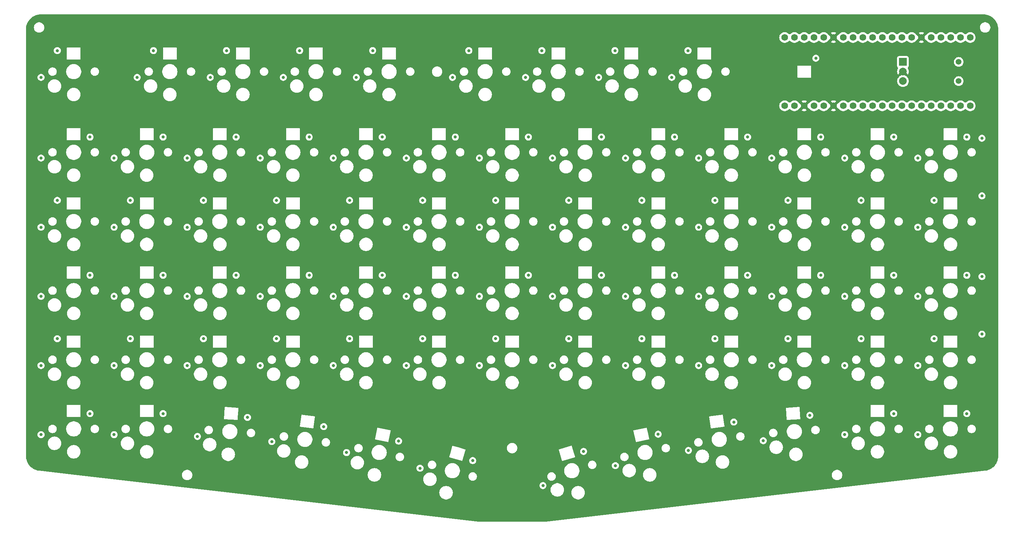
<source format=gbr>
%TF.GenerationSoftware,KiCad,Pcbnew,8.0.4*%
%TF.CreationDate,2024-08-04T16:18:39+02:00*%
%TF.ProjectId,eepyboard,65657079-626f-4617-9264-2e6b69636164,1.0*%
%TF.SameCoordinates,Original*%
%TF.FileFunction,Copper,L3,Inr*%
%TF.FilePolarity,Positive*%
%FSLAX46Y46*%
G04 Gerber Fmt 4.6, Leading zero omitted, Abs format (unit mm)*
G04 Created by KiCad (PCBNEW 8.0.4) date 2024-08-04 16:18:39*
%MOMM*%
%LPD*%
G01*
G04 APERTURE LIST*
%TA.AperFunction,ComponentPad*%
%ADD10C,1.500000*%
%TD*%
%TA.AperFunction,ComponentPad*%
%ADD11R,2.000000X2.000000*%
%TD*%
%TA.AperFunction,ComponentPad*%
%ADD12C,2.000000*%
%TD*%
%TA.AperFunction,ComponentPad*%
%ADD13C,1.752600*%
%TD*%
%TA.AperFunction,ViaPad*%
%ADD14C,0.800000*%
%TD*%
G04 APERTURE END LIST*
D10*
%TO.N,rotary_default*%
%TO.C,ROT1*%
X330212831Y-54372339D03*
%TO.N,GP22*%
X330212831Y-59372339D03*
D11*
%TO.N,GP10*%
X315712828Y-54372339D03*
D12*
%TO.N,GP11*%
X315712829Y-59372339D03*
%TO.N,GND*%
X315712831Y-56872340D03*
%TD*%
D13*
%TO.N,GP0*%
%TO.C,MCU1*%
X284952828Y-48022340D03*
%TO.N,GP1*%
X287492828Y-48022340D03*
%TO.N,GP2*%
X290032828Y-48022340D03*
%TO.N,GP3*%
X292572828Y-48022340D03*
%TO.N,GP4*%
X295112828Y-48022340D03*
%TO.N,GND*%
X297652828Y-48022340D03*
%TO.N,GP5*%
X300192828Y-48022340D03*
%TO.N,GP6*%
X302732828Y-48022340D03*
%TO.N,GP7*%
X305272828Y-48022340D03*
%TO.N,GP8*%
X307812828Y-48022340D03*
%TO.N,GP9*%
X310352828Y-48022340D03*
%TO.N,GP10*%
X312892828Y-48022339D03*
%TO.N,GP11*%
X315432828Y-48022340D03*
%TO.N,GP12*%
X317972828Y-48022340D03*
%TO.N,GND*%
X320512824Y-48022340D03*
%TO.N,GP13*%
X323052828Y-48022340D03*
%TO.N,GP14*%
X325592828Y-48022340D03*
%TO.N,GP15*%
X328132828Y-48022340D03*
%TO.N,GP16*%
X330672828Y-48022340D03*
%TO.N,GP17*%
X333212828Y-48022340D03*
%TO.N,VCC*%
X284952828Y-65802340D03*
%TO.N,VIN*%
X287492828Y-65802340D03*
%TO.N,GND*%
X290032828Y-65802340D03*
%TO.N,3V3_EN*%
X292572828Y-65802340D03*
%TO.N,3V3*%
X295112828Y-65802340D03*
%TO.N,GND*%
X297652832Y-65802340D03*
%TO.N,RUN*%
X300192828Y-65802340D03*
%TO.N,GP29*%
X302732828Y-65802340D03*
%TO.N,GP28*%
X305272828Y-65802341D03*
%TO.N,GP27*%
X307812828Y-65802340D03*
%TO.N,GP26*%
X310352828Y-65802340D03*
%TO.N,AGND*%
X312892828Y-65802340D03*
%TO.N,GP25*%
X315432828Y-65802340D03*
%TO.N,GP24*%
X317972828Y-65802340D03*
%TO.N,GP23*%
X320512828Y-65802340D03*
%TO.N,GP22*%
X323052828Y-65802340D03*
%TO.N,GP21*%
X325592828Y-65802340D03*
%TO.N,GP20*%
X328132828Y-65802340D03*
%TO.N,GP19*%
X330672828Y-65802340D03*
%TO.N,GP18*%
X333212828Y-65802340D03*
%TD*%
D14*
%TO.N,VCC*%
X184569655Y-153087883D03*
X240819486Y-51430267D03*
X171819486Y-126430268D03*
X158819485Y-51430269D03*
X218319486Y-109930267D03*
X271732837Y-148133725D03*
X203838474Y-158164860D03*
X104319486Y-145930268D03*
X133819487Y-126430267D03*
X104319485Y-73930267D03*
X332319485Y-145930267D03*
X161319486Y-73930269D03*
X291508003Y-146374303D03*
X313319485Y-145930268D03*
X266819487Y-90430267D03*
X228819485Y-126430268D03*
X123319487Y-73930268D03*
X165088449Y-149317437D03*
X114819485Y-90430269D03*
X95819487Y-51430268D03*
X145259512Y-146925160D03*
X323819485Y-126430267D03*
X142319487Y-73930269D03*
X104319486Y-109930267D03*
X259819484Y-51430268D03*
X152819486Y-126430267D03*
X293069487Y-53430269D03*
X247819485Y-90430268D03*
X171819485Y-90430267D03*
X275319486Y-109930268D03*
X209819486Y-90430268D03*
X180319485Y-109930267D03*
X313319486Y-73930267D03*
X123319487Y-145930268D03*
X237319483Y-109930268D03*
X247819485Y-126430268D03*
X232664508Y-155774172D03*
X294319484Y-109930268D03*
X313319486Y-109930269D03*
X177819486Y-51430267D03*
X218319485Y-73930267D03*
X95819488Y-90430267D03*
X323819486Y-90430269D03*
X256319486Y-109930269D03*
X332319486Y-109930268D03*
X252064282Y-151303812D03*
X123319487Y-109930268D03*
X256319485Y-73930268D03*
X294319485Y-73930267D03*
X139819486Y-51430268D03*
X285819486Y-126430268D03*
X199319485Y-109930267D03*
X285819485Y-90430268D03*
X114819486Y-126430267D03*
X275319484Y-73930268D03*
X95819485Y-126430269D03*
X152819485Y-90430269D03*
X304819486Y-126430269D03*
X133819486Y-90430269D03*
X304819486Y-90430266D03*
X120819485Y-51430268D03*
X202819486Y-51430268D03*
X180319486Y-73930269D03*
X142319486Y-109930268D03*
X190819486Y-126430269D03*
X266819485Y-126430268D03*
X199319484Y-73930267D03*
X209819485Y-126430268D03*
X221819487Y-51430268D03*
X332319486Y-73930268D03*
X228819485Y-90430268D03*
X161319487Y-109930268D03*
X190819486Y-90430268D03*
X237319486Y-73930267D03*
%TO.N,GND*%
X332250000Y-92000000D03*
X332250000Y-128000000D03*
X237250000Y-92000000D03*
X294250000Y-57750000D03*
X267000000Y-72499999D03*
X104250000Y-128000000D03*
X218250000Y-128000000D03*
X186250000Y-53000000D03*
X324000000Y-144500000D03*
X115000000Y-72500000D03*
X248000000Y-108500000D03*
X283070099Y-145507058D03*
X199250000Y-92000000D03*
X294250001Y-92000000D03*
X167250000Y-53000000D03*
X172000000Y-108500000D03*
X191000000Y-72500000D03*
X180250000Y-128000000D03*
X161250000Y-92000000D03*
X191000000Y-108499999D03*
X324000000Y-108500001D03*
X305000000Y-108500000D03*
X275250000Y-92000001D03*
X229000000Y-108500000D03*
X136948171Y-144983884D03*
X275250000Y-128000000D03*
X115000000Y-144500000D03*
X218250000Y-92000000D03*
X267000000Y-108500000D03*
X96000000Y-108500000D03*
X176611290Y-149956198D03*
X229000000Y-72500000D03*
X313250000Y-92000000D03*
X230249999Y-53000000D03*
X142250000Y-128000000D03*
X148250001Y-53000000D03*
X256249999Y-92000000D03*
X134000000Y-72500000D03*
X161250000Y-128000000D03*
X224236361Y-156768131D03*
X243552602Y-151515535D03*
X313250000Y-128000000D03*
X324000000Y-72500000D03*
X249250000Y-52999999D03*
X158819483Y-53430269D03*
X180250000Y-92000000D03*
X210000000Y-72500000D03*
X129250000Y-53000000D03*
X211250000Y-53000000D03*
X115000000Y-108500000D03*
X123250000Y-92000000D03*
X286000000Y-108500000D03*
X142250000Y-92000000D03*
X171999999Y-72500000D03*
X196123085Y-154460535D03*
X96000000Y-144500000D03*
X256250000Y-128000000D03*
X134000000Y-108500000D03*
X305000000Y-144500000D03*
X268250000Y-53000000D03*
X104250000Y-53000000D03*
X199250001Y-128000000D03*
X210000000Y-108500000D03*
X96000000Y-72500000D03*
X263085436Y-147775796D03*
X153000000Y-72500000D03*
X123250000Y-128000000D03*
X156739986Y-146697205D03*
X286000000Y-72500000D03*
X237250000Y-128000000D03*
X153000000Y-108500000D03*
X248000000Y-72500000D03*
X305000000Y-72500000D03*
X294250000Y-128000000D03*
X104250000Y-92000000D03*
%TO.N,GP25*%
X259932511Y-155515414D03*
X262582828Y-97412340D03*
X262582827Y-79412340D03*
X262582830Y-115412337D03*
X262582820Y-133412339D03*
%TO.N,GP24*%
X281582831Y-115412336D03*
X279393612Y-152984942D03*
X281582829Y-133412342D03*
X281582830Y-79412341D03*
X281582828Y-97412345D03*
%TO.N,GP23*%
X300582834Y-115412341D03*
X300582825Y-97412340D03*
X300582827Y-133412343D03*
X300582828Y-151412340D03*
X300582831Y-79412341D03*
%TO.N,GP22*%
X319582827Y-151412341D03*
X319582828Y-97412340D03*
X319582828Y-133412342D03*
X319582831Y-79412340D03*
X319582823Y-115412339D03*
%TO.N,GP0*%
X243582828Y-133412337D03*
X243582828Y-115412343D03*
X243582826Y-79412341D03*
X255582828Y-58412337D03*
X243582824Y-97412338D03*
X240940218Y-159479729D03*
%TO.N,GP1*%
X224582827Y-133412340D03*
X224582826Y-97412340D03*
X236582834Y-58412341D03*
X224582827Y-115412340D03*
X224582830Y-79412340D03*
X222109958Y-164678328D03*
%TO.N,GP2*%
X205582824Y-133412344D03*
X217582826Y-58412345D03*
X205582824Y-115412343D03*
X205582827Y-79412337D03*
X205582831Y-97412338D03*
%TO.N,GP3*%
X186582826Y-115412335D03*
X186582829Y-133412339D03*
X190136738Y-160153615D03*
X186582825Y-79412339D03*
X198582825Y-58412341D03*
X186582830Y-97412343D03*
%TO.N,GP4*%
X167582828Y-79412339D03*
X167582828Y-115412340D03*
X167582828Y-133412343D03*
X167582828Y-97412343D03*
X171029628Y-156076487D03*
X173582828Y-58412342D03*
%TO.N,GP5*%
X148582828Y-115412339D03*
X148582829Y-79412340D03*
X148582827Y-97412342D03*
X148582829Y-133412341D03*
X151591830Y-153215430D03*
X154582830Y-58412343D03*
%TO.N,GP6*%
X129582832Y-133412337D03*
X129582829Y-79412340D03*
X129582829Y-97412339D03*
X129582828Y-115412340D03*
X135582828Y-58412341D03*
X132260217Y-151868839D03*
%TO.N,GP7*%
X110582830Y-115412339D03*
X116582831Y-58412340D03*
X110582831Y-97412339D03*
X110582830Y-79412343D03*
X110582829Y-133412337D03*
X110582830Y-151412343D03*
%TO.N,GP8*%
X91582824Y-58412340D03*
X91582831Y-151412343D03*
X91582829Y-97412341D03*
X91582827Y-115412337D03*
X91582824Y-79412340D03*
X91582826Y-133412341D03*
%TO.N,led_dout_primary_twelve_home*%
X336250000Y-110250000D03*
X336250000Y-125250000D03*
%TO.N,led_dout_primary_twelve_numbers*%
X336250000Y-89250000D03*
X336250000Y-74250000D03*
%TD*%
%TA.AperFunction,Conductor*%
%TO.N,GND*%
G36*
X336591424Y-41988239D02*
G01*
X336927673Y-42003787D01*
X336962051Y-42006974D01*
X337286793Y-42052276D01*
X337286822Y-42052280D01*
X337320779Y-42058628D01*
X337639985Y-42133707D01*
X337673190Y-42143155D01*
X337984089Y-42247360D01*
X337984110Y-42247367D01*
X338016321Y-42259846D01*
X338141514Y-42315125D01*
X338316301Y-42392302D01*
X338347196Y-42407686D01*
X338633696Y-42567269D01*
X338663053Y-42585447D01*
X338933576Y-42770763D01*
X338961142Y-42791580D01*
X339213408Y-43001063D01*
X339213411Y-43001065D01*
X339238940Y-43024338D01*
X339470801Y-43256203D01*
X339494074Y-43281733D01*
X339703564Y-43534017D01*
X339724382Y-43561585D01*
X339909687Y-43832103D01*
X339927872Y-43861473D01*
X340087433Y-44147945D01*
X340102831Y-44178869D01*
X340235279Y-44478842D01*
X340247753Y-44511040D01*
X340312600Y-44704524D01*
X340351958Y-44821956D01*
X340361410Y-44855181D01*
X340436485Y-45174391D01*
X340442833Y-45208349D01*
X340488132Y-45533111D01*
X340491319Y-45567509D01*
X340506925Y-45905139D01*
X340507324Y-45922408D01*
X340507327Y-156903321D01*
X340506887Y-156921460D01*
X340489750Y-157274377D01*
X340486236Y-157310480D01*
X340436299Y-157651155D01*
X340429304Y-157686748D01*
X340346598Y-158020990D01*
X340336187Y-158055737D01*
X340221497Y-158380376D01*
X340207770Y-158413951D01*
X340062170Y-158725955D01*
X340045255Y-158758043D01*
X339870106Y-159054491D01*
X339850162Y-159084789D01*
X339647131Y-159362858D01*
X339624346Y-159391082D01*
X339395320Y-159648190D01*
X339369908Y-159674073D01*
X339117062Y-159907777D01*
X339089261Y-159931078D01*
X338814963Y-160139189D01*
X338785037Y-160159686D01*
X338491868Y-160340247D01*
X338460097Y-160357748D01*
X338150806Y-160509065D01*
X338117489Y-160523407D01*
X337795008Y-160644045D01*
X337760461Y-160655091D01*
X337701853Y-160670742D01*
X337427804Y-160743923D01*
X337392349Y-160751570D01*
X337043444Y-160809283D01*
X337025475Y-160811809D01*
X222884979Y-174043094D01*
X222884962Y-174043096D01*
X222869402Y-174044899D01*
X222862265Y-174045657D01*
X222722777Y-174059113D01*
X222708432Y-174060219D01*
X222572076Y-174068095D01*
X222557698Y-174068648D01*
X222417460Y-174071344D01*
X222410271Y-174071413D01*
X205776225Y-174071411D01*
X205755298Y-174071411D01*
X205748107Y-174071342D01*
X205737854Y-174071144D01*
X205607953Y-174068646D01*
X205593579Y-174068093D01*
X205457210Y-174060216D01*
X205442871Y-174059110D01*
X205303451Y-174045663D01*
X205296291Y-174044903D01*
X139384099Y-166404291D01*
X195158629Y-166404291D01*
X195158629Y-166633772D01*
X195174861Y-166757060D01*
X195188581Y-166861270D01*
X195247971Y-167082919D01*
X195313474Y-167241056D01*
X195335787Y-167294924D01*
X195450515Y-167493640D01*
X195450520Y-167493647D01*
X195590209Y-167675692D01*
X195752468Y-167837951D01*
X195934513Y-167977640D01*
X195934520Y-167977645D01*
X196074197Y-168058287D01*
X196133241Y-168092376D01*
X196345242Y-168180190D01*
X196566891Y-168239580D01*
X196794395Y-168269532D01*
X196794401Y-168269532D01*
X197023857Y-168269532D01*
X197023863Y-168269532D01*
X197251367Y-168239580D01*
X197473016Y-168180190D01*
X197685017Y-168092376D01*
X197883741Y-167977643D01*
X198065790Y-167837951D01*
X198228048Y-167675693D01*
X198367740Y-167493644D01*
X198482473Y-167294920D01*
X198570287Y-167082919D01*
X198629677Y-166861270D01*
X198659629Y-166633766D01*
X198659629Y-166404298D01*
X198629677Y-166176794D01*
X198570287Y-165955145D01*
X198482473Y-165743144D01*
X198438918Y-165667704D01*
X224093322Y-165667704D01*
X224093322Y-165897185D01*
X224100954Y-165955152D01*
X224123274Y-166124683D01*
X224182664Y-166346332D01*
X224206677Y-166404304D01*
X224270480Y-166558337D01*
X224385208Y-166757053D01*
X224385213Y-166757060D01*
X224465177Y-166861270D01*
X224524903Y-166939106D01*
X224687161Y-167101364D01*
X224869210Y-167241056D01*
X225067934Y-167355789D01*
X225279935Y-167443603D01*
X225501584Y-167502993D01*
X225729088Y-167532945D01*
X225729094Y-167532945D01*
X225958550Y-167532945D01*
X225958556Y-167532945D01*
X226186060Y-167502993D01*
X226407709Y-167443603D01*
X226619710Y-167355789D01*
X226818434Y-167241056D01*
X227000483Y-167101364D01*
X227162741Y-166939106D01*
X227302433Y-166757057D01*
X227417166Y-166558333D01*
X227480972Y-166404293D01*
X229506032Y-166404293D01*
X229506032Y-166633774D01*
X229535983Y-166861267D01*
X229595371Y-167082913D01*
X229595374Y-167082921D01*
X229683188Y-167294922D01*
X229683190Y-167294926D01*
X229797918Y-167493642D01*
X229797923Y-167493649D01*
X229937611Y-167675693D01*
X229937613Y-167675695D01*
X230099871Y-167837953D01*
X230281920Y-167977645D01*
X230480644Y-168092378D01*
X230692645Y-168180192D01*
X230914294Y-168239582D01*
X231141798Y-168269534D01*
X231141804Y-168269534D01*
X231371260Y-168269534D01*
X231371266Y-168269534D01*
X231598770Y-168239582D01*
X231820419Y-168180192D01*
X232032420Y-168092378D01*
X232231144Y-167977645D01*
X232413193Y-167837953D01*
X232575451Y-167675695D01*
X232715143Y-167493646D01*
X232829876Y-167294922D01*
X232917690Y-167082921D01*
X232977080Y-166861272D01*
X233007032Y-166633768D01*
X233007032Y-166404300D01*
X232977080Y-166176796D01*
X232917690Y-165955147D01*
X232829876Y-165743146D01*
X232739626Y-165586828D01*
X232715145Y-165544425D01*
X232715140Y-165544418D01*
X232575451Y-165362373D01*
X232413192Y-165200114D01*
X232231147Y-165060425D01*
X232231140Y-165060420D01*
X232032424Y-164945692D01*
X232032422Y-164945691D01*
X232032420Y-164945690D01*
X231820419Y-164857876D01*
X231820415Y-164857875D01*
X231820413Y-164857874D01*
X231701627Y-164826046D01*
X231598770Y-164798486D01*
X231598767Y-164798485D01*
X231598765Y-164798485D01*
X231371272Y-164768534D01*
X231371266Y-164768534D01*
X231141798Y-164768534D01*
X231141791Y-164768534D01*
X230914298Y-164798485D01*
X230692650Y-164857874D01*
X230480639Y-164945692D01*
X230281923Y-165060420D01*
X230281916Y-165060425D01*
X230099871Y-165200114D01*
X229937612Y-165362373D01*
X229797923Y-165544418D01*
X229797918Y-165544425D01*
X229683190Y-165743141D01*
X229595372Y-165955152D01*
X229535983Y-166176800D01*
X229506032Y-166404293D01*
X227480972Y-166404293D01*
X227504980Y-166346332D01*
X227564370Y-166124683D01*
X227594322Y-165897179D01*
X227594322Y-165667711D01*
X227564370Y-165440207D01*
X227504980Y-165218558D01*
X227417166Y-165006557D01*
X227302433Y-164807833D01*
X227295258Y-164798483D01*
X227162741Y-164625784D01*
X227000482Y-164463525D01*
X226818437Y-164323836D01*
X226818430Y-164323831D01*
X226619714Y-164209103D01*
X226619712Y-164209102D01*
X226619710Y-164209101D01*
X226407709Y-164121287D01*
X226407705Y-164121286D01*
X226407703Y-164121285D01*
X226288917Y-164089457D01*
X226186060Y-164061897D01*
X226186057Y-164061896D01*
X226186055Y-164061896D01*
X225958562Y-164031945D01*
X225958556Y-164031945D01*
X225729088Y-164031945D01*
X225729081Y-164031945D01*
X225501588Y-164061896D01*
X225279940Y-164121285D01*
X225067929Y-164209103D01*
X224869213Y-164323831D01*
X224869206Y-164323836D01*
X224687161Y-164463525D01*
X224524902Y-164625784D01*
X224385213Y-164807829D01*
X224385208Y-164807836D01*
X224270480Y-165006552D01*
X224182662Y-165218563D01*
X224123273Y-165440211D01*
X224093322Y-165667704D01*
X198438918Y-165667704D01*
X198367740Y-165544420D01*
X198228048Y-165362371D01*
X198065790Y-165200113D01*
X198065789Y-165200112D01*
X197883744Y-165060423D01*
X197883737Y-165060418D01*
X197685021Y-164945690D01*
X197685019Y-164945689D01*
X197685017Y-164945688D01*
X197473016Y-164857874D01*
X197473012Y-164857873D01*
X197473010Y-164857872D01*
X197354224Y-164826044D01*
X197251367Y-164798484D01*
X197251364Y-164798483D01*
X197251362Y-164798483D01*
X197023869Y-164768532D01*
X197023863Y-164768532D01*
X196794395Y-164768532D01*
X196794388Y-164768532D01*
X196566895Y-164798483D01*
X196566891Y-164798483D01*
X196566891Y-164798484D01*
X196566884Y-164798486D01*
X196345247Y-164857872D01*
X196133236Y-164945690D01*
X195934520Y-165060418D01*
X195934513Y-165060423D01*
X195752468Y-165200112D01*
X195590209Y-165362371D01*
X195450520Y-165544416D01*
X195450515Y-165544423D01*
X195335787Y-165743139D01*
X195247969Y-165955150D01*
X195188580Y-166176798D01*
X195158629Y-166404291D01*
X139384099Y-166404291D01*
X99717144Y-161806055D01*
X128232328Y-161806055D01*
X128232328Y-162018629D01*
X128264231Y-162220054D01*
X128265582Y-162228584D01*
X128265582Y-162228588D01*
X128321996Y-162402209D01*
X128331271Y-162430754D01*
X128427777Y-162620158D01*
X128552724Y-162792134D01*
X128703036Y-162942446D01*
X128875012Y-163067393D01*
X129064416Y-163163899D01*
X129266585Y-163229588D01*
X129476541Y-163262842D01*
X129476545Y-163262842D01*
X129689111Y-163262842D01*
X129689115Y-163262842D01*
X129899071Y-163229588D01*
X130101240Y-163163899D01*
X130290644Y-163067393D01*
X130462620Y-162942446D01*
X130612932Y-162792134D01*
X130737879Y-162620158D01*
X130834385Y-162430754D01*
X130900074Y-162228585D01*
X130933328Y-162018629D01*
X130933328Y-161806055D01*
X130925887Y-161759077D01*
X176527672Y-161759077D01*
X176527672Y-161988558D01*
X176557623Y-162216051D01*
X176557624Y-162216056D01*
X176560982Y-162228588D01*
X176616790Y-162436871D01*
X176617014Y-162437705D01*
X176704825Y-162649699D01*
X176704830Y-162649710D01*
X176819558Y-162848426D01*
X176819563Y-162848433D01*
X176959252Y-163030478D01*
X177121511Y-163192737D01*
X177303556Y-163332426D01*
X177303563Y-163332431D01*
X177443240Y-163413073D01*
X177502284Y-163447162D01*
X177714285Y-163534976D01*
X177935934Y-163594366D01*
X178163438Y-163624318D01*
X178163444Y-163624318D01*
X178392900Y-163624318D01*
X178392906Y-163624318D01*
X178620410Y-163594366D01*
X178842059Y-163534976D01*
X179054060Y-163447162D01*
X179252784Y-163332429D01*
X179434833Y-163192737D01*
X179597091Y-163030479D01*
X179688518Y-162911330D01*
X190958722Y-162911330D01*
X190958722Y-163140811D01*
X190984452Y-163336240D01*
X190988674Y-163368309D01*
X191048064Y-163589958D01*
X191122569Y-163769828D01*
X191135880Y-163801963D01*
X191250608Y-164000679D01*
X191250613Y-164000686D01*
X191390302Y-164182731D01*
X191552561Y-164344990D01*
X191734606Y-164484679D01*
X191734613Y-164484684D01*
X191874290Y-164565326D01*
X191933334Y-164599415D01*
X192145335Y-164687229D01*
X192366984Y-164746619D01*
X192594488Y-164776571D01*
X192594494Y-164776571D01*
X192823950Y-164776571D01*
X192823956Y-164776571D01*
X193051460Y-164746619D01*
X193273109Y-164687229D01*
X193294598Y-164678328D01*
X221196454Y-164678328D01*
X221216416Y-164868256D01*
X221261353Y-165006557D01*
X221275432Y-165049887D01*
X221370919Y-165215274D01*
X221498701Y-165357190D01*
X221498705Y-165357194D01*
X221653206Y-165469446D01*
X221827670Y-165547122D01*
X222014471Y-165586828D01*
X222014474Y-165586828D01*
X222205442Y-165586828D01*
X222205445Y-165586828D01*
X222392246Y-165547122D01*
X222566710Y-165469446D01*
X222721211Y-165357194D01*
X222848998Y-165215272D01*
X222944485Y-165049884D01*
X223003500Y-164868256D01*
X223023462Y-164678328D01*
X223003500Y-164488400D01*
X222944485Y-164306772D01*
X222848998Y-164141384D01*
X222848997Y-164141383D01*
X222848996Y-164141381D01*
X222721214Y-163999465D01*
X222721213Y-163999464D01*
X222721211Y-163999462D01*
X222566710Y-163887210D01*
X222392246Y-163809534D01*
X222392242Y-163809533D01*
X222205446Y-163769828D01*
X222205445Y-163769828D01*
X222014471Y-163769828D01*
X222014469Y-163769828D01*
X221827673Y-163809533D01*
X221827671Y-163809533D01*
X221827670Y-163809534D01*
X221761903Y-163838815D01*
X221653207Y-163887209D01*
X221653206Y-163887210D01*
X221498701Y-163999465D01*
X221370919Y-164141381D01*
X221275432Y-164306768D01*
X221216416Y-164488400D01*
X221201977Y-164625784D01*
X221196454Y-164678328D01*
X193294598Y-164678328D01*
X193485110Y-164599415D01*
X193683834Y-164484682D01*
X193865883Y-164344990D01*
X194028141Y-164182732D01*
X194167833Y-164000683D01*
X194282566Y-163801959D01*
X194370380Y-163589958D01*
X194429770Y-163368309D01*
X194459722Y-163140805D01*
X194459722Y-162911337D01*
X194429770Y-162683833D01*
X194370380Y-162462184D01*
X194282566Y-162250183D01*
X194171390Y-162057620D01*
X194167835Y-162051462D01*
X194167830Y-162051455D01*
X194028141Y-161869410D01*
X193865882Y-161707151D01*
X193683837Y-161567462D01*
X193683830Y-161567457D01*
X193485114Y-161452729D01*
X193485112Y-161452728D01*
X193485110Y-161452727D01*
X193273109Y-161364913D01*
X193273105Y-161364912D01*
X193273103Y-161364911D01*
X193125374Y-161325328D01*
X193051460Y-161305523D01*
X193051457Y-161305522D01*
X193051455Y-161305522D01*
X192823962Y-161275571D01*
X192823956Y-161275571D01*
X192594488Y-161275571D01*
X192594481Y-161275571D01*
X192366988Y-161305522D01*
X192145340Y-161364911D01*
X192145335Y-161364912D01*
X192145335Y-161364913D01*
X192124537Y-161373528D01*
X191933329Y-161452729D01*
X191734613Y-161567457D01*
X191734606Y-161567462D01*
X191552561Y-161707151D01*
X191390302Y-161869410D01*
X191250613Y-162051455D01*
X191250608Y-162051462D01*
X191135880Y-162250178D01*
X191135878Y-162250183D01*
X191072905Y-162402214D01*
X191048062Y-162462189D01*
X190988673Y-162683837D01*
X190958722Y-162911330D01*
X179688518Y-162911330D01*
X179736783Y-162848430D01*
X179851516Y-162649706D01*
X179939330Y-162437705D01*
X179998720Y-162216056D01*
X180028672Y-161988552D01*
X180028672Y-161759084D01*
X179998720Y-161531580D01*
X179939330Y-161309931D01*
X179851516Y-161097930D01*
X179763068Y-160944733D01*
X179736785Y-160899209D01*
X179736780Y-160899202D01*
X179597091Y-160717157D01*
X179434832Y-160554898D01*
X179252787Y-160415209D01*
X179252780Y-160415204D01*
X179054064Y-160300476D01*
X179054062Y-160300475D01*
X179054060Y-160300474D01*
X178842059Y-160212660D01*
X178842055Y-160212659D01*
X178842053Y-160212658D01*
X178723267Y-160180830D01*
X178621698Y-160153615D01*
X189223234Y-160153615D01*
X189243196Y-160343543D01*
X189267780Y-160419203D01*
X189302212Y-160525174D01*
X189397699Y-160690561D01*
X189525481Y-160832477D01*
X189525485Y-160832481D01*
X189679986Y-160944733D01*
X189854450Y-161022409D01*
X190041251Y-161062115D01*
X190041254Y-161062115D01*
X190232222Y-161062115D01*
X190232225Y-161062115D01*
X190419026Y-161022409D01*
X190593490Y-160944733D01*
X190747991Y-160832481D01*
X190875778Y-160690559D01*
X190887229Y-160670726D01*
X196584171Y-160670726D01*
X196584171Y-160928323D01*
X196617792Y-161183693D01*
X196617794Y-161183707D01*
X196684458Y-161432499D01*
X196684461Y-161432509D01*
X196783035Y-161670487D01*
X196911828Y-161893563D01*
X197068636Y-162097919D01*
X197250777Y-162280060D01*
X197455133Y-162436868D01*
X197678209Y-162565661D01*
X197916187Y-162664235D01*
X198100635Y-162713657D01*
X198164988Y-162730901D01*
X198164989Y-162730901D01*
X198164996Y-162730903D01*
X198420378Y-162764525D01*
X198420386Y-162764525D01*
X198677956Y-162764525D01*
X198677964Y-162764525D01*
X198933346Y-162730903D01*
X199182155Y-162664235D01*
X199420133Y-162565661D01*
X199643209Y-162436868D01*
X199847565Y-162280060D01*
X199898777Y-162228848D01*
X202734710Y-162228848D01*
X202734710Y-162402212D01*
X202740329Y-162437688D01*
X202761829Y-162573440D01*
X202815400Y-162738318D01*
X202815404Y-162738327D01*
X202894104Y-162892783D01*
X202894108Y-162892790D01*
X202996009Y-163033044D01*
X203118596Y-163155631D01*
X203258850Y-163257532D01*
X203258854Y-163257534D01*
X203258856Y-163257535D01*
X203413312Y-163336235D01*
X203413321Y-163336239D01*
X203498843Y-163364026D01*
X203578198Y-163389810D01*
X203749428Y-163416930D01*
X203749431Y-163416930D01*
X203922789Y-163416930D01*
X203922792Y-163416930D01*
X204094022Y-163389810D01*
X204258901Y-163336238D01*
X204266383Y-163332426D01*
X204273058Y-163329024D01*
X204413370Y-163257532D01*
X204553624Y-163155631D01*
X204676211Y-163033044D01*
X204778112Y-162892790D01*
X204856818Y-162738321D01*
X204910390Y-162573442D01*
X204937510Y-162402212D01*
X204937510Y-162228850D01*
X223228151Y-162228850D01*
X223228151Y-162402214D01*
X223233771Y-162437699D01*
X223255270Y-162573442D01*
X223308841Y-162738320D01*
X223308845Y-162738329D01*
X223387544Y-162892783D01*
X223387549Y-162892792D01*
X223489450Y-163033046D01*
X223612037Y-163155633D01*
X223752291Y-163257534D01*
X223752297Y-163257537D01*
X223906753Y-163336237D01*
X223906762Y-163336241D01*
X223992284Y-163364028D01*
X224071639Y-163389812D01*
X224242869Y-163416932D01*
X224242872Y-163416932D01*
X224416230Y-163416932D01*
X224416233Y-163416932D01*
X224587463Y-163389812D01*
X224752342Y-163336240D01*
X224759822Y-163332429D01*
X224766499Y-163329026D01*
X224906811Y-163257534D01*
X225047065Y-163155633D01*
X225169652Y-163033046D01*
X225271553Y-162892792D01*
X225350259Y-162738323D01*
X225403831Y-162573444D01*
X225430951Y-162402214D01*
X225430951Y-162228850D01*
X225403831Y-162057620D01*
X225350526Y-161893563D01*
X225350260Y-161892743D01*
X225350256Y-161892734D01*
X225271556Y-161738278D01*
X225271555Y-161738276D01*
X225271553Y-161738272D01*
X225169652Y-161598018D01*
X225047065Y-161475431D01*
X224906811Y-161373530D01*
X224906806Y-161373527D01*
X224906804Y-161373526D01*
X224752348Y-161294826D01*
X224752339Y-161294822D01*
X224587461Y-161241251D01*
X224486466Y-161225255D01*
X224416233Y-161214132D01*
X224242869Y-161214132D01*
X224181083Y-161223917D01*
X224071640Y-161241251D01*
X223906762Y-161294822D01*
X223906753Y-161294826D01*
X223752297Y-161373526D01*
X223752288Y-161373532D01*
X223612042Y-161475427D01*
X223612033Y-161475434D01*
X223489453Y-161598014D01*
X223489446Y-161598023D01*
X223387551Y-161738269D01*
X223387545Y-161738278D01*
X223308845Y-161892734D01*
X223308841Y-161892743D01*
X223255270Y-162057621D01*
X223235566Y-162182027D01*
X223228151Y-162228850D01*
X204937510Y-162228850D01*
X204937510Y-162228848D01*
X204910390Y-162057618D01*
X204865059Y-161918101D01*
X204856819Y-161892741D01*
X204856815Y-161892732D01*
X204778115Y-161738276D01*
X204778112Y-161738270D01*
X204676211Y-161598016D01*
X204553624Y-161475429D01*
X204413370Y-161373528D01*
X204413365Y-161373525D01*
X204413363Y-161373524D01*
X204258907Y-161294824D01*
X204258898Y-161294820D01*
X204094020Y-161241249D01*
X203993025Y-161225253D01*
X203922792Y-161214130D01*
X203749428Y-161214130D01*
X203687642Y-161223915D01*
X203578199Y-161241249D01*
X203413321Y-161294820D01*
X203413312Y-161294824D01*
X203258856Y-161373524D01*
X203258847Y-161373530D01*
X203118601Y-161475425D01*
X203118592Y-161475432D01*
X202996012Y-161598012D01*
X202996005Y-161598021D01*
X202894110Y-161738267D01*
X202894104Y-161738276D01*
X202815404Y-161892732D01*
X202815400Y-161892741D01*
X202761829Y-162057619D01*
X202742125Y-162182025D01*
X202734710Y-162228848D01*
X199898777Y-162228848D01*
X200029706Y-162097919D01*
X200186514Y-161893563D01*
X200315307Y-161670487D01*
X200413881Y-161432509D01*
X200480549Y-161183700D01*
X200514171Y-160928318D01*
X200514171Y-160670732D01*
X200514170Y-160670728D01*
X227651490Y-160670728D01*
X227651490Y-160928325D01*
X227685111Y-161183695D01*
X227685113Y-161183709D01*
X227751777Y-161432501D01*
X227751780Y-161432511D01*
X227850354Y-161670489D01*
X227979147Y-161893565D01*
X228135955Y-162097921D01*
X228318096Y-162280062D01*
X228522452Y-162436870D01*
X228745528Y-162565663D01*
X228983506Y-162664237D01*
X229167954Y-162713659D01*
X229232307Y-162730903D01*
X229232308Y-162730903D01*
X229232315Y-162730905D01*
X229487697Y-162764527D01*
X229487705Y-162764527D01*
X229745275Y-162764527D01*
X229745283Y-162764527D01*
X230000665Y-162730905D01*
X230249474Y-162664237D01*
X230487452Y-162565663D01*
X230710528Y-162436870D01*
X230914884Y-162280062D01*
X231097025Y-162097921D01*
X231253833Y-161893565D01*
X231382626Y-161670489D01*
X231481200Y-161432511D01*
X231547868Y-161183702D01*
X231581490Y-160928320D01*
X231581490Y-160670734D01*
X231578326Y-160646700D01*
X242788841Y-160646700D01*
X242788841Y-160876181D01*
X242818035Y-161097925D01*
X242818793Y-161103679D01*
X242840233Y-161183695D01*
X242874058Y-161309936D01*
X242878183Y-161325328D01*
X242965997Y-161537329D01*
X242965999Y-161537333D01*
X243080727Y-161736049D01*
X243080732Y-161736056D01*
X243220421Y-161918101D01*
X243382680Y-162080360D01*
X243564725Y-162220049D01*
X243564732Y-162220054D01*
X243668664Y-162280059D01*
X243763453Y-162334785D01*
X243975454Y-162422599D01*
X244197103Y-162481989D01*
X244424607Y-162511941D01*
X244424613Y-162511941D01*
X244654069Y-162511941D01*
X244654075Y-162511941D01*
X244881579Y-162481989D01*
X245103228Y-162422599D01*
X245315229Y-162334785D01*
X245513953Y-162220052D01*
X245696002Y-162080360D01*
X245858260Y-161918102D01*
X245980293Y-161759066D01*
X248136985Y-161759066D01*
X248136985Y-161988547D01*
X248149073Y-162080360D01*
X248166937Y-162216045D01*
X248170298Y-162228588D01*
X248226105Y-162436868D01*
X248226327Y-162437694D01*
X248314141Y-162649695D01*
X248314143Y-162649699D01*
X248428871Y-162848415D01*
X248428876Y-162848422D01*
X248568565Y-163030467D01*
X248730824Y-163192726D01*
X248912869Y-163332415D01*
X248912876Y-163332420D01*
X249052553Y-163413062D01*
X249111597Y-163447151D01*
X249323598Y-163534965D01*
X249545247Y-163594355D01*
X249772751Y-163624307D01*
X249772757Y-163624307D01*
X250002213Y-163624307D01*
X250002219Y-163624307D01*
X250229723Y-163594355D01*
X250451372Y-163534965D01*
X250663373Y-163447151D01*
X250862097Y-163332418D01*
X251044146Y-163192726D01*
X251206404Y-163030468D01*
X251346096Y-162848419D01*
X251460829Y-162649695D01*
X251548643Y-162437694D01*
X251608033Y-162216045D01*
X251637985Y-161988541D01*
X251637985Y-161806053D01*
X297232329Y-161806053D01*
X297232329Y-162018627D01*
X297264232Y-162220052D01*
X297265583Y-162228582D01*
X297265583Y-162228586D01*
X297331272Y-162430752D01*
X297357378Y-162481989D01*
X297427778Y-162620156D01*
X297552725Y-162792132D01*
X297703037Y-162942444D01*
X297875013Y-163067391D01*
X298064417Y-163163897D01*
X298266586Y-163229586D01*
X298476542Y-163262840D01*
X298476546Y-163262840D01*
X298689112Y-163262840D01*
X298689116Y-163262840D01*
X298899072Y-163229586D01*
X299101241Y-163163897D01*
X299290645Y-163067391D01*
X299462621Y-162942444D01*
X299612933Y-162792132D01*
X299737880Y-162620156D01*
X299834386Y-162430752D01*
X299900075Y-162228583D01*
X299933329Y-162018627D01*
X299933329Y-161806053D01*
X299900075Y-161596097D01*
X299834386Y-161393928D01*
X299737880Y-161204524D01*
X299612933Y-161032548D01*
X299462621Y-160882236D01*
X299290645Y-160757289D01*
X299290642Y-160757287D01*
X299101241Y-160660783D01*
X298899073Y-160595094D01*
X298857080Y-160588443D01*
X298689116Y-160561840D01*
X298476542Y-160561840D01*
X298266586Y-160595094D01*
X298266582Y-160595094D01*
X298064416Y-160660783D01*
X297875015Y-160757287D01*
X297875013Y-160757289D01*
X297703040Y-160882233D01*
X297703034Y-160882238D01*
X297552727Y-161032545D01*
X297552722Y-161032551D01*
X297427778Y-161204524D01*
X297427776Y-161204526D01*
X297331272Y-161393927D01*
X297265583Y-161596093D01*
X297265583Y-161596097D01*
X297232329Y-161806053D01*
X251637985Y-161806053D01*
X251637985Y-161759073D01*
X251608033Y-161531569D01*
X251548643Y-161309920D01*
X251460829Y-161097919D01*
X251383253Y-160963553D01*
X251346098Y-160899198D01*
X251346093Y-160899191D01*
X251206404Y-160717146D01*
X251044145Y-160554887D01*
X250862100Y-160415198D01*
X250862093Y-160415193D01*
X250663377Y-160300465D01*
X250663375Y-160300464D01*
X250663373Y-160300463D01*
X250451372Y-160212649D01*
X250451368Y-160212648D01*
X250451366Y-160212647D01*
X250332580Y-160180819D01*
X250229723Y-160153259D01*
X250229720Y-160153258D01*
X250229718Y-160153258D01*
X250002225Y-160123307D01*
X250002219Y-160123307D01*
X249772751Y-160123307D01*
X249772744Y-160123307D01*
X249545251Y-160153258D01*
X249545247Y-160153258D01*
X249545247Y-160153259D01*
X249525333Y-160158595D01*
X249323603Y-160212647D01*
X249323598Y-160212648D01*
X249323598Y-160212649D01*
X249292527Y-160225519D01*
X249111592Y-160300465D01*
X248912876Y-160415193D01*
X248912869Y-160415198D01*
X248730824Y-160554887D01*
X248568565Y-160717146D01*
X248428876Y-160899191D01*
X248428871Y-160899198D01*
X248314143Y-161097914D01*
X248226325Y-161309925D01*
X248166936Y-161531573D01*
X248136985Y-161759066D01*
X245980293Y-161759066D01*
X245997952Y-161736053D01*
X246112685Y-161537329D01*
X246200499Y-161325328D01*
X246259889Y-161103679D01*
X246289841Y-160876175D01*
X246289841Y-160646707D01*
X246259889Y-160419203D01*
X246200499Y-160197554D01*
X246112685Y-159985553D01*
X246040649Y-159860782D01*
X245997954Y-159786832D01*
X245997949Y-159786825D01*
X245858260Y-159604780D01*
X245696001Y-159442521D01*
X245513956Y-159302832D01*
X245513949Y-159302827D01*
X245315233Y-159188099D01*
X245315231Y-159188098D01*
X245315229Y-159188097D01*
X245103228Y-159100283D01*
X245103224Y-159100282D01*
X245103222Y-159100281D01*
X244932391Y-159054508D01*
X244881579Y-159040893D01*
X244881576Y-159040892D01*
X244881574Y-159040892D01*
X244654081Y-159010941D01*
X244654075Y-159010941D01*
X244424607Y-159010941D01*
X244424600Y-159010941D01*
X244197107Y-159040892D01*
X243975459Y-159100281D01*
X243975454Y-159100282D01*
X243975454Y-159100283D01*
X243967864Y-159103427D01*
X243763448Y-159188099D01*
X243564732Y-159302827D01*
X243564725Y-159302832D01*
X243382680Y-159442521D01*
X243220421Y-159604780D01*
X243080732Y-159786825D01*
X243080727Y-159786832D01*
X242965999Y-159985548D01*
X242953745Y-160015131D01*
X242891025Y-160166552D01*
X242878181Y-160197559D01*
X242835260Y-160357748D01*
X242819868Y-160415193D01*
X242818792Y-160419207D01*
X242788841Y-160646700D01*
X231578326Y-160646700D01*
X231547868Y-160415352D01*
X231547825Y-160415193D01*
X231517087Y-160300476D01*
X231481200Y-160166543D01*
X231382626Y-159928565D01*
X231253833Y-159705489D01*
X231097025Y-159501133D01*
X230914884Y-159318992D01*
X230755693Y-159196840D01*
X233802029Y-159196840D01*
X233802029Y-159370204D01*
X233813152Y-159440437D01*
X233829148Y-159541432D01*
X233882719Y-159706310D01*
X233882723Y-159706319D01*
X233960243Y-159858459D01*
X233961427Y-159860782D01*
X234063328Y-160001036D01*
X234185915Y-160123623D01*
X234326169Y-160225524D01*
X234326175Y-160225527D01*
X234480631Y-160304227D01*
X234480640Y-160304231D01*
X234566162Y-160332018D01*
X234645517Y-160357802D01*
X234816747Y-160384922D01*
X234816750Y-160384922D01*
X234990108Y-160384922D01*
X234990111Y-160384922D01*
X235161341Y-160357802D01*
X235326220Y-160304230D01*
X235480689Y-160225524D01*
X235620943Y-160123623D01*
X235743530Y-160001036D01*
X235845431Y-159860782D01*
X235924137Y-159706313D01*
X235977709Y-159541434D01*
X235987482Y-159479729D01*
X240026714Y-159479729D01*
X240046676Y-159669657D01*
X240076569Y-159761656D01*
X240105692Y-159851288D01*
X240201179Y-160016675D01*
X240324160Y-160153259D01*
X240328965Y-160158595D01*
X240483466Y-160270847D01*
X240657930Y-160348523D01*
X240844731Y-160388229D01*
X240844734Y-160388229D01*
X241035702Y-160388229D01*
X241035705Y-160388229D01*
X241222506Y-160348523D01*
X241396970Y-160270847D01*
X241551471Y-160158595D01*
X241679258Y-160016673D01*
X241774745Y-159851285D01*
X241833760Y-159669657D01*
X241853722Y-159479729D01*
X241833760Y-159289801D01*
X241774745Y-159108173D01*
X241772001Y-159103421D01*
X241679256Y-158942782D01*
X241551474Y-158800866D01*
X241551473Y-158800865D01*
X241551471Y-158800863D01*
X241396970Y-158688611D01*
X241222506Y-158610935D01*
X241222502Y-158610934D01*
X241035706Y-158571229D01*
X241035705Y-158571229D01*
X240844731Y-158571229D01*
X240844729Y-158571229D01*
X240657933Y-158610934D01*
X240657931Y-158610934D01*
X240657930Y-158610935D01*
X240592163Y-158640216D01*
X240483467Y-158688610D01*
X240483466Y-158688611D01*
X240387902Y-158758043D01*
X240328961Y-158800866D01*
X240201179Y-158942782D01*
X240105692Y-159108169D01*
X240046676Y-159289801D01*
X240030625Y-159442522D01*
X240026714Y-159479729D01*
X235987482Y-159479729D01*
X236004829Y-159370204D01*
X236004829Y-159196840D01*
X235977709Y-159025610D01*
X235926548Y-158868150D01*
X235924138Y-158860733D01*
X235924134Y-158860724D01*
X235845434Y-158706268D01*
X235845433Y-158706266D01*
X235845431Y-158706262D01*
X235743530Y-158566008D01*
X235620943Y-158443421D01*
X235480689Y-158341520D01*
X235480684Y-158341517D01*
X235480682Y-158341516D01*
X235326226Y-158262816D01*
X235326217Y-158262812D01*
X235161339Y-158209241D01*
X235060344Y-158193245D01*
X234990111Y-158182122D01*
X234816747Y-158182122D01*
X234754961Y-158191907D01*
X234645518Y-158209241D01*
X234480640Y-158262812D01*
X234480631Y-158262816D01*
X234326175Y-158341516D01*
X234326166Y-158341522D01*
X234185920Y-158443417D01*
X234185911Y-158443424D01*
X234063331Y-158566004D01*
X234063324Y-158566013D01*
X233961429Y-158706259D01*
X233961423Y-158706268D01*
X233882723Y-158860724D01*
X233882719Y-158860733D01*
X233829148Y-159025611D01*
X233816073Y-159108169D01*
X233802029Y-159196840D01*
X230755693Y-159196840D01*
X230710528Y-159162184D01*
X230487452Y-159033391D01*
X230249474Y-158934817D01*
X230249467Y-158934815D01*
X230249464Y-158934814D01*
X230000672Y-158868150D01*
X230000658Y-158868148D01*
X229745288Y-158834527D01*
X229745283Y-158834527D01*
X229487697Y-158834527D01*
X229487691Y-158834527D01*
X229232321Y-158868148D01*
X229232307Y-158868150D01*
X228983515Y-158934814D01*
X228983505Y-158934817D01*
X228815227Y-159004520D01*
X228745531Y-159033390D01*
X228745526Y-159033392D01*
X228522459Y-159162180D01*
X228522452Y-159162184D01*
X228477285Y-159196842D01*
X228318095Y-159318992D01*
X228135955Y-159501132D01*
X228023429Y-159647778D01*
X227979147Y-159705489D01*
X227979146Y-159705490D01*
X227979145Y-159705492D01*
X227850355Y-159928563D01*
X227751780Y-160166542D01*
X227751777Y-160166552D01*
X227685113Y-160415344D01*
X227685111Y-160415358D01*
X227651490Y-160670728D01*
X200514170Y-160670728D01*
X200480549Y-160415350D01*
X200477208Y-160402883D01*
X200450775Y-160304231D01*
X200413881Y-160166541D01*
X200315307Y-159928563D01*
X200186514Y-159705487D01*
X200029706Y-159501131D01*
X199847565Y-159318990D01*
X199643209Y-159162182D01*
X199420133Y-159033389D01*
X199182155Y-158934815D01*
X199182145Y-158934812D01*
X198933353Y-158868148D01*
X198933339Y-158868146D01*
X198677969Y-158834525D01*
X198677964Y-158834525D01*
X198420378Y-158834525D01*
X198420372Y-158834525D01*
X198165002Y-158868146D01*
X198164988Y-158868148D01*
X197916196Y-158934812D01*
X197916186Y-158934815D01*
X197678207Y-159033390D01*
X197556900Y-159103427D01*
X197455133Y-159162182D01*
X197409966Y-159196840D01*
X197250776Y-159318990D01*
X197068636Y-159501130D01*
X197037710Y-159541434D01*
X196918954Y-159696201D01*
X196911826Y-159705490D01*
X196783036Y-159928561D01*
X196684461Y-160166540D01*
X196684458Y-160166550D01*
X196617794Y-160415342D01*
X196617792Y-160415356D01*
X196584171Y-160670726D01*
X190887229Y-160670726D01*
X190971265Y-160525171D01*
X191030280Y-160343543D01*
X191050242Y-160153615D01*
X191050204Y-160153258D01*
X191047090Y-160123623D01*
X191030280Y-159963687D01*
X190971265Y-159782059D01*
X190959485Y-159761656D01*
X190908919Y-159674073D01*
X190875778Y-159616671D01*
X190875777Y-159616670D01*
X190875776Y-159616668D01*
X190747994Y-159474752D01*
X190747993Y-159474751D01*
X190747991Y-159474749D01*
X190593490Y-159362497D01*
X190419026Y-159284821D01*
X190419022Y-159284820D01*
X190232226Y-159245115D01*
X190232225Y-159245115D01*
X190041251Y-159245115D01*
X190041249Y-159245115D01*
X189854453Y-159284820D01*
X189854451Y-159284820D01*
X189854450Y-159284821D01*
X189788683Y-159314102D01*
X189679987Y-159362496D01*
X189679986Y-159362497D01*
X189548226Y-159458227D01*
X189525481Y-159474752D01*
X189397699Y-159616668D01*
X189302212Y-159782055D01*
X189243196Y-159963687D01*
X189223272Y-160153258D01*
X189223234Y-160153615D01*
X178621698Y-160153615D01*
X178620410Y-160153270D01*
X178620407Y-160153269D01*
X178620405Y-160153269D01*
X178392912Y-160123318D01*
X178392906Y-160123318D01*
X178163438Y-160123318D01*
X178163431Y-160123318D01*
X177935938Y-160153269D01*
X177935934Y-160153269D01*
X177935934Y-160153270D01*
X177916076Y-160158591D01*
X177714290Y-160212658D01*
X177714285Y-160212659D01*
X177714285Y-160212660D01*
X177610436Y-160255676D01*
X177502279Y-160300476D01*
X177303563Y-160415204D01*
X177303556Y-160415209D01*
X177121511Y-160554898D01*
X176959252Y-160717157D01*
X176819563Y-160899202D01*
X176819558Y-160899209D01*
X176704830Y-161097925D01*
X176704828Y-161097930D01*
X176617017Y-161309925D01*
X176617012Y-161309936D01*
X176557623Y-161531584D01*
X176527672Y-161759077D01*
X130925887Y-161759077D01*
X130900074Y-161596099D01*
X130834385Y-161393930D01*
X130737879Y-161204526D01*
X130612932Y-161032550D01*
X130462620Y-160882238D01*
X130290644Y-160757291D01*
X130290641Y-160757289D01*
X130101240Y-160660785D01*
X129899072Y-160595096D01*
X129857079Y-160588445D01*
X129689115Y-160561842D01*
X129476541Y-160561842D01*
X129266585Y-160595096D01*
X129266581Y-160595096D01*
X129064415Y-160660785D01*
X128875014Y-160757289D01*
X128875012Y-160757291D01*
X128703039Y-160882235D01*
X128703033Y-160882240D01*
X128552726Y-161032547D01*
X128552721Y-161032553D01*
X128427777Y-161204526D01*
X128427775Y-161204528D01*
X128331271Y-161393929D01*
X128265582Y-161596095D01*
X128265582Y-161596099D01*
X128232328Y-161806055D01*
X99717144Y-161806055D01*
X91139929Y-160811775D01*
X91121967Y-160809250D01*
X90773313Y-160751585D01*
X90737855Y-160743938D01*
X90405187Y-160655108D01*
X90370636Y-160644061D01*
X90124848Y-160552117D01*
X90048150Y-160523426D01*
X90014836Y-160509086D01*
X89705542Y-160357772D01*
X89673770Y-160340271D01*
X89380599Y-160159713D01*
X89350673Y-160139216D01*
X89076357Y-159931096D01*
X89048571Y-159907809D01*
X88795704Y-159674089D01*
X88770303Y-159648218D01*
X88742198Y-159616668D01*
X88722219Y-159594239D01*
X88541274Y-159391111D01*
X88518489Y-159362888D01*
X88315447Y-159084808D01*
X88295508Y-159054518D01*
X88120353Y-158758064D01*
X88103444Y-158725988D01*
X87962888Y-158424799D01*
X157618070Y-158424799D01*
X157618070Y-158654280D01*
X157648021Y-158881773D01*
X157706569Y-159100283D01*
X157707412Y-159103427D01*
X157790008Y-159302830D01*
X157795228Y-159315432D01*
X157909956Y-159514148D01*
X157909961Y-159514155D01*
X158049650Y-159696200D01*
X158211909Y-159858459D01*
X158393954Y-159998148D01*
X158393961Y-159998153D01*
X158533638Y-160078795D01*
X158592682Y-160112884D01*
X158804683Y-160200698D01*
X159026332Y-160260088D01*
X159253836Y-160290040D01*
X159253842Y-160290040D01*
X159483298Y-160290040D01*
X159483304Y-160290040D01*
X159710808Y-160260088D01*
X159932457Y-160200698D01*
X160144458Y-160112884D01*
X160343182Y-159998151D01*
X160525231Y-159858459D01*
X160687489Y-159696201D01*
X160827181Y-159514152D01*
X160941914Y-159315428D01*
X161029728Y-159103427D01*
X161089118Y-158881778D01*
X161119070Y-158654274D01*
X161119070Y-158567594D01*
X172094340Y-158567594D01*
X172094340Y-158797075D01*
X172113524Y-158942785D01*
X172124292Y-159024573D01*
X172136503Y-159070144D01*
X172168107Y-159188097D01*
X172183682Y-159246222D01*
X172271496Y-159458223D01*
X172271498Y-159458227D01*
X172386226Y-159656943D01*
X172386231Y-159656950D01*
X172525920Y-159838995D01*
X172688179Y-160001254D01*
X172870224Y-160140943D01*
X172870231Y-160140948D01*
X172973725Y-160200700D01*
X173068952Y-160255679D01*
X173280953Y-160343493D01*
X173502602Y-160402883D01*
X173730106Y-160432835D01*
X173730112Y-160432835D01*
X173959568Y-160432835D01*
X173959574Y-160432835D01*
X174187078Y-160402883D01*
X174408727Y-160343493D01*
X174620728Y-160255679D01*
X174819452Y-160140946D01*
X175001501Y-160001254D01*
X175163759Y-159838996D01*
X175303451Y-159656947D01*
X175418184Y-159458223D01*
X175505998Y-159246222D01*
X175519230Y-159196838D01*
X192160832Y-159196838D01*
X192160832Y-159370202D01*
X192164139Y-159391082D01*
X192187951Y-159541430D01*
X192241522Y-159706308D01*
X192241526Y-159706317D01*
X192319047Y-159858459D01*
X192320230Y-159860780D01*
X192422131Y-160001034D01*
X192544718Y-160123621D01*
X192684972Y-160225522D01*
X192684976Y-160225524D01*
X192684978Y-160225525D01*
X192839434Y-160304225D01*
X192839443Y-160304229D01*
X192924965Y-160332016D01*
X193004320Y-160357800D01*
X193175550Y-160384920D01*
X193175553Y-160384920D01*
X193348911Y-160384920D01*
X193348914Y-160384920D01*
X193520144Y-160357800D01*
X193685023Y-160304228D01*
X193839492Y-160225522D01*
X193979746Y-160123621D01*
X194102333Y-160001034D01*
X194204234Y-159860780D01*
X194282940Y-159706311D01*
X194336512Y-159541432D01*
X194363632Y-159370202D01*
X194363632Y-159196838D01*
X194336512Y-159025608D01*
X194309600Y-158942782D01*
X194282941Y-158860731D01*
X194282937Y-158860722D01*
X194204237Y-158706266D01*
X194204234Y-158706260D01*
X194102333Y-158566006D01*
X193979746Y-158443419D01*
X193839492Y-158341518D01*
X193839487Y-158341515D01*
X193839485Y-158341514D01*
X193685029Y-158262814D01*
X193685020Y-158262810D01*
X193520142Y-158209239D01*
X193419147Y-158193243D01*
X193348914Y-158182120D01*
X193175550Y-158182120D01*
X193113764Y-158191905D01*
X193004321Y-158209239D01*
X192839443Y-158262810D01*
X192839434Y-158262814D01*
X192684978Y-158341514D01*
X192684969Y-158341520D01*
X192544723Y-158443415D01*
X192544714Y-158443422D01*
X192422134Y-158566002D01*
X192422127Y-158566011D01*
X192320232Y-158706257D01*
X192320226Y-158706266D01*
X192241526Y-158860722D01*
X192241522Y-158860731D01*
X192187951Y-159025609D01*
X192174875Y-159108173D01*
X192160832Y-159196838D01*
X175519230Y-159196838D01*
X175565388Y-159024573D01*
X175595340Y-158797069D01*
X175595340Y-158567601D01*
X175565388Y-158340097D01*
X175505998Y-158118448D01*
X175418184Y-157906447D01*
X175342072Y-157774616D01*
X175303453Y-157707726D01*
X175303448Y-157707719D01*
X175163759Y-157525674D01*
X175001500Y-157363415D01*
X174819455Y-157223726D01*
X174819448Y-157223721D01*
X174620732Y-157108993D01*
X174620730Y-157108992D01*
X174620728Y-157108991D01*
X174408727Y-157021177D01*
X174408723Y-157021176D01*
X174408721Y-157021175D01*
X174289935Y-156989347D01*
X174187078Y-156961787D01*
X174187075Y-156961786D01*
X174187073Y-156961786D01*
X173959580Y-156931835D01*
X173959574Y-156931835D01*
X173730106Y-156931835D01*
X173730099Y-156931835D01*
X173502606Y-156961786D01*
X173280958Y-157021175D01*
X173068947Y-157108993D01*
X172870231Y-157223721D01*
X172870224Y-157223726D01*
X172688179Y-157363415D01*
X172525920Y-157525674D01*
X172386231Y-157707719D01*
X172386226Y-157707726D01*
X172271498Y-157906442D01*
X172183680Y-158118453D01*
X172124291Y-158340101D01*
X172094340Y-158567594D01*
X161119070Y-158567594D01*
X161119070Y-158424806D01*
X161089118Y-158197302D01*
X161029728Y-157975653D01*
X160941914Y-157763652D01*
X160898883Y-157689120D01*
X160827183Y-157564931D01*
X160827178Y-157564924D01*
X160687489Y-157382879D01*
X160525230Y-157220620D01*
X160343185Y-157080931D01*
X160343178Y-157080926D01*
X160144462Y-156966198D01*
X160144460Y-156966197D01*
X160144458Y-156966196D01*
X159932457Y-156878382D01*
X159932453Y-156878381D01*
X159932451Y-156878380D01*
X159813665Y-156846552D01*
X159710808Y-156818992D01*
X159710805Y-156818991D01*
X159710803Y-156818991D01*
X159483310Y-156789040D01*
X159483304Y-156789040D01*
X159253836Y-156789040D01*
X159253829Y-156789040D01*
X159026336Y-156818991D01*
X159026332Y-156818991D01*
X159026332Y-156818992D01*
X159026325Y-156818994D01*
X158804688Y-156878380D01*
X158804683Y-156878381D01*
X158804683Y-156878382D01*
X158700684Y-156921460D01*
X158592677Y-156966198D01*
X158393961Y-157080926D01*
X158393954Y-157080931D01*
X158211909Y-157220620D01*
X158049650Y-157382879D01*
X157909961Y-157564924D01*
X157909956Y-157564931D01*
X157795228Y-157763647D01*
X157782945Y-157793300D01*
X157731070Y-157918539D01*
X157707410Y-157975658D01*
X157648021Y-158197306D01*
X157618070Y-158424799D01*
X87962888Y-158424799D01*
X87957824Y-158413947D01*
X87944109Y-158380400D01*
X87935060Y-158354787D01*
X87847097Y-158105800D01*
X87829410Y-158055737D01*
X87819000Y-158020990D01*
X87818465Y-158018829D01*
X87736293Y-157686748D01*
X87729300Y-157651165D01*
X87724753Y-157620145D01*
X87679360Y-157310480D01*
X87675847Y-157274393D01*
X87675846Y-157274377D01*
X87658766Y-156922636D01*
X87658326Y-156904496D01*
X87658326Y-155747594D01*
X98332326Y-155747594D01*
X98332326Y-155977075D01*
X98360389Y-156190225D01*
X98362278Y-156204573D01*
X98368980Y-156229584D01*
X98421049Y-156423914D01*
X98421668Y-156426222D01*
X98509482Y-156638223D01*
X98509484Y-156638227D01*
X98624212Y-156836943D01*
X98624217Y-156836950D01*
X98763906Y-157018995D01*
X98926165Y-157181254D01*
X99108210Y-157320943D01*
X99108217Y-157320948D01*
X99243496Y-157399051D01*
X99306938Y-157435679D01*
X99518939Y-157523493D01*
X99740588Y-157582883D01*
X99968092Y-157612835D01*
X99968098Y-157612835D01*
X100197554Y-157612835D01*
X100197560Y-157612835D01*
X100425064Y-157582883D01*
X100646713Y-157523493D01*
X100858714Y-157435679D01*
X101057438Y-157320946D01*
X101239487Y-157181254D01*
X101401745Y-157018996D01*
X101541437Y-156836947D01*
X101656170Y-156638223D01*
X101743984Y-156426222D01*
X101803374Y-156204573D01*
X101833326Y-155977069D01*
X101833326Y-155747601D01*
X101833325Y-155747596D01*
X117332323Y-155747596D01*
X117332323Y-155977077D01*
X117362274Y-156204568D01*
X117362275Y-156204575D01*
X117377886Y-156262838D01*
X117421662Y-156426216D01*
X117421665Y-156426224D01*
X117509479Y-156638225D01*
X117509481Y-156638229D01*
X117624209Y-156836945D01*
X117624214Y-156836952D01*
X117763903Y-157018997D01*
X117926162Y-157181256D01*
X118108207Y-157320945D01*
X118108214Y-157320950D01*
X118112352Y-157323339D01*
X118306935Y-157435681D01*
X118518936Y-157523495D01*
X118740585Y-157582885D01*
X118968089Y-157612837D01*
X118968095Y-157612837D01*
X119197551Y-157612837D01*
X119197557Y-157612837D01*
X119425061Y-157582885D01*
X119646710Y-157523495D01*
X119858711Y-157435681D01*
X120057435Y-157320948D01*
X120239484Y-157181256D01*
X120401742Y-157018998D01*
X120541434Y-156836949D01*
X120656167Y-156638225D01*
X120743981Y-156426224D01*
X120746260Y-156417718D01*
X138521939Y-156417718D01*
X138521939Y-156647199D01*
X138546922Y-156836954D01*
X138551891Y-156874697D01*
X138569945Y-156942077D01*
X138611278Y-157096337D01*
X138611281Y-157096346D01*
X138694008Y-157296065D01*
X138699097Y-157308351D01*
X138813825Y-157507067D01*
X138813830Y-157507074D01*
X138953519Y-157689119D01*
X139115778Y-157851378D01*
X139297823Y-157991067D01*
X139297830Y-157991072D01*
X139380164Y-158038607D01*
X139496551Y-158105803D01*
X139708552Y-158193617D01*
X139930201Y-158253007D01*
X140157705Y-158282959D01*
X140157711Y-158282959D01*
X140387167Y-158282959D01*
X140387173Y-158282959D01*
X140614677Y-158253007D01*
X140836326Y-158193617D01*
X141048327Y-158105803D01*
X141247051Y-157991070D01*
X141429100Y-157851378D01*
X141591358Y-157689120D01*
X141731050Y-157507071D01*
X141845783Y-157308347D01*
X141933597Y-157096346D01*
X141992987Y-156874697D01*
X142022939Y-156647193D01*
X142022939Y-156417725D01*
X141992987Y-156190221D01*
X141933597Y-155968572D01*
X141845783Y-155756571D01*
X141790728Y-155661213D01*
X141731052Y-155557850D01*
X141731047Y-155557843D01*
X141725293Y-155550344D01*
X152972912Y-155550344D01*
X152972912Y-155779825D01*
X152999873Y-155984606D01*
X153002864Y-156007323D01*
X153026609Y-156095943D01*
X153055718Y-156204581D01*
X153062254Y-156228972D01*
X153148840Y-156438008D01*
X153150070Y-156440977D01*
X153264798Y-156639693D01*
X153264803Y-156639700D01*
X153404492Y-156821745D01*
X153566751Y-156984004D01*
X153748796Y-157123693D01*
X153748803Y-157123698D01*
X153886386Y-157203131D01*
X153947524Y-157238429D01*
X154159525Y-157326243D01*
X154381174Y-157385633D01*
X154608678Y-157415585D01*
X154608684Y-157415585D01*
X154838140Y-157415585D01*
X154838146Y-157415585D01*
X155065650Y-157385633D01*
X155287299Y-157326243D01*
X155499300Y-157238429D01*
X155698024Y-157123696D01*
X155880073Y-156984004D01*
X156042331Y-156821746D01*
X156182023Y-156639697D01*
X156296756Y-156440973D01*
X156384570Y-156228972D01*
X156425428Y-156076487D01*
X170116124Y-156076487D01*
X170136086Y-156266415D01*
X170191544Y-156437097D01*
X170195102Y-156448046D01*
X170290589Y-156613433D01*
X170381666Y-156714584D01*
X170418375Y-156755353D01*
X170572876Y-156867605D01*
X170747340Y-156945281D01*
X170934141Y-156984987D01*
X170934144Y-156984987D01*
X171125112Y-156984987D01*
X171125115Y-156984987D01*
X171311916Y-156945281D01*
X171486380Y-156867605D01*
X171640881Y-156755353D01*
X171768668Y-156613431D01*
X171864155Y-156448043D01*
X171923170Y-156266415D01*
X171943132Y-156076487D01*
X171923170Y-155886559D01*
X171864155Y-155704931D01*
X171838914Y-155661213D01*
X171781851Y-155562377D01*
X171768668Y-155539543D01*
X171768667Y-155539542D01*
X171768666Y-155539540D01*
X171640884Y-155397624D01*
X171640883Y-155397623D01*
X171640881Y-155397621D01*
X171486380Y-155285369D01*
X171485151Y-155284822D01*
X171426134Y-155258546D01*
X171311916Y-155207693D01*
X171311912Y-155207692D01*
X171125116Y-155167987D01*
X171125115Y-155167987D01*
X170934141Y-155167987D01*
X170934139Y-155167987D01*
X170747343Y-155207692D01*
X170747341Y-155207692D01*
X170747340Y-155207693D01*
X170700427Y-155228580D01*
X170572877Y-155285368D01*
X170572876Y-155285369D01*
X170438651Y-155382890D01*
X170418371Y-155397624D01*
X170290589Y-155539540D01*
X170195102Y-155704927D01*
X170136086Y-155886559D01*
X170127467Y-155968569D01*
X170116124Y-156076487D01*
X156425428Y-156076487D01*
X156443960Y-156007323D01*
X156473912Y-155779819D01*
X156473912Y-155550351D01*
X156443960Y-155322847D01*
X156384570Y-155101198D01*
X156296756Y-154889197D01*
X156258910Y-154823646D01*
X173034035Y-154823646D01*
X173034035Y-154997005D01*
X173061154Y-155168236D01*
X173114725Y-155333114D01*
X173114729Y-155333123D01*
X173193427Y-155487575D01*
X173193433Y-155487586D01*
X173295334Y-155627840D01*
X173417921Y-155750427D01*
X173558175Y-155852328D01*
X173558181Y-155852331D01*
X173712637Y-155931031D01*
X173712646Y-155931035D01*
X173798168Y-155958822D01*
X173877523Y-155984606D01*
X174048753Y-156011726D01*
X174048756Y-156011726D01*
X174222114Y-156011726D01*
X174222117Y-156011726D01*
X174393347Y-155984606D01*
X174558226Y-155931034D01*
X174558254Y-155931020D01*
X174569988Y-155925041D01*
X177550247Y-155925041D01*
X177550247Y-156182638D01*
X177583868Y-156438008D01*
X177583870Y-156438022D01*
X177649424Y-156682671D01*
X177650537Y-156686824D01*
X177749111Y-156924802D01*
X177877904Y-157147878D01*
X178034712Y-157352234D01*
X178216853Y-157534375D01*
X178421209Y-157691183D01*
X178644285Y-157819976D01*
X178882263Y-157918550D01*
X179066711Y-157967972D01*
X179131064Y-157985216D01*
X179131065Y-157985216D01*
X179131072Y-157985218D01*
X179386454Y-158018840D01*
X179386462Y-158018840D01*
X179644032Y-158018840D01*
X179644040Y-158018840D01*
X179899422Y-157985218D01*
X180148231Y-157918550D01*
X180386209Y-157819976D01*
X180609285Y-157691183D01*
X180813641Y-157534375D01*
X180995782Y-157352234D01*
X181152590Y-157147878D01*
X181174071Y-157110672D01*
X183793659Y-157110672D01*
X183793659Y-157284036D01*
X183799507Y-157320956D01*
X183820778Y-157455264D01*
X183874349Y-157620142D01*
X183874353Y-157620151D01*
X183953051Y-157774603D01*
X183953057Y-157774614D01*
X184054958Y-157914868D01*
X184177545Y-158037455D01*
X184317799Y-158139356D01*
X184317805Y-158139359D01*
X184472261Y-158218059D01*
X184472270Y-158218063D01*
X184557792Y-158245850D01*
X184637147Y-158271634D01*
X184808377Y-158298754D01*
X184808380Y-158298754D01*
X184981738Y-158298754D01*
X184981741Y-158298754D01*
X185152971Y-158271634D01*
X185317850Y-158218062D01*
X185317878Y-158218048D01*
X185374163Y-158189369D01*
X185472319Y-158139356D01*
X185612573Y-158037455D01*
X185735160Y-157914868D01*
X185837061Y-157774614D01*
X185915767Y-157620145D01*
X185969339Y-157455266D01*
X185996459Y-157284036D01*
X185996459Y-157248522D01*
X197720343Y-157248522D01*
X197723743Y-157278364D01*
X197733555Y-157296066D01*
X197738305Y-157304634D01*
X197761811Y-157323332D01*
X201048817Y-158265868D01*
X201069003Y-158272282D01*
X201073520Y-158273859D01*
X201088814Y-158265381D01*
X201088816Y-158265381D01*
X201115086Y-158250819D01*
X201133764Y-158227337D01*
X201133777Y-158227325D01*
X201133780Y-158227317D01*
X201133784Y-158227313D01*
X201151692Y-158164860D01*
X202924970Y-158164860D01*
X202944932Y-158354788D01*
X202967685Y-158424814D01*
X203003948Y-158536419D01*
X203099435Y-158701806D01*
X203194438Y-158807317D01*
X203227221Y-158843726D01*
X203381722Y-158955978D01*
X203556186Y-159033654D01*
X203742987Y-159073360D01*
X203742990Y-159073360D01*
X203933958Y-159073360D01*
X203933961Y-159073360D01*
X204120762Y-159033654D01*
X204295226Y-158955978D01*
X204449727Y-158843726D01*
X204577514Y-158701804D01*
X204673001Y-158536416D01*
X204732016Y-158354788D01*
X204751978Y-158164860D01*
X204732016Y-157974932D01*
X204673001Y-157793304D01*
X204662211Y-157774616D01*
X204614041Y-157691183D01*
X204577514Y-157627916D01*
X204577513Y-157627915D01*
X204577512Y-157627913D01*
X204449730Y-157485997D01*
X204449729Y-157485996D01*
X204449727Y-157485994D01*
X204295226Y-157373742D01*
X204120762Y-157296066D01*
X204120758Y-157296065D01*
X203933962Y-157256360D01*
X203933961Y-157256360D01*
X203742987Y-157256360D01*
X203742985Y-157256360D01*
X203556189Y-157296065D01*
X203556187Y-157296065D01*
X203556186Y-157296066D01*
X203500311Y-157320943D01*
X203381723Y-157373741D01*
X203381722Y-157373742D01*
X203269530Y-157455255D01*
X203227217Y-157485997D01*
X203099435Y-157627913D01*
X203003948Y-157793300D01*
X202944932Y-157974932D01*
X202927651Y-158139356D01*
X202924970Y-158164860D01*
X201151692Y-158164860D01*
X201968975Y-155314658D01*
X201965575Y-155284816D01*
X201951013Y-155258546D01*
X201927507Y-155239848D01*
X201910518Y-155234976D01*
X201910516Y-155234975D01*
X201910516Y-155234976D01*
X200414682Y-154806051D01*
X212732330Y-154806051D01*
X212732330Y-155018625D01*
X212762276Y-155207693D01*
X212765584Y-155228580D01*
X212765584Y-155228584D01*
X212831273Y-155430750D01*
X212898341Y-155562380D01*
X212927779Y-155620154D01*
X213022424Y-155750423D01*
X213043776Y-155779812D01*
X213052726Y-155792130D01*
X213203038Y-155942442D01*
X213375014Y-156067389D01*
X213564418Y-156163895D01*
X213766587Y-156229584D01*
X213976543Y-156262838D01*
X213976547Y-156262838D01*
X214189113Y-156262838D01*
X214189117Y-156262838D01*
X214399073Y-156229584D01*
X214601242Y-156163895D01*
X214790646Y-156067389D01*
X214962622Y-155942442D01*
X215112934Y-155792130D01*
X215237881Y-155620154D01*
X215334387Y-155430750D01*
X215372105Y-155314665D01*
X226196678Y-155314665D01*
X227031869Y-158227320D01*
X227050567Y-158250826D01*
X227076837Y-158265388D01*
X227106679Y-158268788D01*
X227135552Y-158260509D01*
X227135552Y-158260508D01*
X227207770Y-158239799D01*
X227255824Y-158226021D01*
X227255834Y-158226017D01*
X230403842Y-157323339D01*
X230427348Y-157304641D01*
X230441910Y-157278371D01*
X230445310Y-157248529D01*
X230437031Y-157219656D01*
X230437030Y-157219655D01*
X230405776Y-157110661D01*
X242169198Y-157110661D01*
X242169198Y-157284025D01*
X242175424Y-157323332D01*
X242196317Y-157455253D01*
X242249888Y-157620131D01*
X242249892Y-157620140D01*
X242323016Y-157763652D01*
X242328596Y-157774603D01*
X242430497Y-157914857D01*
X242553084Y-158037444D01*
X242693338Y-158139345D01*
X242707495Y-158146558D01*
X242847800Y-158218048D01*
X242847809Y-158218052D01*
X242933331Y-158245839D01*
X243012686Y-158271623D01*
X243183916Y-158298743D01*
X243183919Y-158298743D01*
X243357277Y-158298743D01*
X243357280Y-158298743D01*
X243528510Y-158271623D01*
X243693389Y-158218051D01*
X243847858Y-158139345D01*
X243988112Y-158037444D01*
X244110699Y-157914857D01*
X244212600Y-157774603D01*
X244291306Y-157620134D01*
X244344878Y-157455255D01*
X244371998Y-157284025D01*
X244371998Y-157110661D01*
X244344878Y-156939431D01*
X244311583Y-156836958D01*
X244291307Y-156774554D01*
X244291303Y-156774545D01*
X244212603Y-156620089D01*
X244212600Y-156620083D01*
X244110699Y-156479829D01*
X243988112Y-156357242D01*
X243847858Y-156255341D01*
X243847853Y-156255338D01*
X243847851Y-156255337D01*
X243693395Y-156176637D01*
X243693386Y-156176633D01*
X243528508Y-156123062D01*
X243427513Y-156107066D01*
X243357280Y-156095943D01*
X243183916Y-156095943D01*
X243122130Y-156105728D01*
X243012687Y-156123062D01*
X242847809Y-156176633D01*
X242847800Y-156176637D01*
X242693344Y-156255337D01*
X242693335Y-156255343D01*
X242553089Y-156357238D01*
X242553080Y-156357245D01*
X242430500Y-156479825D01*
X242430493Y-156479834D01*
X242328598Y-156620080D01*
X242328592Y-156620089D01*
X242249892Y-156774545D01*
X242249888Y-156774554D01*
X242196317Y-156939432D01*
X242176613Y-157063838D01*
X242169198Y-157110661D01*
X230405776Y-157110661D01*
X230022544Y-155774172D01*
X231751004Y-155774172D01*
X231770966Y-155964100D01*
X231785010Y-156007323D01*
X231829982Y-156145731D01*
X231925469Y-156311118D01*
X232042395Y-156440977D01*
X232053255Y-156453038D01*
X232207756Y-156565290D01*
X232382220Y-156642966D01*
X232569021Y-156682672D01*
X232569024Y-156682672D01*
X232759992Y-156682672D01*
X232759995Y-156682672D01*
X232946796Y-156642966D01*
X233121260Y-156565290D01*
X233275761Y-156453038D01*
X233403548Y-156311116D01*
X233499035Y-156145728D01*
X233558050Y-155964100D01*
X233562156Y-155925030D01*
X246685410Y-155925030D01*
X246685410Y-156182627D01*
X246719031Y-156437997D01*
X246719033Y-156438011D01*
X246775085Y-156647199D01*
X246785700Y-156686813D01*
X246884274Y-156924791D01*
X247013067Y-157147867D01*
X247169875Y-157352223D01*
X247352016Y-157534364D01*
X247556372Y-157691172D01*
X247779448Y-157819965D01*
X248017426Y-157918539D01*
X248201874Y-157967961D01*
X248266227Y-157985205D01*
X248266228Y-157985205D01*
X248266235Y-157985207D01*
X248521617Y-158018829D01*
X248521625Y-158018829D01*
X248779195Y-158018829D01*
X248779203Y-158018829D01*
X249034585Y-157985207D01*
X249283394Y-157918539D01*
X249521372Y-157819965D01*
X249744448Y-157691172D01*
X249948804Y-157534364D01*
X250130945Y-157352223D01*
X250287753Y-157147867D01*
X250406566Y-156942077D01*
X261789067Y-156942077D01*
X261789067Y-157171558D01*
X261819018Y-157399051D01*
X261819019Y-157399056D01*
X261828834Y-157435686D01*
X261878260Y-157620151D01*
X261878409Y-157620705D01*
X261960950Y-157819976D01*
X261966225Y-157832710D01*
X262080953Y-158031426D01*
X262080958Y-158031433D01*
X262220647Y-158213478D01*
X262382906Y-158375737D01*
X262564951Y-158515426D01*
X262564958Y-158515431D01*
X262652566Y-158566011D01*
X262763679Y-158630162D01*
X262975680Y-158717976D01*
X263197329Y-158777366D01*
X263424833Y-158807318D01*
X263424839Y-158807318D01*
X263654295Y-158807318D01*
X263654301Y-158807318D01*
X263881805Y-158777366D01*
X264103454Y-158717976D01*
X264315455Y-158630162D01*
X264514179Y-158515429D01*
X264632287Y-158424801D01*
X267046588Y-158424801D01*
X267046588Y-158654282D01*
X267076539Y-158881775D01*
X267135927Y-159103421D01*
X267135930Y-159103429D01*
X267223744Y-159315430D01*
X267223746Y-159315434D01*
X267338474Y-159514150D01*
X267338479Y-159514157D01*
X267478168Y-159696202D01*
X267640427Y-159858461D01*
X267822472Y-159998150D01*
X267822479Y-159998155D01*
X267854557Y-160016675D01*
X268021200Y-160112886D01*
X268233201Y-160200700D01*
X268454850Y-160260090D01*
X268682354Y-160290042D01*
X268682360Y-160290042D01*
X268911816Y-160290042D01*
X268911822Y-160290042D01*
X269139326Y-160260090D01*
X269360975Y-160200700D01*
X269572976Y-160112886D01*
X269771700Y-159998153D01*
X269953749Y-159858461D01*
X270116007Y-159696203D01*
X270255699Y-159514154D01*
X270370432Y-159315430D01*
X270458246Y-159103429D01*
X270517636Y-158881780D01*
X270547588Y-158654276D01*
X270547588Y-158424808D01*
X270517636Y-158197304D01*
X270458246Y-157975655D01*
X270370432Y-157763654D01*
X270326030Y-157686748D01*
X270255701Y-157564933D01*
X270255696Y-157564926D01*
X270116007Y-157382881D01*
X269953748Y-157220622D01*
X269771703Y-157080933D01*
X269771696Y-157080928D01*
X269572980Y-156966200D01*
X269572978Y-156966199D01*
X269572976Y-156966198D01*
X269360975Y-156878384D01*
X269360971Y-156878383D01*
X269360969Y-156878382D01*
X269206369Y-156836958D01*
X269139326Y-156818994D01*
X269139323Y-156818993D01*
X269139321Y-156818993D01*
X268911828Y-156789042D01*
X268911822Y-156789042D01*
X268682354Y-156789042D01*
X268682347Y-156789042D01*
X268454854Y-156818993D01*
X268233206Y-156878382D01*
X268021195Y-156966200D01*
X267822479Y-157080928D01*
X267822472Y-157080933D01*
X267640427Y-157220622D01*
X267478168Y-157382881D01*
X267338479Y-157564926D01*
X267338474Y-157564933D01*
X267223746Y-157763649D01*
X267200420Y-157819963D01*
X267136230Y-157974932D01*
X267135928Y-157975660D01*
X267085233Y-158164860D01*
X267077529Y-158193615D01*
X267076539Y-158197308D01*
X267046588Y-158424801D01*
X264632287Y-158424801D01*
X264696228Y-158375737D01*
X264858486Y-158213479D01*
X264998178Y-158031430D01*
X265112911Y-157832706D01*
X265200725Y-157620705D01*
X265260115Y-157399056D01*
X265290067Y-157171552D01*
X265290067Y-156942084D01*
X265260115Y-156714580D01*
X265200725Y-156492931D01*
X265112911Y-156280930D01*
X265052698Y-156176637D01*
X264998180Y-156082209D01*
X264998175Y-156082202D01*
X264858486Y-155900157D01*
X264696227Y-155737898D01*
X264514182Y-155598209D01*
X264514175Y-155598204D01*
X264315459Y-155483476D01*
X264315457Y-155483475D01*
X264315455Y-155483474D01*
X264103454Y-155395660D01*
X264103450Y-155395659D01*
X264103448Y-155395658D01*
X263970547Y-155360048D01*
X263881805Y-155336270D01*
X263881802Y-155336269D01*
X263881800Y-155336269D01*
X263654307Y-155306318D01*
X263654301Y-155306318D01*
X263424833Y-155306318D01*
X263424826Y-155306318D01*
X263197333Y-155336269D01*
X262975685Y-155395658D01*
X262975680Y-155395659D01*
X262975680Y-155395660D01*
X262934216Y-155412835D01*
X262763674Y-155483476D01*
X262564958Y-155598204D01*
X262564951Y-155598209D01*
X262382906Y-155737898D01*
X262220647Y-155900157D01*
X262080958Y-156082202D01*
X262080953Y-156082209D01*
X261966225Y-156280925D01*
X261953719Y-156311118D01*
X261883832Y-156479840D01*
X261878407Y-156492936D01*
X261819018Y-156714584D01*
X261789067Y-156942077D01*
X250406566Y-156942077D01*
X250416546Y-156924791D01*
X250515120Y-156686813D01*
X250581788Y-156438004D01*
X250615410Y-156182622D01*
X250615410Y-155925036D01*
X250581788Y-155669654D01*
X250579525Y-155661210D01*
X250562643Y-155598204D01*
X250515120Y-155420845D01*
X250416546Y-155182867D01*
X250287753Y-154959791D01*
X250183275Y-154823633D01*
X252928822Y-154823633D01*
X252928822Y-154996997D01*
X252928824Y-154997008D01*
X252955941Y-155168225D01*
X253009512Y-155333102D01*
X253009516Y-155333112D01*
X253086130Y-155483474D01*
X253088220Y-155487575D01*
X253190121Y-155627829D01*
X253312708Y-155750416D01*
X253452962Y-155852317D01*
X253467119Y-155859530D01*
X253607424Y-155931020D01*
X253607433Y-155931024D01*
X253692955Y-155958811D01*
X253772310Y-155984595D01*
X253943540Y-156011715D01*
X253943543Y-156011715D01*
X254116901Y-156011715D01*
X254116904Y-156011715D01*
X254288134Y-155984595D01*
X254453013Y-155931023D01*
X254607482Y-155852317D01*
X254747736Y-155750416D01*
X254870323Y-155627829D01*
X254951998Y-155515414D01*
X259019007Y-155515414D01*
X259038969Y-155705342D01*
X259086727Y-155852325D01*
X259097985Y-155886973D01*
X259193472Y-156052360D01*
X259321254Y-156194276D01*
X259321258Y-156194280D01*
X259475759Y-156306532D01*
X259650223Y-156384208D01*
X259837024Y-156423914D01*
X259837027Y-156423914D01*
X260027995Y-156423914D01*
X260027998Y-156423914D01*
X260214799Y-156384208D01*
X260389263Y-156306532D01*
X260543764Y-156194280D01*
X260671551Y-156052358D01*
X260767038Y-155886970D01*
X260826053Y-155705342D01*
X260846015Y-155515414D01*
X260826053Y-155325486D01*
X260767038Y-155143858D01*
X260753815Y-155120956D01*
X260700627Y-155028831D01*
X260671551Y-154978470D01*
X260671550Y-154978469D01*
X260671549Y-154978467D01*
X260543767Y-154836551D01*
X260543766Y-154836550D01*
X260543764Y-154836548D01*
X260389263Y-154724296D01*
X260214799Y-154646620D01*
X260214795Y-154646619D01*
X260027999Y-154606914D01*
X260027998Y-154606914D01*
X259837024Y-154606914D01*
X259837022Y-154606914D01*
X259650226Y-154646619D01*
X259650224Y-154646619D01*
X259650223Y-154646620D01*
X259584456Y-154675901D01*
X259475760Y-154724295D01*
X259475759Y-154724296D01*
X259345414Y-154818998D01*
X259321254Y-154836551D01*
X259193472Y-154978467D01*
X259097985Y-155143854D01*
X259038969Y-155325486D01*
X259021933Y-155487579D01*
X259019007Y-155515414D01*
X254951998Y-155515414D01*
X254972224Y-155487575D01*
X255050930Y-155333106D01*
X255050932Y-155333102D01*
X255089780Y-155213536D01*
X255104502Y-155168227D01*
X255131622Y-154996997D01*
X255131622Y-154823633D01*
X255104502Y-154652403D01*
X255059629Y-154514297D01*
X255050931Y-154487526D01*
X255050927Y-154487517D01*
X254972227Y-154333061D01*
X254972224Y-154333055D01*
X254870323Y-154192801D01*
X254747736Y-154070214D01*
X254607482Y-153968313D01*
X254607477Y-153968310D01*
X254607475Y-153968309D01*
X254453019Y-153889609D01*
X254453010Y-153889605D01*
X254288132Y-153836034D01*
X254187137Y-153820038D01*
X254116904Y-153808915D01*
X253943540Y-153808915D01*
X253881754Y-153818700D01*
X253772311Y-153836034D01*
X253607433Y-153889605D01*
X253607424Y-153889609D01*
X253452968Y-153968309D01*
X253452959Y-153968315D01*
X253312713Y-154070210D01*
X253312704Y-154070217D01*
X253190124Y-154192797D01*
X253190117Y-154192806D01*
X253088222Y-154333052D01*
X253088216Y-154333061D01*
X253009516Y-154487517D01*
X253009512Y-154487526D01*
X252955941Y-154652404D01*
X252938120Y-154764928D01*
X252928822Y-154823633D01*
X250183275Y-154823633D01*
X250130945Y-154755435D01*
X249948804Y-154573294D01*
X249744448Y-154416486D01*
X249521372Y-154287693D01*
X249283394Y-154189119D01*
X249283384Y-154189116D01*
X249034592Y-154122452D01*
X249034578Y-154122450D01*
X248779208Y-154088829D01*
X248779203Y-154088829D01*
X248521617Y-154088829D01*
X248521611Y-154088829D01*
X248266241Y-154122450D01*
X248266227Y-154122452D01*
X248017435Y-154189116D01*
X248017425Y-154189119D01*
X247863214Y-154252996D01*
X247786457Y-154284790D01*
X247779446Y-154287694D01*
X247561404Y-154413581D01*
X247556372Y-154416486D01*
X247528028Y-154438235D01*
X247352015Y-154573294D01*
X247169875Y-154755434D01*
X247067236Y-154889197D01*
X247013587Y-154959114D01*
X247013065Y-154959794D01*
X246892726Y-155168227D01*
X246884274Y-155182867D01*
X246862398Y-155235681D01*
X246785700Y-155420844D01*
X246785697Y-155420854D01*
X246719033Y-155669646D01*
X246719031Y-155669660D01*
X246685410Y-155925030D01*
X233562156Y-155925030D01*
X233578012Y-155774172D01*
X233558050Y-155584244D01*
X233499035Y-155402616D01*
X233487643Y-155382885D01*
X233411198Y-155250479D01*
X233403548Y-155237228D01*
X233403547Y-155237227D01*
X233403546Y-155237225D01*
X233275764Y-155095309D01*
X233275763Y-155095308D01*
X233275761Y-155095306D01*
X233121260Y-154983054D01*
X233110957Y-154978467D01*
X233077664Y-154963644D01*
X232946796Y-154905378D01*
X232946792Y-154905377D01*
X232759996Y-154865672D01*
X232759995Y-154865672D01*
X232569021Y-154865672D01*
X232569019Y-154865672D01*
X232382223Y-154905377D01*
X232382221Y-154905377D01*
X232382220Y-154905378D01*
X232316453Y-154934659D01*
X232207757Y-154983053D01*
X232207756Y-154983054D01*
X232065453Y-155086444D01*
X232053251Y-155095309D01*
X231925469Y-155237225D01*
X231829982Y-155402612D01*
X231770966Y-155584244D01*
X231753501Y-155750419D01*
X231751004Y-155774172D01*
X230022544Y-155774172D01*
X229610119Y-154335874D01*
X229591421Y-154312368D01*
X229591420Y-154312367D01*
X229565151Y-154297806D01*
X229535310Y-154294406D01*
X229535309Y-154294406D01*
X229535308Y-154294406D01*
X229033760Y-154438223D01*
X226238145Y-155239854D01*
X226214639Y-155258553D01*
X226200078Y-155284822D01*
X226200078Y-155284823D01*
X226196678Y-155314665D01*
X215372105Y-155314665D01*
X215400076Y-155228581D01*
X215433330Y-155018625D01*
X215433330Y-154806051D01*
X215400076Y-154596095D01*
X215394463Y-154578821D01*
X215364803Y-154487537D01*
X215334387Y-154393926D01*
X215237881Y-154204522D01*
X215112934Y-154032546D01*
X214962622Y-153882234D01*
X214951704Y-153874302D01*
X214942944Y-153867937D01*
X214790646Y-153757287D01*
X214790643Y-153757285D01*
X214601242Y-153660781D01*
X214399074Y-153595092D01*
X214347894Y-153586986D01*
X214189117Y-153561838D01*
X213976543Y-153561838D01*
X213766587Y-153595092D01*
X213766583Y-153595092D01*
X213564417Y-153660781D01*
X213375016Y-153757285D01*
X213375014Y-153757287D01*
X213203041Y-153882231D01*
X213203035Y-153882236D01*
X213052728Y-154032543D01*
X213052723Y-154032549D01*
X212927779Y-154204522D01*
X212927777Y-154204524D01*
X212831273Y-154393925D01*
X212765584Y-154596091D01*
X212765584Y-154596095D01*
X212732330Y-154806051D01*
X200414682Y-154806051D01*
X198659217Y-154302678D01*
X198659215Y-154302677D01*
X198646900Y-154299146D01*
X198630344Y-154294399D01*
X198630342Y-154294399D01*
X198600501Y-154297799D01*
X198574232Y-154312360D01*
X198555534Y-154335866D01*
X198063337Y-156052358D01*
X197741734Y-157173923D01*
X197728621Y-157219652D01*
X197720343Y-157248522D01*
X185996459Y-157248522D01*
X185996459Y-157110672D01*
X185969339Y-156939442D01*
X185931097Y-156821745D01*
X185915768Y-156774565D01*
X185915764Y-156774556D01*
X185837064Y-156620100D01*
X185837061Y-156620094D01*
X185735160Y-156479840D01*
X185612573Y-156357253D01*
X185472319Y-156255352D01*
X185472314Y-156255349D01*
X185472312Y-156255348D01*
X185317856Y-156176648D01*
X185317847Y-156176644D01*
X185152969Y-156123073D01*
X185051974Y-156107077D01*
X184981741Y-156095954D01*
X184808377Y-156095954D01*
X184746591Y-156105739D01*
X184637148Y-156123073D01*
X184472270Y-156176644D01*
X184472261Y-156176648D01*
X184317805Y-156255348D01*
X184317796Y-156255354D01*
X184177550Y-156357249D01*
X184177541Y-156357256D01*
X184054961Y-156479836D01*
X184054954Y-156479845D01*
X183953059Y-156620091D01*
X183953053Y-156620100D01*
X183874353Y-156774556D01*
X183874349Y-156774565D01*
X183820778Y-156939443D01*
X183801074Y-157063849D01*
X183793659Y-157110672D01*
X181174071Y-157110672D01*
X181281383Y-156924802D01*
X181379957Y-156686824D01*
X181446625Y-156438015D01*
X181480247Y-156182633D01*
X181480247Y-155925047D01*
X181446625Y-155669665D01*
X181444359Y-155661210D01*
X181416664Y-155557850D01*
X181379957Y-155420856D01*
X181281383Y-155182878D01*
X181152590Y-154959802D01*
X180995782Y-154755446D01*
X180813641Y-154573305D01*
X180609285Y-154416497D01*
X180386209Y-154287704D01*
X180148231Y-154189130D01*
X180148221Y-154189127D01*
X179899429Y-154122463D01*
X179899415Y-154122461D01*
X179644045Y-154088840D01*
X179644040Y-154088840D01*
X179386454Y-154088840D01*
X179386448Y-154088840D01*
X179131078Y-154122461D01*
X179131064Y-154122463D01*
X178882272Y-154189127D01*
X178882262Y-154189130D01*
X178728082Y-154252994D01*
X178644310Y-154287694D01*
X178644283Y-154287705D01*
X178421232Y-154416484D01*
X178421209Y-154416497D01*
X178392886Y-154438230D01*
X178216852Y-154573305D01*
X178034712Y-154755445D01*
X177933204Y-154887734D01*
X177877913Y-154959791D01*
X177877902Y-154959805D01*
X177749117Y-155182867D01*
X177749111Y-155182878D01*
X177727240Y-155235679D01*
X177650537Y-155420855D01*
X177650534Y-155420865D01*
X177583870Y-155669657D01*
X177583868Y-155669671D01*
X177550247Y-155925041D01*
X174569988Y-155925041D01*
X174644706Y-155886970D01*
X174712695Y-155852328D01*
X174852949Y-155750427D01*
X174975536Y-155627840D01*
X175077437Y-155487586D01*
X175148929Y-155347274D01*
X175156140Y-155333123D01*
X175156144Y-155333114D01*
X175162141Y-155314657D01*
X175209715Y-155168238D01*
X175236835Y-154997008D01*
X175236835Y-154823644D01*
X175209715Y-154652414D01*
X175164839Y-154514299D01*
X175156144Y-154487537D01*
X175156140Y-154487528D01*
X175077440Y-154333072D01*
X175077437Y-154333066D01*
X174975536Y-154192812D01*
X174852949Y-154070225D01*
X174712695Y-153968324D01*
X174712690Y-153968321D01*
X174712688Y-153968320D01*
X174558232Y-153889620D01*
X174558223Y-153889616D01*
X174393345Y-153836045D01*
X174292350Y-153820049D01*
X174222117Y-153808926D01*
X174048753Y-153808926D01*
X173986967Y-153818711D01*
X173877524Y-153836045D01*
X173712646Y-153889616D01*
X173712637Y-153889620D01*
X173558181Y-153968320D01*
X173558172Y-153968326D01*
X173417926Y-154070221D01*
X173417917Y-154070228D01*
X173295337Y-154192808D01*
X173295330Y-154192817D01*
X173193435Y-154333063D01*
X173193429Y-154333072D01*
X173114729Y-154487528D01*
X173114725Y-154487537D01*
X173061154Y-154652415D01*
X173044836Y-154755446D01*
X173034037Y-154823635D01*
X173034035Y-154823646D01*
X156258910Y-154823646D01*
X156252135Y-154811911D01*
X156182025Y-154690476D01*
X156182020Y-154690469D01*
X156042331Y-154508424D01*
X155880072Y-154346165D01*
X155698027Y-154206476D01*
X155698020Y-154206471D01*
X155499304Y-154091743D01*
X155499302Y-154091742D01*
X155499300Y-154091741D01*
X155287299Y-154003927D01*
X155287295Y-154003926D01*
X155287293Y-154003925D01*
X155154369Y-153968309D01*
X155065650Y-153944537D01*
X155065647Y-153944536D01*
X155065645Y-153944536D01*
X154838152Y-153914585D01*
X154838146Y-153914585D01*
X154608678Y-153914585D01*
X154608671Y-153914585D01*
X154381178Y-153944536D01*
X154381174Y-153944536D01*
X154381174Y-153944537D01*
X154359443Y-153950359D01*
X154159530Y-154003925D01*
X154159525Y-154003926D01*
X154159525Y-154003927D01*
X154090440Y-154032543D01*
X153947519Y-154091743D01*
X153748803Y-154206471D01*
X153748796Y-154206476D01*
X153566751Y-154346165D01*
X153404492Y-154508424D01*
X153264803Y-154690469D01*
X153264798Y-154690476D01*
X153150070Y-154889192D01*
X153150068Y-154889197D01*
X153092230Y-155028831D01*
X153062252Y-155101203D01*
X153013054Y-155284816D01*
X153005059Y-155314657D01*
X153002863Y-155322851D01*
X152972912Y-155550344D01*
X141725293Y-155550344D01*
X141591358Y-155375798D01*
X141429099Y-155213539D01*
X141247054Y-155073850D01*
X141247047Y-155073845D01*
X141048331Y-154959117D01*
X141048329Y-154959116D01*
X141048327Y-154959115D01*
X140836326Y-154871301D01*
X140836322Y-154871300D01*
X140836320Y-154871299D01*
X140706636Y-154836551D01*
X140614677Y-154811911D01*
X140614674Y-154811910D01*
X140614672Y-154811910D01*
X140387179Y-154781959D01*
X140387173Y-154781959D01*
X140157705Y-154781959D01*
X140157698Y-154781959D01*
X139930205Y-154811910D01*
X139708557Y-154871299D01*
X139708552Y-154871300D01*
X139708552Y-154871301D01*
X139665347Y-154889197D01*
X139496546Y-154959117D01*
X139297830Y-155073845D01*
X139297823Y-155073850D01*
X139115778Y-155213539D01*
X138953519Y-155375798D01*
X138813830Y-155557843D01*
X138813825Y-155557850D01*
X138699097Y-155756566D01*
X138611279Y-155968577D01*
X138551890Y-156190225D01*
X138521939Y-156417718D01*
X120746260Y-156417718D01*
X120803371Y-156204575D01*
X120833323Y-155977071D01*
X120833323Y-155747603D01*
X120803371Y-155520099D01*
X120743981Y-155298450D01*
X120656167Y-155086449D01*
X120596472Y-154983054D01*
X120541436Y-154887728D01*
X120541431Y-154887721D01*
X120401742Y-154705676D01*
X120239483Y-154543417D01*
X120057438Y-154403728D01*
X120057431Y-154403723D01*
X119858715Y-154288995D01*
X119858713Y-154288994D01*
X119858711Y-154288993D01*
X119646710Y-154201179D01*
X119646706Y-154201178D01*
X119646704Y-154201177D01*
X119527918Y-154169349D01*
X119425061Y-154141789D01*
X119425058Y-154141788D01*
X119425056Y-154141788D01*
X119197563Y-154111837D01*
X119197557Y-154111837D01*
X118968089Y-154111837D01*
X118968082Y-154111837D01*
X118740589Y-154141788D01*
X118740585Y-154141788D01*
X118740585Y-154141789D01*
X118740563Y-154141795D01*
X118518941Y-154201177D01*
X118518936Y-154201178D01*
X118518936Y-154201179D01*
X118506160Y-154206471D01*
X118306930Y-154288995D01*
X118108214Y-154403723D01*
X118108207Y-154403728D01*
X117926162Y-154543417D01*
X117763903Y-154705676D01*
X117624214Y-154887721D01*
X117624209Y-154887728D01*
X117509481Y-155086444D01*
X117421663Y-155298455D01*
X117362274Y-155520103D01*
X117332323Y-155747596D01*
X101833325Y-155747596D01*
X101803374Y-155520097D01*
X101743984Y-155298448D01*
X101656170Y-155086447D01*
X101604526Y-154996997D01*
X101541439Y-154887726D01*
X101541434Y-154887719D01*
X101401745Y-154705674D01*
X101239486Y-154543415D01*
X101057441Y-154403726D01*
X101057434Y-154403721D01*
X100858718Y-154288993D01*
X100858716Y-154288992D01*
X100858714Y-154288991D01*
X100646713Y-154201177D01*
X100646709Y-154201176D01*
X100646707Y-154201175D01*
X100527921Y-154169347D01*
X100425064Y-154141787D01*
X100425061Y-154141786D01*
X100425059Y-154141786D01*
X100197566Y-154111835D01*
X100197560Y-154111835D01*
X99968092Y-154111835D01*
X99968085Y-154111835D01*
X99740592Y-154141786D01*
X99740588Y-154141786D01*
X99740588Y-154141787D01*
X99740581Y-154141789D01*
X99518944Y-154201175D01*
X99518939Y-154201176D01*
X99518939Y-154201177D01*
X99510859Y-154204524D01*
X99306933Y-154288993D01*
X99108217Y-154403721D01*
X99108210Y-154403726D01*
X98926165Y-154543415D01*
X98763906Y-154705674D01*
X98624217Y-154887719D01*
X98624212Y-154887726D01*
X98509484Y-155086442D01*
X98484940Y-155145696D01*
X98441538Y-155250479D01*
X98421666Y-155298453D01*
X98362277Y-155520101D01*
X98332326Y-155747594D01*
X87658326Y-155747594D01*
X87658326Y-153547594D01*
X93332326Y-153547594D01*
X93332326Y-153777075D01*
X93362193Y-154003927D01*
X93362278Y-154004573D01*
X93369774Y-154032549D01*
X93416376Y-154206474D01*
X93421668Y-154226222D01*
X93509482Y-154438223D01*
X93509484Y-154438227D01*
X93624212Y-154636943D01*
X93624217Y-154636950D01*
X93763906Y-154818995D01*
X93926165Y-154981254D01*
X94108210Y-155120943D01*
X94108217Y-155120948D01*
X94190104Y-155168225D01*
X94306938Y-155235679D01*
X94518939Y-155323493D01*
X94740588Y-155382883D01*
X94968092Y-155412835D01*
X94968098Y-155412835D01*
X95197554Y-155412835D01*
X95197560Y-155412835D01*
X95425064Y-155382883D01*
X95646713Y-155323493D01*
X95858714Y-155235679D01*
X96057438Y-155120946D01*
X96239487Y-154981254D01*
X96401745Y-154818996D01*
X96541437Y-154636947D01*
X96656170Y-154438223D01*
X96743984Y-154226222D01*
X96803374Y-154004573D01*
X96833326Y-153777069D01*
X96833326Y-153547601D01*
X96833325Y-153547596D01*
X112332323Y-153547596D01*
X112332323Y-153777077D01*
X112362274Y-154004568D01*
X112362275Y-154004575D01*
X112385631Y-154091741D01*
X112421662Y-154226216D01*
X112421665Y-154226224D01*
X112509479Y-154438225D01*
X112509481Y-154438229D01*
X112624209Y-154636945D01*
X112624214Y-154636952D01*
X112763903Y-154818997D01*
X112926162Y-154981256D01*
X113108207Y-155120945D01*
X113108214Y-155120950D01*
X113189685Y-155167987D01*
X113306935Y-155235681D01*
X113518936Y-155323495D01*
X113740585Y-155382885D01*
X113968089Y-155412837D01*
X113968095Y-155412837D01*
X114197551Y-155412837D01*
X114197557Y-155412837D01*
X114425061Y-155382885D01*
X114646710Y-155323495D01*
X114858711Y-155235681D01*
X115057435Y-155120948D01*
X115239484Y-154981256D01*
X115401742Y-154818998D01*
X115541434Y-154636949D01*
X115656167Y-154438225D01*
X115743981Y-154226224D01*
X115803371Y-154004575D01*
X115820523Y-153874295D01*
X133687583Y-153874295D01*
X133687583Y-154103776D01*
X133715046Y-154312368D01*
X133717535Y-154331274D01*
X133736948Y-154403724D01*
X133774379Y-154543424D01*
X133776925Y-154552923D01*
X133860808Y-154755434D01*
X133864741Y-154764928D01*
X133979469Y-154963644D01*
X133979474Y-154963651D01*
X134119163Y-155145696D01*
X134281422Y-155307955D01*
X134463467Y-155447644D01*
X134463474Y-155447649D01*
X134588979Y-155520109D01*
X134662195Y-155562380D01*
X134874196Y-155650194D01*
X135095845Y-155709584D01*
X135323349Y-155739536D01*
X135323355Y-155739536D01*
X135552811Y-155739536D01*
X135552817Y-155739536D01*
X135780321Y-155709584D01*
X136001970Y-155650194D01*
X136213971Y-155562380D01*
X136412695Y-155447647D01*
X136594744Y-155307955D01*
X136757002Y-155145697D01*
X136896694Y-154963648D01*
X137011427Y-154764924D01*
X137099241Y-154552923D01*
X137158631Y-154331274D01*
X137188583Y-154103770D01*
X137188583Y-153874302D01*
X137158631Y-153646798D01*
X137099241Y-153425149D01*
X137012372Y-153215430D01*
X150678326Y-153215430D01*
X150698288Y-153405358D01*
X150749132Y-153561838D01*
X150757304Y-153586989D01*
X150852791Y-153752376D01*
X150979807Y-153893441D01*
X150980577Y-153894296D01*
X151135078Y-154006548D01*
X151309542Y-154084224D01*
X151496343Y-154123930D01*
X151496346Y-154123930D01*
X151687314Y-154123930D01*
X151687317Y-154123930D01*
X151874118Y-154084224D01*
X152048582Y-154006548D01*
X152203083Y-153894296D01*
X152330870Y-153752374D01*
X152426357Y-153586986D01*
X152485372Y-153405358D01*
X152505334Y-153215430D01*
X152485372Y-153025502D01*
X152426357Y-152843874D01*
X152421601Y-152835637D01*
X152356045Y-152722090D01*
X152330870Y-152678486D01*
X152330869Y-152678485D01*
X152330868Y-152678483D01*
X152203086Y-152536567D01*
X152203085Y-152536566D01*
X152203083Y-152536564D01*
X152048582Y-152424312D01*
X151874118Y-152346636D01*
X151874114Y-152346635D01*
X151687318Y-152306930D01*
X151687317Y-152306930D01*
X151496343Y-152306930D01*
X151496341Y-152306930D01*
X151309545Y-152346635D01*
X151309543Y-152346635D01*
X151309542Y-152346636D01*
X151272588Y-152363089D01*
X151135079Y-152424311D01*
X151135078Y-152424312D01*
X150991912Y-152528329D01*
X150980573Y-152536567D01*
X150852791Y-152678483D01*
X150757304Y-152843870D01*
X150698309Y-153025438D01*
X150698288Y-153025502D01*
X150678326Y-153215430D01*
X137012372Y-153215430D01*
X137011427Y-153213148D01*
X136945205Y-153098448D01*
X136896696Y-153014427D01*
X136896691Y-153014420D01*
X136757002Y-152832375D01*
X136594743Y-152670116D01*
X136412698Y-152530427D01*
X136412691Y-152530422D01*
X136213975Y-152415694D01*
X136213973Y-152415693D01*
X136213971Y-152415692D01*
X136001970Y-152327878D01*
X136001966Y-152327877D01*
X136001964Y-152327876D01*
X135827528Y-152281137D01*
X135780321Y-152268488D01*
X135780318Y-152268487D01*
X135780316Y-152268487D01*
X135552823Y-152238536D01*
X135552817Y-152238536D01*
X135323349Y-152238536D01*
X135323342Y-152238536D01*
X135095849Y-152268487D01*
X134874201Y-152327876D01*
X134874196Y-152327877D01*
X134874196Y-152327878D01*
X134789197Y-152363086D01*
X134662190Y-152415694D01*
X134463474Y-152530422D01*
X134463467Y-152530427D01*
X134281422Y-152670116D01*
X134119163Y-152832375D01*
X133979474Y-153014420D01*
X133979469Y-153014427D01*
X133864741Y-153213143D01*
X133776923Y-153425154D01*
X133717534Y-153646802D01*
X133687583Y-153874295D01*
X115820523Y-153874295D01*
X115833323Y-153777071D01*
X115833323Y-153547603D01*
X115803371Y-153320099D01*
X115743981Y-153098450D01*
X115656167Y-152886449D01*
X115561275Y-152722090D01*
X115541436Y-152687728D01*
X115541431Y-152687721D01*
X115401742Y-152505676D01*
X115239483Y-152343417D01*
X115057438Y-152203728D01*
X115057431Y-152203723D01*
X114858715Y-152088995D01*
X114858713Y-152088994D01*
X114858711Y-152088993D01*
X114646710Y-152001179D01*
X114646706Y-152001178D01*
X114646704Y-152001177D01*
X114527918Y-151969349D01*
X114425061Y-151941789D01*
X114425058Y-151941788D01*
X114425056Y-151941788D01*
X114197563Y-151911837D01*
X114197557Y-151911837D01*
X113968089Y-151911837D01*
X113968082Y-151911837D01*
X113740589Y-151941788D01*
X113740585Y-151941788D01*
X113740585Y-151941789D01*
X113740563Y-151941795D01*
X113518941Y-152001177D01*
X113518936Y-152001178D01*
X113518936Y-152001179D01*
X113486873Y-152014460D01*
X113306930Y-152088995D01*
X113108214Y-152203723D01*
X113108207Y-152203728D01*
X112926162Y-152343417D01*
X112763903Y-152505676D01*
X112624214Y-152687721D01*
X112624209Y-152687728D01*
X112509481Y-152886444D01*
X112504713Y-152897955D01*
X112456472Y-153014420D01*
X112421663Y-153098455D01*
X112362274Y-153320103D01*
X112332323Y-153547596D01*
X96833325Y-153547596D01*
X96803374Y-153320097D01*
X96743984Y-153098448D01*
X96656170Y-152886447D01*
X96592536Y-152776230D01*
X96541439Y-152687726D01*
X96541434Y-152687719D01*
X96401745Y-152505674D01*
X96239486Y-152343415D01*
X96057441Y-152203726D01*
X96057434Y-152203721D01*
X95858718Y-152088993D01*
X95858716Y-152088992D01*
X95858714Y-152088991D01*
X95646713Y-152001177D01*
X95646709Y-152001176D01*
X95646707Y-152001175D01*
X95525420Y-151968677D01*
X95425064Y-151941787D01*
X95425061Y-151941786D01*
X95425059Y-151941786D01*
X95197566Y-151911835D01*
X95197560Y-151911835D01*
X94968092Y-151911835D01*
X94968085Y-151911835D01*
X94740592Y-151941786D01*
X94740588Y-151941786D01*
X94740588Y-151941787D01*
X94740581Y-151941789D01*
X94518944Y-152001175D01*
X94518939Y-152001176D01*
X94518939Y-152001177D01*
X94518596Y-152001319D01*
X94306933Y-152088993D01*
X94108217Y-152203721D01*
X94108210Y-152203726D01*
X93926165Y-152343415D01*
X93763906Y-152505674D01*
X93624217Y-152687719D01*
X93624212Y-152687726D01*
X93509484Y-152886442D01*
X93421666Y-153098453D01*
X93362277Y-153320101D01*
X93332326Y-153547594D01*
X87658326Y-153547594D01*
X87658326Y-151412343D01*
X90669327Y-151412343D01*
X90689289Y-151602271D01*
X90714051Y-151678479D01*
X90748305Y-151783902D01*
X90843792Y-151949289D01*
X90971574Y-152091205D01*
X90971578Y-152091209D01*
X91126079Y-152203461D01*
X91300543Y-152281137D01*
X91487344Y-152320843D01*
X91487347Y-152320843D01*
X91678315Y-152320843D01*
X91678318Y-152320843D01*
X91865119Y-152281137D01*
X92039583Y-152203461D01*
X92194084Y-152091209D01*
X92321871Y-151949287D01*
X92417358Y-151783899D01*
X92476373Y-151602271D01*
X92496335Y-151412343D01*
X92476373Y-151222415D01*
X92417358Y-151040787D01*
X92401739Y-151013735D01*
X92325284Y-150881311D01*
X92321871Y-150875399D01*
X92321870Y-150875398D01*
X92321869Y-150875396D01*
X92194087Y-150733480D01*
X92194086Y-150733479D01*
X92194084Y-150733477D01*
X92039583Y-150621225D01*
X92039576Y-150621222D01*
X92018117Y-150611668D01*
X91865119Y-150543549D01*
X91865115Y-150543548D01*
X91678319Y-150503843D01*
X91678318Y-150503843D01*
X91487344Y-150503843D01*
X91487342Y-150503843D01*
X91300546Y-150543548D01*
X91300544Y-150543548D01*
X91300543Y-150543549D01*
X91234776Y-150572830D01*
X91126080Y-150621224D01*
X91126079Y-150621225D01*
X90986409Y-150722702D01*
X90971574Y-150733480D01*
X90843792Y-150875396D01*
X90748305Y-151040783D01*
X90689289Y-151222415D01*
X90671374Y-151392871D01*
X90669327Y-151412343D01*
X87658326Y-151412343D01*
X87658326Y-149825653D01*
X93481426Y-149825653D01*
X93481426Y-149999017D01*
X93488097Y-150041135D01*
X93508545Y-150170245D01*
X93562116Y-150335123D01*
X93562120Y-150335132D01*
X93631452Y-150471202D01*
X93640824Y-150489595D01*
X93742725Y-150629849D01*
X93865312Y-150752436D01*
X94005566Y-150854337D01*
X94005570Y-150854339D01*
X94005572Y-150854340D01*
X94160028Y-150933040D01*
X94160037Y-150933044D01*
X94244044Y-150960339D01*
X94324914Y-150986615D01*
X94496144Y-151013735D01*
X94496147Y-151013735D01*
X94669505Y-151013735D01*
X94669508Y-151013735D01*
X94840738Y-150986615D01*
X95005592Y-150933051D01*
X95005614Y-150933044D01*
X95005614Y-150933043D01*
X95005617Y-150933043D01*
X95007170Y-150932252D01*
X95019774Y-150925829D01*
X95160086Y-150854337D01*
X95300340Y-150752436D01*
X95422927Y-150629849D01*
X95524828Y-150489595D01*
X95603534Y-150335126D01*
X95657106Y-150170247D01*
X95684226Y-149999017D01*
X95684226Y-149825653D01*
X95677555Y-149783536D01*
X98117826Y-149783536D01*
X98117826Y-150041133D01*
X98151447Y-150296503D01*
X98151449Y-150296517D01*
X98218113Y-150545309D01*
X98218116Y-150545319D01*
X98316690Y-150783297D01*
X98445483Y-151006373D01*
X98602291Y-151210729D01*
X98784432Y-151392870D01*
X98988788Y-151549678D01*
X99211864Y-151678471D01*
X99449842Y-151777045D01*
X99612795Y-151820708D01*
X99698643Y-151843711D01*
X99698644Y-151843711D01*
X99698651Y-151843713D01*
X99954033Y-151877335D01*
X99954041Y-151877335D01*
X100211611Y-151877335D01*
X100211619Y-151877335D01*
X100467001Y-151843713D01*
X100715810Y-151777045D01*
X100953788Y-151678471D01*
X101176864Y-151549678D01*
X101355842Y-151412343D01*
X109669326Y-151412343D01*
X109689288Y-151602271D01*
X109714050Y-151678479D01*
X109748304Y-151783902D01*
X109843791Y-151949289D01*
X109971573Y-152091205D01*
X109971577Y-152091209D01*
X110126078Y-152203461D01*
X110300542Y-152281137D01*
X110487343Y-152320843D01*
X110487346Y-152320843D01*
X110678314Y-152320843D01*
X110678317Y-152320843D01*
X110865118Y-152281137D01*
X111039582Y-152203461D01*
X111194083Y-152091209D01*
X111321870Y-151949287D01*
X111417357Y-151783899D01*
X111476372Y-151602271D01*
X111496334Y-151412343D01*
X111476372Y-151222415D01*
X111417357Y-151040787D01*
X111401738Y-151013735D01*
X111325283Y-150881311D01*
X111321870Y-150875399D01*
X111321869Y-150875398D01*
X111321868Y-150875396D01*
X111194086Y-150733480D01*
X111194085Y-150733479D01*
X111194083Y-150733477D01*
X111039582Y-150621225D01*
X111039575Y-150621222D01*
X111018116Y-150611668D01*
X110865118Y-150543549D01*
X110865114Y-150543548D01*
X110678318Y-150503843D01*
X110678317Y-150503843D01*
X110487343Y-150503843D01*
X110487341Y-150503843D01*
X110300545Y-150543548D01*
X110300543Y-150543548D01*
X110300542Y-150543549D01*
X110234775Y-150572830D01*
X110126079Y-150621224D01*
X110126078Y-150621225D01*
X109986408Y-150722702D01*
X109971573Y-150733480D01*
X109843791Y-150875396D01*
X109748304Y-151040783D01*
X109689288Y-151222415D01*
X109671373Y-151392871D01*
X109669326Y-151412343D01*
X101355842Y-151412343D01*
X101381220Y-151392870D01*
X101563361Y-151210729D01*
X101720169Y-151006373D01*
X101848962Y-150783297D01*
X101947536Y-150545319D01*
X102014204Y-150296510D01*
X102047826Y-150041128D01*
X102047826Y-149825653D01*
X104481426Y-149825653D01*
X104481426Y-149999017D01*
X104488097Y-150041135D01*
X104508545Y-150170245D01*
X104562116Y-150335123D01*
X104562120Y-150335132D01*
X104631452Y-150471202D01*
X104640824Y-150489595D01*
X104742725Y-150629849D01*
X104865312Y-150752436D01*
X105005566Y-150854337D01*
X105005570Y-150854339D01*
X105005572Y-150854340D01*
X105160028Y-150933040D01*
X105160037Y-150933044D01*
X105244044Y-150960339D01*
X105324914Y-150986615D01*
X105496144Y-151013735D01*
X105496147Y-151013735D01*
X105669505Y-151013735D01*
X105669508Y-151013735D01*
X105840738Y-150986615D01*
X106005592Y-150933051D01*
X106005614Y-150933044D01*
X106005614Y-150933043D01*
X106005617Y-150933043D01*
X106007170Y-150932252D01*
X106019774Y-150925829D01*
X106160086Y-150854337D01*
X106300340Y-150752436D01*
X106422927Y-150629849D01*
X106524828Y-150489595D01*
X106603534Y-150335126D01*
X106657106Y-150170247D01*
X106684226Y-149999017D01*
X106684226Y-149825655D01*
X112481423Y-149825655D01*
X112481423Y-149999019D01*
X112492546Y-150069252D01*
X112508542Y-150170247D01*
X112562113Y-150335125D01*
X112562117Y-150335134D01*
X112631448Y-150471202D01*
X112640821Y-150489597D01*
X112742722Y-150629851D01*
X112865309Y-150752438D01*
X113005563Y-150854339D01*
X113005567Y-150854341D01*
X113005569Y-150854342D01*
X113160025Y-150933042D01*
X113160034Y-150933046D01*
X113244035Y-150960339D01*
X113324911Y-150986617D01*
X113496141Y-151013737D01*
X113496144Y-151013737D01*
X113669502Y-151013737D01*
X113669505Y-151013737D01*
X113840735Y-150986617D01*
X113999444Y-150935049D01*
X114005611Y-150933046D01*
X114005611Y-150933045D01*
X114005614Y-150933045D01*
X114007163Y-150932256D01*
X114019771Y-150925831D01*
X114160083Y-150854339D01*
X114300337Y-150752438D01*
X114422924Y-150629851D01*
X114524825Y-150489597D01*
X114603531Y-150335128D01*
X114657103Y-150170249D01*
X114684223Y-149999019D01*
X114684223Y-149825655D01*
X114677554Y-149783548D01*
X117117823Y-149783548D01*
X117117823Y-150041135D01*
X117151444Y-150296505D01*
X117151446Y-150296519D01*
X117218110Y-150545311D01*
X117218112Y-150545317D01*
X117218113Y-150545321D01*
X117316687Y-150783299D01*
X117445480Y-151006375D01*
X117602288Y-151210731D01*
X117784429Y-151392872D01*
X117988785Y-151549680D01*
X118211861Y-151678473D01*
X118449839Y-151777047D01*
X118612811Y-151820715D01*
X118698640Y-151843713D01*
X118698641Y-151843713D01*
X118698648Y-151843715D01*
X118954030Y-151877337D01*
X118954038Y-151877337D01*
X119211608Y-151877337D01*
X119211616Y-151877337D01*
X119276164Y-151868839D01*
X131346713Y-151868839D01*
X131366675Y-152058767D01*
X131413776Y-152203728D01*
X131425691Y-152240398D01*
X131521178Y-152405785D01*
X131638935Y-152536567D01*
X131648964Y-152547705D01*
X131803465Y-152659957D01*
X131977929Y-152737633D01*
X132164730Y-152777339D01*
X132164733Y-152777339D01*
X132355701Y-152777339D01*
X132355704Y-152777339D01*
X132542505Y-152737633D01*
X132716969Y-152659957D01*
X132871470Y-152547705D01*
X132999257Y-152405783D01*
X133094744Y-152240395D01*
X133153759Y-152058767D01*
X133173721Y-151868839D01*
X133153759Y-151678911D01*
X133094744Y-151497283D01*
X133092698Y-151493740D01*
X133009163Y-151349053D01*
X132999257Y-151331895D01*
X132999256Y-151331894D01*
X132999255Y-151331892D01*
X132871473Y-151189976D01*
X132871472Y-151189975D01*
X132871470Y-151189973D01*
X132716969Y-151077721D01*
X132542505Y-151000045D01*
X132542501Y-151000044D01*
X132355705Y-150960339D01*
X132355704Y-150960339D01*
X132164730Y-150960339D01*
X132164728Y-150960339D01*
X131977932Y-151000044D01*
X131977930Y-151000044D01*
X131977929Y-151000045D01*
X131947165Y-151013742D01*
X131803466Y-151077720D01*
X131803465Y-151077721D01*
X131684047Y-151164484D01*
X131648960Y-151189976D01*
X131521178Y-151331892D01*
X131425691Y-151497279D01*
X131367826Y-151675368D01*
X131366675Y-151678911D01*
X131346713Y-151868839D01*
X119276164Y-151868839D01*
X119466998Y-151843715D01*
X119715807Y-151777047D01*
X119953785Y-151678473D01*
X120176861Y-151549680D01*
X120381217Y-151392872D01*
X120563358Y-151210731D01*
X120720166Y-151006375D01*
X120848959Y-150783299D01*
X120947533Y-150545321D01*
X121014201Y-150296512D01*
X121047823Y-150041130D01*
X121047823Y-149825655D01*
X123481423Y-149825655D01*
X123481423Y-149999019D01*
X123492546Y-150069252D01*
X123508542Y-150170247D01*
X123562113Y-150335125D01*
X123562117Y-150335134D01*
X123631448Y-150471202D01*
X123640821Y-150489597D01*
X123742722Y-150629851D01*
X123865309Y-150752438D01*
X124005563Y-150854339D01*
X124005567Y-150854341D01*
X124005569Y-150854342D01*
X124160025Y-150933042D01*
X124160034Y-150933046D01*
X124244035Y-150960339D01*
X124324911Y-150986617D01*
X124496141Y-151013737D01*
X124496144Y-151013737D01*
X124669502Y-151013737D01*
X124669505Y-151013737D01*
X124840735Y-150986617D01*
X124999444Y-150935049D01*
X125005611Y-150933046D01*
X125005611Y-150933045D01*
X125005614Y-150933045D01*
X125007163Y-150932256D01*
X125019771Y-150925831D01*
X125160083Y-150854339D01*
X125300337Y-150752438D01*
X125422924Y-150629851D01*
X125524825Y-150489597D01*
X125603531Y-150335128D01*
X125657103Y-150170249D01*
X125664015Y-150126610D01*
X134099488Y-150126610D01*
X134099488Y-150299974D01*
X134110611Y-150370207D01*
X134126607Y-150471202D01*
X134180178Y-150636080D01*
X134180182Y-150636089D01*
X134258882Y-150790545D01*
X134258886Y-150790552D01*
X134360787Y-150930806D01*
X134483374Y-151053393D01*
X134623628Y-151155294D01*
X134623634Y-151155297D01*
X134778090Y-151233997D01*
X134778099Y-151234001D01*
X134863621Y-151261788D01*
X134942976Y-151287572D01*
X135114206Y-151314692D01*
X135114209Y-151314692D01*
X135287567Y-151314692D01*
X135287570Y-151314692D01*
X135458800Y-151287572D01*
X135623679Y-151234000D01*
X135778148Y-151155294D01*
X135918402Y-151053393D01*
X136040989Y-150930806D01*
X136142890Y-150790552D01*
X136221596Y-150636083D01*
X136275168Y-150471204D01*
X136275651Y-150468154D01*
X138722490Y-150468154D01*
X138722490Y-150725751D01*
X138756111Y-150981121D01*
X138756113Y-150981135D01*
X138822777Y-151229927D01*
X138822780Y-151229937D01*
X138921354Y-151467915D01*
X139050147Y-151690991D01*
X139206955Y-151895347D01*
X139389096Y-152077488D01*
X139593452Y-152234296D01*
X139816528Y-152363089D01*
X140054506Y-152461663D01*
X140218758Y-152505674D01*
X140303307Y-152528329D01*
X140303308Y-152528329D01*
X140303315Y-152528331D01*
X140558697Y-152561953D01*
X140558705Y-152561953D01*
X140816275Y-152561953D01*
X140816283Y-152561953D01*
X141071665Y-152528331D01*
X141320474Y-152461663D01*
X141558452Y-152363089D01*
X141781528Y-152234296D01*
X141985884Y-152077488D01*
X142168025Y-151895347D01*
X142324833Y-151690991D01*
X142453626Y-151467915D01*
X142552200Y-151229937D01*
X142618868Y-150981128D01*
X142630348Y-150893932D01*
X145072692Y-150893932D01*
X145072692Y-151067296D01*
X145080071Y-151113884D01*
X145099811Y-151238524D01*
X145153382Y-151403402D01*
X145153386Y-151403411D01*
X145232086Y-151557867D01*
X145232090Y-151557874D01*
X145333991Y-151698128D01*
X145456578Y-151820715D01*
X145596832Y-151922616D01*
X145596838Y-151922619D01*
X145751294Y-152001319D01*
X145751303Y-152001323D01*
X145836825Y-152029110D01*
X145916180Y-152054894D01*
X146087410Y-152082014D01*
X146087413Y-152082014D01*
X146260771Y-152082014D01*
X146260774Y-152082014D01*
X146432004Y-152054894D01*
X146596883Y-152001322D01*
X146751352Y-151922616D01*
X146891606Y-151820715D01*
X146917010Y-151795311D01*
X153648776Y-151795311D01*
X153648776Y-151968675D01*
X153659899Y-152038908D01*
X153675895Y-152139903D01*
X153729466Y-152304781D01*
X153729470Y-152304790D01*
X153802439Y-152447998D01*
X153808174Y-152459253D01*
X153910075Y-152599507D01*
X154032662Y-152722094D01*
X154172916Y-152823995D01*
X154172920Y-152823997D01*
X154172922Y-152823998D01*
X154327378Y-152902698D01*
X154327387Y-152902702D01*
X154412909Y-152930489D01*
X154492264Y-152956273D01*
X154663494Y-152983393D01*
X154663497Y-152983393D01*
X154836855Y-152983393D01*
X154836858Y-152983393D01*
X155008088Y-152956273D01*
X155172967Y-152902701D01*
X155327436Y-152823995D01*
X155467690Y-152722094D01*
X155590277Y-152599507D01*
X155649026Y-152518646D01*
X158231650Y-152518646D01*
X158231650Y-152776243D01*
X158265271Y-153031613D01*
X158265273Y-153031627D01*
X158331937Y-153280419D01*
X158331940Y-153280429D01*
X158430514Y-153518407D01*
X158559307Y-153741483D01*
X158716115Y-153945839D01*
X158898256Y-154127980D01*
X159102612Y-154284788D01*
X159325688Y-154413581D01*
X159563666Y-154512155D01*
X159715815Y-154552923D01*
X159812467Y-154578821D01*
X159812468Y-154578821D01*
X159812475Y-154578823D01*
X160067857Y-154612445D01*
X160067865Y-154612445D01*
X160325435Y-154612445D01*
X160325443Y-154612445D01*
X160580825Y-154578823D01*
X160829634Y-154512155D01*
X161067612Y-154413581D01*
X161290688Y-154284788D01*
X161495044Y-154127980D01*
X161677185Y-153945839D01*
X161833993Y-153741483D01*
X161962786Y-153518407D01*
X162042395Y-153326215D01*
X164541724Y-153326215D01*
X164541724Y-153499579D01*
X164546532Y-153529937D01*
X164568843Y-153670807D01*
X164622414Y-153835685D01*
X164622418Y-153835694D01*
X164701118Y-153990150D01*
X164701122Y-153990157D01*
X164803023Y-154130411D01*
X164925610Y-154252998D01*
X165065864Y-154354899D01*
X165065868Y-154354901D01*
X165065870Y-154354902D01*
X165220326Y-154433602D01*
X165220335Y-154433606D01*
X165305857Y-154461393D01*
X165385212Y-154487177D01*
X165556442Y-154514297D01*
X165556445Y-154514297D01*
X165729803Y-154514297D01*
X165729806Y-154514297D01*
X165901036Y-154487177D01*
X166065915Y-154433605D01*
X166220384Y-154354899D01*
X166360638Y-154252998D01*
X166483225Y-154130411D01*
X166585126Y-153990157D01*
X166663832Y-153835688D01*
X166717404Y-153670809D01*
X166744524Y-153499579D01*
X166744524Y-153326215D01*
X166717404Y-153154985D01*
X166677319Y-153031615D01*
X166663833Y-152990108D01*
X166663829Y-152990099D01*
X166585129Y-152835643D01*
X166585126Y-152835637D01*
X166483225Y-152695383D01*
X166360638Y-152572796D01*
X166355839Y-152569309D01*
X178440738Y-152569309D01*
X178442225Y-152577328D01*
X178446211Y-152598833D01*
X178446212Y-152598835D01*
X178446212Y-152598836D01*
X178446213Y-152598837D01*
X178462572Y-152624028D01*
X178487325Y-152641040D01*
X181825641Y-153350621D01*
X181856567Y-153358690D01*
X181871934Y-153348710D01*
X181871936Y-153348710D01*
X181897127Y-153332351D01*
X181901255Y-153326344D01*
X181905320Y-153321946D01*
X181908177Y-153316272D01*
X181914139Y-153307598D01*
X181960841Y-153087883D01*
X183656151Y-153087883D01*
X183676113Y-153277811D01*
X183705313Y-153367678D01*
X183735129Y-153459442D01*
X183830616Y-153624829D01*
X183949882Y-153757287D01*
X183958402Y-153766749D01*
X184112903Y-153879001D01*
X184287367Y-153956677D01*
X184474168Y-153996383D01*
X184474171Y-153996383D01*
X184665139Y-153996383D01*
X184665142Y-153996383D01*
X184851943Y-153956677D01*
X185026407Y-153879001D01*
X185180908Y-153766749D01*
X185308695Y-153624827D01*
X185404182Y-153459439D01*
X185463197Y-153277811D01*
X185483159Y-153087883D01*
X185463197Y-152897955D01*
X185404182Y-152716327D01*
X185387671Y-152687730D01*
X185336739Y-152599512D01*
X185308695Y-152550939D01*
X185308694Y-152550938D01*
X185308693Y-152550936D01*
X185180911Y-152409020D01*
X185180910Y-152409019D01*
X185180908Y-152409017D01*
X185026407Y-152296765D01*
X184851943Y-152219089D01*
X184851939Y-152219088D01*
X184665143Y-152179383D01*
X184665142Y-152179383D01*
X184474168Y-152179383D01*
X184474166Y-152179383D01*
X184287370Y-152219088D01*
X184287368Y-152219088D01*
X184287367Y-152219089D01*
X184253209Y-152234297D01*
X184112904Y-152296764D01*
X184112903Y-152296765D01*
X183962851Y-152405785D01*
X183958398Y-152409020D01*
X183830616Y-152550936D01*
X183735129Y-152716323D01*
X183676113Y-152897955D01*
X183666971Y-152984941D01*
X183656151Y-153087883D01*
X181960841Y-153087883D01*
X182544116Y-150343782D01*
X245621537Y-150343782D01*
X246241194Y-153259050D01*
X246241195Y-153259054D01*
X246251515Y-153307606D01*
X246261371Y-153321946D01*
X246268527Y-153332358D01*
X246293718Y-153348717D01*
X246323251Y-153354191D01*
X246454858Y-153326217D01*
X261421134Y-153326217D01*
X261421134Y-153499581D01*
X261432257Y-153569814D01*
X261448253Y-153670809D01*
X261501824Y-153835687D01*
X261501828Y-153835696D01*
X261580527Y-153990150D01*
X261580532Y-153990159D01*
X261682433Y-154130413D01*
X261805020Y-154253000D01*
X261945274Y-154354901D01*
X261945280Y-154354904D01*
X262099736Y-154433604D01*
X262099745Y-154433608D01*
X262185267Y-154461395D01*
X262264622Y-154487179D01*
X262435852Y-154514299D01*
X262435855Y-154514299D01*
X262609213Y-154514299D01*
X262609216Y-154514299D01*
X262780446Y-154487179D01*
X262945325Y-154433607D01*
X263099794Y-154354901D01*
X263240048Y-154253000D01*
X263362635Y-154130413D01*
X263464536Y-153990159D01*
X263543242Y-153835690D01*
X263596814Y-153670811D01*
X263623934Y-153499581D01*
X263623934Y-153326217D01*
X263596814Y-153154987D01*
X263556730Y-153031620D01*
X263543243Y-152990110D01*
X263543239Y-152990101D01*
X263464539Y-152835645D01*
X263464538Y-152835643D01*
X263464536Y-152835639D01*
X263362635Y-152695385D01*
X263240048Y-152572798D01*
X263165517Y-152518648D01*
X266004008Y-152518648D01*
X266004008Y-152776245D01*
X266037629Y-153031615D01*
X266037631Y-153031629D01*
X266104295Y-153280421D01*
X266104298Y-153280431D01*
X266202872Y-153518409D01*
X266331665Y-153741485D01*
X266488473Y-153945841D01*
X266670614Y-154127982D01*
X266874970Y-154284790D01*
X267098046Y-154413583D01*
X267336024Y-154512157D01*
X267488143Y-154552917D01*
X267584825Y-154578823D01*
X267584826Y-154578823D01*
X267584833Y-154578825D01*
X267840215Y-154612447D01*
X267840223Y-154612447D01*
X268097793Y-154612447D01*
X268097801Y-154612447D01*
X268353183Y-154578825D01*
X268379188Y-154571857D01*
X281001429Y-154571857D01*
X281001429Y-154801338D01*
X281031380Y-155028831D01*
X281031381Y-155028836D01*
X281056061Y-155120943D01*
X281087922Y-155239855D01*
X281090771Y-155250485D01*
X281178585Y-155462486D01*
X281178587Y-155462490D01*
X281293315Y-155661206D01*
X281293320Y-155661213D01*
X281433009Y-155843258D01*
X281595268Y-156005517D01*
X281777313Y-156145206D01*
X281777320Y-156145211D01*
X281880139Y-156204573D01*
X281976041Y-156259942D01*
X282188042Y-156347756D01*
X282409691Y-156407146D01*
X282637195Y-156437098D01*
X282637201Y-156437098D01*
X282866657Y-156437098D01*
X282866663Y-156437098D01*
X283013889Y-156417715D01*
X286142713Y-156417715D01*
X286142713Y-156647196D01*
X286172664Y-156874689D01*
X286172665Y-156874694D01*
X286191579Y-156945281D01*
X286227924Y-157080928D01*
X286232055Y-157096343D01*
X286319869Y-157308344D01*
X286319871Y-157308348D01*
X286434599Y-157507064D01*
X286434604Y-157507071D01*
X286574293Y-157689116D01*
X286736552Y-157851375D01*
X286918597Y-157991064D01*
X286918604Y-157991069D01*
X286998953Y-158037458D01*
X287117325Y-158105800D01*
X287329326Y-158193614D01*
X287550975Y-158253004D01*
X287778479Y-158282956D01*
X287778485Y-158282956D01*
X288007941Y-158282956D01*
X288007947Y-158282956D01*
X288235451Y-158253004D01*
X288457100Y-158193614D01*
X288669101Y-158105800D01*
X288867825Y-157991067D01*
X289049874Y-157851375D01*
X289212132Y-157689117D01*
X289351824Y-157507068D01*
X289466557Y-157308344D01*
X289554371Y-157096343D01*
X289613761Y-156874694D01*
X289643713Y-156647190D01*
X289643713Y-156417722D01*
X289613761Y-156190218D01*
X289554371Y-155968569D01*
X289466557Y-155756568D01*
X289461381Y-155747602D01*
X307332324Y-155747602D01*
X307332324Y-155977083D01*
X307362275Y-156204573D01*
X307362276Y-156204581D01*
X307389593Y-156306531D01*
X307421663Y-156426222D01*
X307421666Y-156426230D01*
X307509480Y-156638230D01*
X307509482Y-156638235D01*
X307624210Y-156836951D01*
X307624215Y-156836958D01*
X307763904Y-157019003D01*
X307926163Y-157181262D01*
X308108208Y-157320951D01*
X308108215Y-157320956D01*
X308215473Y-157382881D01*
X308306936Y-157435687D01*
X308518937Y-157523501D01*
X308740586Y-157582891D01*
X308968090Y-157612843D01*
X308968096Y-157612843D01*
X309197552Y-157612843D01*
X309197558Y-157612843D01*
X309425062Y-157582891D01*
X309646711Y-157523501D01*
X309858712Y-157435687D01*
X310057436Y-157320954D01*
X310239485Y-157181262D01*
X310401743Y-157019004D01*
X310541435Y-156836955D01*
X310656168Y-156638231D01*
X310743982Y-156426230D01*
X310803372Y-156204581D01*
X310833324Y-155977077D01*
X310833324Y-155747609D01*
X310833323Y-155747601D01*
X326332332Y-155747601D01*
X326332332Y-155977082D01*
X326362283Y-156204573D01*
X326362284Y-156204580D01*
X326382740Y-156280925D01*
X326421672Y-156426223D01*
X326421673Y-156426225D01*
X326421674Y-156426229D01*
X326509485Y-156638223D01*
X326509490Y-156638234D01*
X326624218Y-156836950D01*
X326624223Y-156836957D01*
X326763912Y-157019002D01*
X326926171Y-157181261D01*
X327108216Y-157320950D01*
X327108223Y-157320955D01*
X327215479Y-157382879D01*
X327306944Y-157435686D01*
X327518945Y-157523500D01*
X327740594Y-157582890D01*
X327968098Y-157612842D01*
X327968104Y-157612842D01*
X328197560Y-157612842D01*
X328197566Y-157612842D01*
X328425070Y-157582890D01*
X328646719Y-157523500D01*
X328858720Y-157435686D01*
X329057444Y-157320953D01*
X329239493Y-157181261D01*
X329401751Y-157019003D01*
X329541443Y-156836954D01*
X329656176Y-156638230D01*
X329743990Y-156426229D01*
X329803380Y-156204580D01*
X329833332Y-155977076D01*
X329833332Y-155747608D01*
X329803380Y-155520104D01*
X329743990Y-155298455D01*
X329656176Y-155086454D01*
X329617013Y-155018621D01*
X329541445Y-154887733D01*
X329541440Y-154887726D01*
X329401751Y-154705681D01*
X329239492Y-154543422D01*
X329057447Y-154403733D01*
X329057440Y-154403728D01*
X328858724Y-154289000D01*
X328858722Y-154288999D01*
X328858720Y-154288998D01*
X328646719Y-154201184D01*
X328646715Y-154201183D01*
X328646713Y-154201182D01*
X328527927Y-154169354D01*
X328425070Y-154141794D01*
X328425067Y-154141793D01*
X328425065Y-154141793D01*
X328197572Y-154111842D01*
X328197566Y-154111842D01*
X327968098Y-154111842D01*
X327968091Y-154111842D01*
X327740598Y-154141793D01*
X327740594Y-154141793D01*
X327740594Y-154141794D01*
X327718863Y-154147616D01*
X327518950Y-154201182D01*
X327518945Y-154201183D01*
X327518945Y-154201184D01*
X327510882Y-154204524D01*
X327306939Y-154289000D01*
X327108223Y-154403728D01*
X327108216Y-154403733D01*
X326926171Y-154543422D01*
X326763912Y-154705681D01*
X326624223Y-154887726D01*
X326624218Y-154887733D01*
X326509490Y-155086449D01*
X326509490Y-155086450D01*
X326509488Y-155086454D01*
X326427324Y-155284816D01*
X326421672Y-155298460D01*
X326362283Y-155520108D01*
X326332332Y-155747601D01*
X310833323Y-155747601D01*
X310803372Y-155520105D01*
X310743982Y-155298456D01*
X310656168Y-155086455D01*
X310583045Y-154959802D01*
X310541437Y-154887734D01*
X310541432Y-154887727D01*
X310401743Y-154705682D01*
X310239484Y-154543423D01*
X310057439Y-154403734D01*
X310057432Y-154403729D01*
X309858716Y-154289001D01*
X309858714Y-154289000D01*
X309858712Y-154288999D01*
X309646711Y-154201185D01*
X309646707Y-154201184D01*
X309646705Y-154201183D01*
X309527919Y-154169355D01*
X309425062Y-154141795D01*
X309425059Y-154141794D01*
X309425057Y-154141794D01*
X309197564Y-154111843D01*
X309197558Y-154111843D01*
X308968090Y-154111843D01*
X308968083Y-154111843D01*
X308740590Y-154141794D01*
X308518942Y-154201183D01*
X308518937Y-154201184D01*
X308518937Y-154201185D01*
X308458507Y-154226216D01*
X308306931Y-154289001D01*
X308108215Y-154403729D01*
X308108208Y-154403734D01*
X307926163Y-154543423D01*
X307763904Y-154705682D01*
X307624215Y-154887727D01*
X307624210Y-154887734D01*
X307509482Y-155086450D01*
X307503373Y-155101198D01*
X307421669Y-155298450D01*
X307421664Y-155298461D01*
X307362275Y-155520109D01*
X307332324Y-155747602D01*
X289461381Y-155747602D01*
X289392233Y-155627834D01*
X289351826Y-155557847D01*
X289351821Y-155557840D01*
X289212132Y-155375795D01*
X289049873Y-155213536D01*
X288867828Y-155073847D01*
X288867821Y-155073842D01*
X288669105Y-154959114D01*
X288669103Y-154959113D01*
X288669101Y-154959112D01*
X288457100Y-154871298D01*
X288457096Y-154871297D01*
X288457094Y-154871296D01*
X288279258Y-154823646D01*
X288235451Y-154811908D01*
X288235448Y-154811907D01*
X288235446Y-154811907D01*
X288007953Y-154781956D01*
X288007947Y-154781956D01*
X287778479Y-154781956D01*
X287778472Y-154781956D01*
X287550979Y-154811907D01*
X287329331Y-154871296D01*
X287329326Y-154871297D01*
X287329326Y-154871298D01*
X287289663Y-154887727D01*
X287117320Y-154959114D01*
X286918604Y-155073842D01*
X286918597Y-155073847D01*
X286736552Y-155213536D01*
X286574293Y-155375795D01*
X286434604Y-155557840D01*
X286434599Y-155557847D01*
X286319871Y-155756563D01*
X286319870Y-155756566D01*
X286319869Y-155756568D01*
X286250083Y-155925047D01*
X286232053Y-155968574D01*
X286190659Y-156123062D01*
X286174703Y-156182614D01*
X286172664Y-156190222D01*
X286142713Y-156417715D01*
X283013889Y-156417715D01*
X283094167Y-156407146D01*
X283315816Y-156347756D01*
X283527817Y-156259942D01*
X283726541Y-156145209D01*
X283908590Y-156005517D01*
X284070848Y-155843259D01*
X284210540Y-155661210D01*
X284325273Y-155462486D01*
X284413087Y-155250485D01*
X284472477Y-155028836D01*
X284502429Y-154801332D01*
X284502429Y-154571864D01*
X284472477Y-154344360D01*
X284413087Y-154122711D01*
X284325273Y-153910710D01*
X284247533Y-153776060D01*
X284210542Y-153711989D01*
X284210537Y-153711982D01*
X284084403Y-153547602D01*
X302332324Y-153547602D01*
X302332324Y-153777083D01*
X302362275Y-154004573D01*
X302362276Y-154004581D01*
X302369769Y-154032546D01*
X302421663Y-154226222D01*
X302421666Y-154226230D01*
X302509480Y-154438230D01*
X302509482Y-154438235D01*
X302624210Y-154636951D01*
X302624215Y-154636958D01*
X302763904Y-154819003D01*
X302926163Y-154981262D01*
X303108208Y-155120951D01*
X303108215Y-155120956D01*
X303215445Y-155182865D01*
X303306936Y-155235687D01*
X303518937Y-155323501D01*
X303740586Y-155382891D01*
X303968090Y-155412843D01*
X303968096Y-155412843D01*
X304197552Y-155412843D01*
X304197558Y-155412843D01*
X304425062Y-155382891D01*
X304646711Y-155323501D01*
X304858712Y-155235687D01*
X305057436Y-155120954D01*
X305239485Y-154981262D01*
X305401743Y-154819004D01*
X305541435Y-154636955D01*
X305656168Y-154438231D01*
X305743982Y-154226230D01*
X305803372Y-154004581D01*
X305833324Y-153777077D01*
X305833324Y-153547609D01*
X305833323Y-153547601D01*
X321332332Y-153547601D01*
X321332332Y-153777082D01*
X321362283Y-154004573D01*
X321362284Y-154004580D01*
X321385639Y-154091743D01*
X321421672Y-154226223D01*
X321421673Y-154226225D01*
X321421674Y-154226229D01*
X321509485Y-154438223D01*
X321509490Y-154438234D01*
X321624218Y-154636950D01*
X321624223Y-154636957D01*
X321763912Y-154819002D01*
X321926171Y-154981261D01*
X322108216Y-155120950D01*
X322108223Y-155120955D01*
X322247900Y-155201597D01*
X322306944Y-155235686D01*
X322518945Y-155323500D01*
X322740594Y-155382890D01*
X322968098Y-155412842D01*
X322968104Y-155412842D01*
X323197560Y-155412842D01*
X323197566Y-155412842D01*
X323425070Y-155382890D01*
X323646719Y-155323500D01*
X323858720Y-155235686D01*
X324057444Y-155120953D01*
X324239493Y-154981261D01*
X324401751Y-154819003D01*
X324541443Y-154636954D01*
X324656176Y-154438230D01*
X324743990Y-154226229D01*
X324803380Y-154004580D01*
X324833332Y-153777076D01*
X324833332Y-153547608D01*
X324803380Y-153320104D01*
X324743990Y-153098455D01*
X324656176Y-152886454D01*
X324592543Y-152776238D01*
X324541445Y-152687733D01*
X324541440Y-152687726D01*
X324401751Y-152505681D01*
X324239492Y-152343422D01*
X324057447Y-152203733D01*
X324057440Y-152203728D01*
X323858724Y-152089000D01*
X323858722Y-152088999D01*
X323858720Y-152088998D01*
X323646719Y-152001184D01*
X323646715Y-152001183D01*
X323646713Y-152001182D01*
X323525381Y-151968672D01*
X323425070Y-151941794D01*
X323425067Y-151941793D01*
X323425065Y-151941793D01*
X323197572Y-151911842D01*
X323197566Y-151911842D01*
X322968098Y-151911842D01*
X322968091Y-151911842D01*
X322740598Y-151941793D01*
X322740594Y-151941793D01*
X322740594Y-151941794D01*
X322718863Y-151947616D01*
X322518950Y-152001182D01*
X322518945Y-152001183D01*
X322518945Y-152001184D01*
X322486894Y-152014460D01*
X322306939Y-152089000D01*
X322108223Y-152203728D01*
X322108216Y-152203733D01*
X321926171Y-152343422D01*
X321763912Y-152505681D01*
X321624223Y-152687726D01*
X321624218Y-152687733D01*
X321509490Y-152886449D01*
X321509490Y-152886450D01*
X321509488Y-152886454D01*
X321426054Y-153087882D01*
X321421672Y-153098460D01*
X321362283Y-153320108D01*
X321332332Y-153547601D01*
X305833323Y-153547601D01*
X305803372Y-153320105D01*
X305743982Y-153098456D01*
X305656168Y-152886455D01*
X305593170Y-152777339D01*
X305541437Y-152687734D01*
X305541432Y-152687727D01*
X305401743Y-152505682D01*
X305239484Y-152343423D01*
X305057439Y-152203734D01*
X305057432Y-152203729D01*
X304858716Y-152089001D01*
X304858714Y-152089000D01*
X304858712Y-152088999D01*
X304646711Y-152001185D01*
X304646707Y-152001184D01*
X304646705Y-152001183D01*
X304525369Y-151968672D01*
X304425062Y-151941795D01*
X304425059Y-151941794D01*
X304425057Y-151941794D01*
X304197564Y-151911843D01*
X304197558Y-151911843D01*
X303968090Y-151911843D01*
X303968083Y-151911843D01*
X303740590Y-151941794D01*
X303518942Y-152001183D01*
X303518937Y-152001184D01*
X303518937Y-152001185D01*
X303412936Y-152045092D01*
X303306931Y-152089001D01*
X303108215Y-152203729D01*
X303108208Y-152203734D01*
X302926163Y-152343423D01*
X302763904Y-152505682D01*
X302624215Y-152687727D01*
X302624210Y-152687734D01*
X302509482Y-152886450D01*
X302476511Y-152966049D01*
X302421669Y-153098450D01*
X302421664Y-153098461D01*
X302362275Y-153320109D01*
X302332324Y-153547602D01*
X284084403Y-153547602D01*
X284070848Y-153529937D01*
X283908589Y-153367678D01*
X283726544Y-153227989D01*
X283726537Y-153227984D01*
X283527821Y-153113256D01*
X283527819Y-153113255D01*
X283527817Y-153113254D01*
X283315816Y-153025440D01*
X283315812Y-153025439D01*
X283315810Y-153025438D01*
X283183946Y-152990106D01*
X283094167Y-152966050D01*
X283094164Y-152966049D01*
X283094162Y-152966049D01*
X282866669Y-152936098D01*
X282866663Y-152936098D01*
X282637195Y-152936098D01*
X282637188Y-152936098D01*
X282409695Y-152966049D01*
X282188047Y-153025438D01*
X282188042Y-153025439D01*
X282188042Y-153025440D01*
X282082041Y-153069347D01*
X281976036Y-153113256D01*
X281777320Y-153227984D01*
X281777313Y-153227989D01*
X281595268Y-153367678D01*
X281433009Y-153529937D01*
X281293320Y-153711982D01*
X281293315Y-153711989D01*
X281178587Y-153910705D01*
X281178585Y-153910710D01*
X281112512Y-154070225D01*
X281090769Y-154122716D01*
X281031380Y-154344364D01*
X281001429Y-154571857D01*
X268379188Y-154571857D01*
X268601992Y-154512157D01*
X268839970Y-154413583D01*
X269063046Y-154284790D01*
X269267402Y-154127982D01*
X269449543Y-153945841D01*
X269606351Y-153741485D01*
X269735144Y-153518409D01*
X269833718Y-153280431D01*
X269900386Y-153031622D01*
X269906532Y-152984942D01*
X278480108Y-152984942D01*
X278500070Y-153174870D01*
X278547260Y-153320104D01*
X278559086Y-153356501D01*
X278654573Y-153521888D01*
X278779633Y-153660781D01*
X278782359Y-153663808D01*
X278936860Y-153776060D01*
X279111324Y-153853736D01*
X279298125Y-153893442D01*
X279298128Y-153893442D01*
X279489096Y-153893442D01*
X279489099Y-153893442D01*
X279675900Y-153853736D01*
X279850364Y-153776060D01*
X280004865Y-153663808D01*
X280132652Y-153521886D01*
X280228139Y-153356498D01*
X280287154Y-153174870D01*
X280307116Y-152984942D01*
X280306953Y-152983395D01*
X280301982Y-152936098D01*
X280287154Y-152795014D01*
X280228139Y-152613386D01*
X280220122Y-152599501D01*
X280145873Y-152470897D01*
X280132652Y-152447998D01*
X280132651Y-152447997D01*
X280132650Y-152447995D01*
X280004868Y-152306079D01*
X280004867Y-152306078D01*
X280004865Y-152306076D01*
X279850364Y-152193824D01*
X279675900Y-152116148D01*
X279675896Y-152116147D01*
X279489100Y-152076442D01*
X279489099Y-152076442D01*
X279298125Y-152076442D01*
X279298123Y-152076442D01*
X279111327Y-152116147D01*
X279111325Y-152116147D01*
X279111324Y-152116148D01*
X279057969Y-152139903D01*
X278936861Y-152193823D01*
X278936860Y-152193824D01*
X278784142Y-152304781D01*
X278782355Y-152306079D01*
X278654573Y-152447995D01*
X278559086Y-152613382D01*
X278500070Y-152795014D01*
X278480271Y-152983395D01*
X278480108Y-152984942D01*
X269906532Y-152984942D01*
X269934008Y-152776240D01*
X269934008Y-152518654D01*
X269900386Y-152263272D01*
X269833718Y-152014463D01*
X269742943Y-151795313D01*
X272314082Y-151795313D01*
X272314082Y-151968677D01*
X272321334Y-152014462D01*
X272341201Y-152139905D01*
X272394772Y-152304783D01*
X272394776Y-152304792D01*
X272467744Y-152447998D01*
X272473480Y-152459255D01*
X272575381Y-152599509D01*
X272697968Y-152722096D01*
X272838222Y-152823997D01*
X272838228Y-152824000D01*
X272992684Y-152902700D01*
X272992693Y-152902704D01*
X273078215Y-152930491D01*
X273157570Y-152956275D01*
X273328800Y-152983395D01*
X273328803Y-152983395D01*
X273502161Y-152983395D01*
X273502164Y-152983395D01*
X273673394Y-152956275D01*
X273838273Y-152902703D01*
X273992742Y-152823997D01*
X274132996Y-152722096D01*
X274255583Y-152599509D01*
X274357484Y-152459255D01*
X274436190Y-152304786D01*
X274489762Y-152139907D01*
X274516882Y-151968677D01*
X274516882Y-151795313D01*
X274489762Y-151624083D01*
X274448561Y-151497279D01*
X274436191Y-151459206D01*
X274436187Y-151459197D01*
X274357487Y-151304741D01*
X274357486Y-151304739D01*
X274357484Y-151304735D01*
X274255583Y-151164481D01*
X274132996Y-151041894D01*
X273992742Y-150939993D01*
X273992737Y-150939990D01*
X273992735Y-150939989D01*
X273902338Y-150893929D01*
X280890160Y-150893929D01*
X280890160Y-151067293D01*
X280891812Y-151077721D01*
X280917279Y-151238521D01*
X280970850Y-151403399D01*
X280970854Y-151403408D01*
X281045388Y-151549687D01*
X281049558Y-151557871D01*
X281151459Y-151698125D01*
X281274046Y-151820712D01*
X281414300Y-151922613D01*
X281414306Y-151922616D01*
X281568762Y-152001316D01*
X281568771Y-152001320D01*
X281609250Y-152014472D01*
X281733648Y-152054891D01*
X281904878Y-152082011D01*
X281904881Y-152082011D01*
X282078239Y-152082011D01*
X282078242Y-152082011D01*
X282249472Y-152054891D01*
X282414351Y-152001319D01*
X282568820Y-151922613D01*
X282709074Y-151820712D01*
X282831661Y-151698125D01*
X282933562Y-151557871D01*
X283012268Y-151403402D01*
X283065840Y-151238523D01*
X283092960Y-151067293D01*
X283092960Y-150893929D01*
X283065840Y-150722699D01*
X283035672Y-150629850D01*
X283012269Y-150557822D01*
X283012265Y-150557813D01*
X282966580Y-150468151D01*
X285513162Y-150468151D01*
X285513162Y-150725748D01*
X285546783Y-150981118D01*
X285546785Y-150981132D01*
X285611437Y-151222415D01*
X285613452Y-151229934D01*
X285712026Y-151467912D01*
X285840819Y-151690988D01*
X285997627Y-151895344D01*
X286179768Y-152077485D01*
X286384124Y-152234293D01*
X286607200Y-152363086D01*
X286845178Y-152461660D01*
X287009467Y-152505681D01*
X287093979Y-152528326D01*
X287093980Y-152528326D01*
X287093987Y-152528328D01*
X287349369Y-152561950D01*
X287349377Y-152561950D01*
X287606947Y-152561950D01*
X287606955Y-152561950D01*
X287862337Y-152528328D01*
X288111146Y-152461660D01*
X288349124Y-152363086D01*
X288572200Y-152234293D01*
X288776556Y-152077485D01*
X288958697Y-151895344D01*
X289115505Y-151690988D01*
X289244298Y-151467912D01*
X289267317Y-151412340D01*
X299669324Y-151412340D01*
X299689286Y-151602268D01*
X299714049Y-151678479D01*
X299748302Y-151783899D01*
X299843789Y-151949286D01*
X299971571Y-152091202D01*
X299971575Y-152091206D01*
X300126076Y-152203458D01*
X300300540Y-152281134D01*
X300487341Y-152320840D01*
X300487344Y-152320840D01*
X300678312Y-152320840D01*
X300678315Y-152320840D01*
X300865116Y-152281134D01*
X301039580Y-152203458D01*
X301194081Y-152091206D01*
X301321868Y-151949284D01*
X301417355Y-151783896D01*
X301476370Y-151602268D01*
X301496332Y-151412340D01*
X301476370Y-151222412D01*
X301417355Y-151040784D01*
X301401739Y-151013737D01*
X301332568Y-150893929D01*
X301321868Y-150875396D01*
X301321867Y-150875395D01*
X301321866Y-150875393D01*
X301194084Y-150733477D01*
X301194083Y-150733476D01*
X301194081Y-150733474D01*
X301039580Y-150621222D01*
X300865116Y-150543546D01*
X300865112Y-150543545D01*
X300678316Y-150503840D01*
X300678315Y-150503840D01*
X300487341Y-150503840D01*
X300487339Y-150503840D01*
X300300543Y-150543545D01*
X300300541Y-150543545D01*
X300300540Y-150543546D01*
X300268469Y-150557825D01*
X300126077Y-150621221D01*
X300126076Y-150621222D01*
X299986406Y-150722699D01*
X299971571Y-150733477D01*
X299843789Y-150875393D01*
X299748302Y-151040780D01*
X299689286Y-151222412D01*
X299671370Y-151392878D01*
X299669324Y-151412340D01*
X289267317Y-151412340D01*
X289342872Y-151229934D01*
X289409540Y-150981125D01*
X289443162Y-150725743D01*
X289443162Y-150468157D01*
X289409540Y-150212775D01*
X289386451Y-150126607D01*
X291863364Y-150126607D01*
X291863364Y-150299971D01*
X291868933Y-150335130D01*
X291890483Y-150471199D01*
X291944054Y-150636077D01*
X291944058Y-150636086D01*
X292022758Y-150790542D01*
X292022762Y-150790549D01*
X292124663Y-150930803D01*
X292247250Y-151053390D01*
X292387504Y-151155291D01*
X292387510Y-151155294D01*
X292541966Y-151233994D01*
X292541975Y-151233998D01*
X292627497Y-151261785D01*
X292706852Y-151287569D01*
X292878082Y-151314689D01*
X292878085Y-151314689D01*
X293051443Y-151314689D01*
X293051446Y-151314689D01*
X293222676Y-151287569D01*
X293387555Y-151233997D01*
X293542024Y-151155291D01*
X293682278Y-151053390D01*
X293804865Y-150930803D01*
X293906766Y-150790549D01*
X293985472Y-150636080D01*
X294039044Y-150471201D01*
X294066164Y-150299971D01*
X294066164Y-150126607D01*
X294039044Y-149955377D01*
X293996898Y-149825663D01*
X293996897Y-149825661D01*
X302481424Y-149825661D01*
X302481424Y-149999025D01*
X302492547Y-150069258D01*
X302508543Y-150170253D01*
X302562114Y-150335131D01*
X302562118Y-150335140D01*
X302640818Y-150489596D01*
X302640822Y-150489603D01*
X302742723Y-150629857D01*
X302865310Y-150752444D01*
X303005564Y-150854345D01*
X303019188Y-150861287D01*
X303160026Y-150933048D01*
X303160035Y-150933052D01*
X303245557Y-150960839D01*
X303324912Y-150986623D01*
X303496142Y-151013743D01*
X303496145Y-151013743D01*
X303669503Y-151013743D01*
X303669506Y-151013743D01*
X303840736Y-150986623D01*
X304005615Y-150933051D01*
X304160084Y-150854345D01*
X304300338Y-150752444D01*
X304422925Y-150629857D01*
X304524826Y-150489603D01*
X304603532Y-150335134D01*
X304657104Y-150170255D01*
X304684224Y-149999025D01*
X304684224Y-149825661D01*
X304677553Y-149783544D01*
X307117824Y-149783544D01*
X307117824Y-150041141D01*
X307151445Y-150296511D01*
X307151447Y-150296525D01*
X307218111Y-150545316D01*
X307218114Y-150545327D01*
X307316688Y-150783305D01*
X307445481Y-151006381D01*
X307602289Y-151210737D01*
X307784430Y-151392878D01*
X307988786Y-151549686D01*
X308211862Y-151678479D01*
X308449840Y-151777053D01*
X308634288Y-151826475D01*
X308698641Y-151843719D01*
X308698642Y-151843719D01*
X308698649Y-151843721D01*
X308954031Y-151877343D01*
X308954039Y-151877343D01*
X309211609Y-151877343D01*
X309211617Y-151877343D01*
X309466999Y-151843721D01*
X309715808Y-151777053D01*
X309953786Y-151678479D01*
X310176862Y-151549686D01*
X310355853Y-151412341D01*
X318669323Y-151412341D01*
X318689285Y-151602269D01*
X318718112Y-151690988D01*
X318748301Y-151783900D01*
X318843788Y-151949287D01*
X318971569Y-152091202D01*
X318971574Y-152091207D01*
X319126075Y-152203459D01*
X319300539Y-152281135D01*
X319487340Y-152320841D01*
X319487343Y-152320841D01*
X319678311Y-152320841D01*
X319678314Y-152320841D01*
X319865115Y-152281135D01*
X320039579Y-152203459D01*
X320194080Y-152091207D01*
X320321867Y-151949285D01*
X320417354Y-151783897D01*
X320476369Y-151602269D01*
X320496331Y-151412341D01*
X320495391Y-151403402D01*
X320487876Y-151331895D01*
X320476369Y-151222413D01*
X320417354Y-151040785D01*
X320397488Y-151006377D01*
X320332568Y-150893932D01*
X320321867Y-150875397D01*
X320321866Y-150875396D01*
X320321865Y-150875394D01*
X320194083Y-150733478D01*
X320194082Y-150733477D01*
X320194080Y-150733475D01*
X320039579Y-150621223D01*
X319865115Y-150543547D01*
X319865111Y-150543546D01*
X319678315Y-150503841D01*
X319678314Y-150503841D01*
X319487340Y-150503841D01*
X319487338Y-150503841D01*
X319300542Y-150543546D01*
X319300540Y-150543546D01*
X319300539Y-150543547D01*
X319268470Y-150557825D01*
X319126076Y-150621222D01*
X319126075Y-150621223D01*
X318971576Y-150733474D01*
X318971570Y-150733478D01*
X318843788Y-150875394D01*
X318748301Y-151040781D01*
X318689285Y-151222413D01*
X318670262Y-151403411D01*
X318669323Y-151412341D01*
X310355853Y-151412341D01*
X310381218Y-151392878D01*
X310563359Y-151210737D01*
X310720167Y-151006381D01*
X310848960Y-150783305D01*
X310947534Y-150545327D01*
X311014202Y-150296518D01*
X311047824Y-150041136D01*
X311047824Y-149825661D01*
X313481424Y-149825661D01*
X313481424Y-149999025D01*
X313492547Y-150069258D01*
X313508543Y-150170253D01*
X313562114Y-150335131D01*
X313562118Y-150335140D01*
X313640818Y-150489596D01*
X313640822Y-150489603D01*
X313742723Y-150629857D01*
X313865310Y-150752444D01*
X314005564Y-150854345D01*
X314019188Y-150861287D01*
X314160026Y-150933048D01*
X314160035Y-150933052D01*
X314245557Y-150960839D01*
X314324912Y-150986623D01*
X314496142Y-151013743D01*
X314496145Y-151013743D01*
X314669503Y-151013743D01*
X314669506Y-151013743D01*
X314840736Y-150986623D01*
X315005615Y-150933051D01*
X315160084Y-150854345D01*
X315300338Y-150752444D01*
X315422925Y-150629857D01*
X315524826Y-150489603D01*
X315603532Y-150335134D01*
X315657104Y-150170255D01*
X315684224Y-149999025D01*
X315684224Y-149825661D01*
X315684224Y-149825660D01*
X321481432Y-149825660D01*
X321481432Y-149999024D01*
X321488103Y-150041141D01*
X321508551Y-150170252D01*
X321562122Y-150335130D01*
X321562126Y-150335139D01*
X321640826Y-150489595D01*
X321640830Y-150489602D01*
X321742731Y-150629856D01*
X321865318Y-150752443D01*
X322005572Y-150854344D01*
X322005578Y-150854347D01*
X322160034Y-150933047D01*
X322160043Y-150933051D01*
X322244029Y-150960339D01*
X322324920Y-150986622D01*
X322496150Y-151013742D01*
X322496153Y-151013742D01*
X322669511Y-151013742D01*
X322669514Y-151013742D01*
X322840744Y-150986622D01*
X323005623Y-150933050D01*
X323160092Y-150854344D01*
X323300346Y-150752443D01*
X323422933Y-150629856D01*
X323524834Y-150489602D01*
X323603540Y-150335133D01*
X323657112Y-150170254D01*
X323684232Y-149999024D01*
X323684232Y-149825660D01*
X323677561Y-149783543D01*
X326117832Y-149783543D01*
X326117832Y-150041140D01*
X326151453Y-150296510D01*
X326151455Y-150296524D01*
X326218119Y-150545316D01*
X326218122Y-150545326D01*
X326316696Y-150783304D01*
X326445489Y-151006380D01*
X326602297Y-151210736D01*
X326784438Y-151392877D01*
X326988794Y-151549685D01*
X327211870Y-151678478D01*
X327449848Y-151777052D01*
X327612775Y-151820708D01*
X327698649Y-151843718D01*
X327698650Y-151843718D01*
X327698657Y-151843720D01*
X327954039Y-151877342D01*
X327954047Y-151877342D01*
X328211617Y-151877342D01*
X328211625Y-151877342D01*
X328467007Y-151843720D01*
X328715816Y-151777052D01*
X328953794Y-151678478D01*
X329176870Y-151549685D01*
X329381226Y-151392877D01*
X329563367Y-151210736D01*
X329720175Y-151006380D01*
X329848968Y-150783304D01*
X329947542Y-150545326D01*
X330014210Y-150296517D01*
X330047832Y-150041135D01*
X330047832Y-149825660D01*
X332481432Y-149825660D01*
X332481432Y-149999024D01*
X332488103Y-150041141D01*
X332508551Y-150170252D01*
X332562122Y-150335130D01*
X332562126Y-150335139D01*
X332640826Y-150489595D01*
X332640830Y-150489602D01*
X332742731Y-150629856D01*
X332865318Y-150752443D01*
X333005572Y-150854344D01*
X333005578Y-150854347D01*
X333160034Y-150933047D01*
X333160043Y-150933051D01*
X333244029Y-150960339D01*
X333324920Y-150986622D01*
X333496150Y-151013742D01*
X333496153Y-151013742D01*
X333669511Y-151013742D01*
X333669514Y-151013742D01*
X333840744Y-150986622D01*
X334005623Y-150933050D01*
X334160092Y-150854344D01*
X334300346Y-150752443D01*
X334422933Y-150629856D01*
X334524834Y-150489602D01*
X334603540Y-150335133D01*
X334657112Y-150170254D01*
X334684232Y-149999024D01*
X334684232Y-149825660D01*
X334657112Y-149654430D01*
X334616089Y-149528173D01*
X334603541Y-149489553D01*
X334603537Y-149489544D01*
X334524837Y-149335088D01*
X334524834Y-149335082D01*
X334422933Y-149194828D01*
X334300346Y-149072241D01*
X334160092Y-148970340D01*
X334160087Y-148970337D01*
X334160085Y-148970336D01*
X334005629Y-148891636D01*
X334005620Y-148891632D01*
X333840742Y-148838061D01*
X333739747Y-148822065D01*
X333669514Y-148810942D01*
X333496150Y-148810942D01*
X333449643Y-148818308D01*
X333324921Y-148838061D01*
X333160043Y-148891632D01*
X333160034Y-148891636D01*
X333005578Y-148970336D01*
X333005569Y-148970342D01*
X332865323Y-149072237D01*
X332865314Y-149072244D01*
X332742734Y-149194824D01*
X332742727Y-149194833D01*
X332640832Y-149335079D01*
X332640826Y-149335088D01*
X332562126Y-149489544D01*
X332562122Y-149489553D01*
X332508551Y-149654431D01*
X332490500Y-149768406D01*
X332481432Y-149825660D01*
X330047832Y-149825660D01*
X330047832Y-149783549D01*
X330014210Y-149528167D01*
X329947542Y-149279358D01*
X329848968Y-149041380D01*
X329720175Y-148818304D01*
X329563367Y-148613948D01*
X329381226Y-148431807D01*
X329176870Y-148274999D01*
X328953794Y-148146206D01*
X328715816Y-148047632D01*
X328715809Y-148047630D01*
X328715806Y-148047629D01*
X328467014Y-147980965D01*
X328467000Y-147980963D01*
X328211630Y-147947342D01*
X328211625Y-147947342D01*
X327954039Y-147947342D01*
X327954033Y-147947342D01*
X327698663Y-147980963D01*
X327698649Y-147980965D01*
X327449857Y-148047629D01*
X327449847Y-148047632D01*
X327281569Y-148117335D01*
X327211885Y-148146200D01*
X327211868Y-148146207D01*
X326988797Y-148274997D01*
X326784437Y-148431807D01*
X326602297Y-148613947D01*
X326511528Y-148732240D01*
X326445489Y-148818304D01*
X326445488Y-148818305D01*
X326445487Y-148818307D01*
X326363907Y-148959608D01*
X326316696Y-149041380D01*
X326303917Y-149072232D01*
X326218122Y-149279357D01*
X326218119Y-149279367D01*
X326151455Y-149528159D01*
X326151453Y-149528173D01*
X326117832Y-149783543D01*
X323677561Y-149783543D01*
X323657112Y-149654430D01*
X323616089Y-149528173D01*
X323603541Y-149489553D01*
X323603537Y-149489544D01*
X323524837Y-149335088D01*
X323524834Y-149335082D01*
X323422933Y-149194828D01*
X323300346Y-149072241D01*
X323160092Y-148970340D01*
X323160087Y-148970337D01*
X323160085Y-148970336D01*
X323005629Y-148891636D01*
X323005620Y-148891632D01*
X322840742Y-148838061D01*
X322739747Y-148822065D01*
X322669514Y-148810942D01*
X322496150Y-148810942D01*
X322449643Y-148818308D01*
X322324921Y-148838061D01*
X322160043Y-148891632D01*
X322160034Y-148891636D01*
X322005578Y-148970336D01*
X322005569Y-148970342D01*
X321865323Y-149072237D01*
X321865314Y-149072244D01*
X321742734Y-149194824D01*
X321742727Y-149194833D01*
X321640832Y-149335079D01*
X321640826Y-149335088D01*
X321562126Y-149489544D01*
X321562122Y-149489553D01*
X321508551Y-149654431D01*
X321490500Y-149768406D01*
X321481432Y-149825660D01*
X315684224Y-149825660D01*
X315657104Y-149654431D01*
X315616079Y-149528167D01*
X315603533Y-149489554D01*
X315603529Y-149489545D01*
X315524829Y-149335089D01*
X315524826Y-149335083D01*
X315422925Y-149194829D01*
X315300338Y-149072242D01*
X315160084Y-148970341D01*
X315160079Y-148970338D01*
X315160077Y-148970337D01*
X315005621Y-148891637D01*
X315005612Y-148891633D01*
X314840734Y-148838062D01*
X314739739Y-148822066D01*
X314669506Y-148810943D01*
X314496142Y-148810943D01*
X314434356Y-148820728D01*
X314324913Y-148838062D01*
X314160035Y-148891633D01*
X314160026Y-148891637D01*
X314005570Y-148970337D01*
X314005561Y-148970343D01*
X313865315Y-149072238D01*
X313865306Y-149072245D01*
X313742726Y-149194825D01*
X313742719Y-149194834D01*
X313640824Y-149335080D01*
X313640818Y-149335089D01*
X313562118Y-149489545D01*
X313562114Y-149489554D01*
X313508543Y-149654432D01*
X313494902Y-149740561D01*
X313481424Y-149825661D01*
X311047824Y-149825661D01*
X311047824Y-149783550D01*
X311014202Y-149528168D01*
X311007435Y-149502915D01*
X310972674Y-149373184D01*
X310947534Y-149279359D01*
X310848960Y-149041381D01*
X310720167Y-148818305D01*
X310563359Y-148613949D01*
X310381218Y-148431808D01*
X310176862Y-148275000D01*
X309953786Y-148146207D01*
X309715808Y-148047633D01*
X309715798Y-148047630D01*
X309467006Y-147980966D01*
X309466992Y-147980964D01*
X309211622Y-147947343D01*
X309211617Y-147947343D01*
X308954031Y-147947343D01*
X308954025Y-147947343D01*
X308698655Y-147980964D01*
X308698641Y-147980966D01*
X308449849Y-148047630D01*
X308449839Y-148047633D01*
X308281561Y-148117336D01*
X308211865Y-148146206D01*
X308211860Y-148146208D01*
X307988789Y-148274998D01*
X307784429Y-148431808D01*
X307602289Y-148613948D01*
X307511523Y-148732237D01*
X307445484Y-148818302D01*
X307445479Y-148818308D01*
X307316691Y-149041375D01*
X307316688Y-149041381D01*
X307303910Y-149072230D01*
X307218114Y-149279358D01*
X307218111Y-149279368D01*
X307151447Y-149528160D01*
X307151445Y-149528174D01*
X307117824Y-149783544D01*
X304677553Y-149783544D01*
X304657104Y-149654431D01*
X304616079Y-149528167D01*
X304603533Y-149489554D01*
X304603529Y-149489545D01*
X304524829Y-149335089D01*
X304524826Y-149335083D01*
X304422925Y-149194829D01*
X304300338Y-149072242D01*
X304160084Y-148970341D01*
X304160079Y-148970338D01*
X304160077Y-148970337D01*
X304005621Y-148891637D01*
X304005612Y-148891633D01*
X303840734Y-148838062D01*
X303739739Y-148822066D01*
X303669506Y-148810943D01*
X303496142Y-148810943D01*
X303434356Y-148820728D01*
X303324913Y-148838062D01*
X303160035Y-148891633D01*
X303160026Y-148891637D01*
X303005570Y-148970337D01*
X303005561Y-148970343D01*
X302865315Y-149072238D01*
X302865306Y-149072245D01*
X302742726Y-149194825D01*
X302742719Y-149194834D01*
X302640824Y-149335080D01*
X302640818Y-149335089D01*
X302562118Y-149489545D01*
X302562114Y-149489554D01*
X302508543Y-149654432D01*
X302494902Y-149740561D01*
X302481424Y-149825661D01*
X293996897Y-149825661D01*
X293985473Y-149790500D01*
X293985469Y-149790491D01*
X293906769Y-149636035D01*
X293906766Y-149636029D01*
X293804865Y-149495775D01*
X293682278Y-149373188D01*
X293542024Y-149271287D01*
X293542019Y-149271284D01*
X293542017Y-149271283D01*
X293387561Y-149192583D01*
X293387552Y-149192579D01*
X293222674Y-149139008D01*
X293121679Y-149123012D01*
X293051446Y-149111889D01*
X292878082Y-149111889D01*
X292816296Y-149121674D01*
X292706853Y-149139008D01*
X292541975Y-149192579D01*
X292541966Y-149192583D01*
X292387510Y-149271283D01*
X292387501Y-149271289D01*
X292247255Y-149373184D01*
X292247246Y-149373191D01*
X292124666Y-149495771D01*
X292124659Y-149495780D01*
X292022764Y-149636026D01*
X292022758Y-149636035D01*
X291944058Y-149790491D01*
X291944054Y-149790500D01*
X291890483Y-149955378D01*
X291876900Y-150041141D01*
X291863364Y-150126607D01*
X289386451Y-150126607D01*
X289342872Y-149963966D01*
X289244298Y-149725988D01*
X289115505Y-149502912D01*
X288958697Y-149298556D01*
X288776556Y-149116415D01*
X288572200Y-148959607D01*
X288349124Y-148830814D01*
X288111146Y-148732240D01*
X288111136Y-148732237D01*
X287862344Y-148665573D01*
X287862330Y-148665571D01*
X287606960Y-148631950D01*
X287606955Y-148631950D01*
X287349369Y-148631950D01*
X287349363Y-148631950D01*
X287093993Y-148665571D01*
X287093979Y-148665573D01*
X286845187Y-148732237D01*
X286845177Y-148732240D01*
X286728685Y-148780493D01*
X286637395Y-148818307D01*
X286607198Y-148830815D01*
X286444339Y-148924842D01*
X286384124Y-148959607D01*
X286370135Y-148970341D01*
X286179767Y-149116415D01*
X285997627Y-149298555D01*
X285940355Y-149373194D01*
X285846290Y-149495783D01*
X285840817Y-149502915D01*
X285805337Y-149564369D01*
X285712026Y-149725988D01*
X285670740Y-149825661D01*
X285613452Y-149963965D01*
X285613449Y-149963975D01*
X285546785Y-150212767D01*
X285546783Y-150212781D01*
X285513162Y-150468151D01*
X282966580Y-150468151D01*
X282933565Y-150403357D01*
X282933562Y-150403351D01*
X282831661Y-150263097D01*
X282709074Y-150140510D01*
X282568820Y-150038609D01*
X282568815Y-150038606D01*
X282568813Y-150038605D01*
X282414357Y-149959905D01*
X282414348Y-149959901D01*
X282249470Y-149906330D01*
X282148475Y-149890334D01*
X282078242Y-149879211D01*
X281904878Y-149879211D01*
X281843092Y-149888996D01*
X281733649Y-149906330D01*
X281568771Y-149959901D01*
X281568762Y-149959905D01*
X281414306Y-150038605D01*
X281414297Y-150038611D01*
X281274051Y-150140506D01*
X281274042Y-150140513D01*
X281151462Y-150263093D01*
X281151455Y-150263102D01*
X281049560Y-150403348D01*
X281049554Y-150403357D01*
X280970854Y-150557813D01*
X280970850Y-150557822D01*
X280917279Y-150722700D01*
X280906533Y-150790551D01*
X280890160Y-150893929D01*
X273902338Y-150893929D01*
X273838279Y-150861289D01*
X273838270Y-150861285D01*
X273673392Y-150807714D01*
X273564967Y-150790542D01*
X273502164Y-150780595D01*
X273328800Y-150780595D01*
X273267014Y-150790380D01*
X273157571Y-150807714D01*
X272992693Y-150861285D01*
X272992684Y-150861289D01*
X272838228Y-150939989D01*
X272838219Y-150939995D01*
X272697973Y-151041890D01*
X272697964Y-151041897D01*
X272575384Y-151164477D01*
X272575377Y-151164486D01*
X272473482Y-151304732D01*
X272473476Y-151304741D01*
X272394776Y-151459197D01*
X272394772Y-151459206D01*
X272341201Y-151624084D01*
X272329476Y-151698119D01*
X272314082Y-151795313D01*
X269742943Y-151795313D01*
X269735144Y-151776485D01*
X269606351Y-151553409D01*
X269449543Y-151349053D01*
X269267402Y-151166912D01*
X269063046Y-151010104D01*
X268839970Y-150881311D01*
X268601992Y-150782737D01*
X268601985Y-150782735D01*
X268601982Y-150782734D01*
X268353190Y-150716070D01*
X268353176Y-150716068D01*
X268097806Y-150682447D01*
X268097801Y-150682447D01*
X267840215Y-150682447D01*
X267840209Y-150682447D01*
X267584839Y-150716068D01*
X267584825Y-150716070D01*
X267336033Y-150782734D01*
X267336023Y-150782737D01*
X267167745Y-150852440D01*
X267098049Y-150881310D01*
X267098044Y-150881312D01*
X266874977Y-151010100D01*
X266874970Y-151010104D01*
X266833539Y-151041895D01*
X266670613Y-151166912D01*
X266488473Y-151349052D01*
X266397269Y-151467912D01*
X266331665Y-151553409D01*
X266331664Y-151553410D01*
X266331663Y-151553412D01*
X266248115Y-151698122D01*
X266202872Y-151776485D01*
X266202638Y-151777051D01*
X266104298Y-152014462D01*
X266104295Y-152014472D01*
X266037631Y-152263264D01*
X266037629Y-152263278D01*
X266004008Y-152518648D01*
X263165517Y-152518648D01*
X263099794Y-152470897D01*
X263099789Y-152470894D01*
X263099787Y-152470893D01*
X262945331Y-152392193D01*
X262945322Y-152392189D01*
X262780444Y-152338618D01*
X262668212Y-152320843D01*
X262609216Y-152311499D01*
X262435852Y-152311499D01*
X262376881Y-152320839D01*
X262264623Y-152338618D01*
X262099745Y-152392189D01*
X262099736Y-152392193D01*
X261945280Y-152470893D01*
X261945271Y-152470899D01*
X261805025Y-152572794D01*
X261805016Y-152572801D01*
X261682436Y-152695381D01*
X261682429Y-152695390D01*
X261580534Y-152835636D01*
X261580528Y-152835645D01*
X261501828Y-152990101D01*
X261501824Y-152990110D01*
X261448253Y-153154988D01*
X261428801Y-153277810D01*
X261421134Y-153326217D01*
X246454858Y-153326217D01*
X249556043Y-152667038D01*
X249556059Y-152667038D01*
X249648950Y-152647292D01*
X249678329Y-152641047D01*
X249703082Y-152624035D01*
X249719441Y-152598844D01*
X249724915Y-152569312D01*
X249455926Y-151303812D01*
X251150778Y-151303812D01*
X251170740Y-151493740D01*
X251206004Y-151602270D01*
X251229756Y-151675371D01*
X251325243Y-151840758D01*
X251453023Y-151982672D01*
X251453025Y-151982674D01*
X251453029Y-151982678D01*
X251607530Y-152094930D01*
X251781994Y-152172606D01*
X251968795Y-152212312D01*
X251968798Y-152212312D01*
X252159766Y-152212312D01*
X252159769Y-152212312D01*
X252346570Y-152172606D01*
X252521034Y-152094930D01*
X252675535Y-151982678D01*
X252675539Y-151982672D01*
X252675541Y-151982672D01*
X252800658Y-151843715D01*
X252803322Y-151840756D01*
X252898809Y-151675368D01*
X252957824Y-151493740D01*
X252977786Y-151303812D01*
X252957824Y-151113884D01*
X252898809Y-150932256D01*
X252897968Y-150930800D01*
X252816990Y-150790542D01*
X252803322Y-150766868D01*
X252803321Y-150766867D01*
X252803320Y-150766865D01*
X252675538Y-150624949D01*
X252675537Y-150624948D01*
X252675535Y-150624946D01*
X252521034Y-150512694D01*
X252501147Y-150503840D01*
X252469175Y-150489605D01*
X252346570Y-150435018D01*
X252346566Y-150435017D01*
X252159770Y-150395312D01*
X252159769Y-150395312D01*
X251968795Y-150395312D01*
X251968793Y-150395312D01*
X251781997Y-150435017D01*
X251781995Y-150435017D01*
X251781994Y-150435018D01*
X251716227Y-150464299D01*
X251607531Y-150512693D01*
X251607530Y-150512694D01*
X251458151Y-150621225D01*
X251453025Y-150624949D01*
X251325243Y-150766865D01*
X251229756Y-150932252D01*
X251170740Y-151113884D01*
X251158544Y-151229927D01*
X251150778Y-151303812D01*
X249455926Y-151303812D01*
X249094937Y-149605489D01*
X249077925Y-149580736D01*
X249061565Y-149570111D01*
X249052733Y-149564376D01*
X249023202Y-149558903D01*
X249023201Y-149558903D01*
X249023199Y-149558903D01*
X245697502Y-150265802D01*
X245697501Y-150265801D01*
X245668125Y-150272046D01*
X245668122Y-150272047D01*
X245643370Y-150289059D01*
X245627011Y-150314250D01*
X245621537Y-150343782D01*
X182544116Y-150343782D01*
X182544117Y-150343775D01*
X182538643Y-150314243D01*
X182522284Y-150289052D01*
X182513551Y-150283050D01*
X182497532Y-150272040D01*
X182478534Y-150268001D01*
X182468152Y-150265795D01*
X182468151Y-150265795D01*
X182455481Y-150263102D01*
X182448980Y-150261720D01*
X182448980Y-150261719D01*
X182448976Y-150261719D01*
X179142453Y-149558896D01*
X179142452Y-149558896D01*
X179112922Y-149564369D01*
X179112920Y-149564369D01*
X179112920Y-149564370D01*
X179087729Y-149580729D01*
X179087728Y-149580729D01*
X179087728Y-149580730D01*
X179070716Y-149605483D01*
X178440739Y-152569303D01*
X178440738Y-152569309D01*
X166355839Y-152569309D01*
X166220384Y-152470895D01*
X166220379Y-152470892D01*
X166220377Y-152470891D01*
X166065921Y-152392191D01*
X166065912Y-152392187D01*
X165901034Y-152338616D01*
X165800039Y-152322620D01*
X165729806Y-152311497D01*
X165556442Y-152311497D01*
X165497459Y-152320839D01*
X165385213Y-152338616D01*
X165220335Y-152392187D01*
X165220326Y-152392191D01*
X165065870Y-152470891D01*
X165065861Y-152470897D01*
X164925615Y-152572792D01*
X164925606Y-152572799D01*
X164803026Y-152695379D01*
X164803019Y-152695388D01*
X164701124Y-152835634D01*
X164701118Y-152835643D01*
X164622418Y-152990099D01*
X164622414Y-152990108D01*
X164568843Y-153154986D01*
X164557281Y-153227989D01*
X164541724Y-153326215D01*
X162042395Y-153326215D01*
X162061360Y-153280429D01*
X162128028Y-153031620D01*
X162161650Y-152776238D01*
X162161650Y-152518652D01*
X162128028Y-152263270D01*
X162121899Y-152240398D01*
X162094973Y-152139907D01*
X162061360Y-152014461D01*
X161962786Y-151776483D01*
X161833993Y-151553407D01*
X161677185Y-151349051D01*
X161495044Y-151166910D01*
X161290688Y-151010102D01*
X161067612Y-150881309D01*
X160829634Y-150782735D01*
X160829624Y-150782732D01*
X160580832Y-150716068D01*
X160580818Y-150716066D01*
X160325448Y-150682445D01*
X160325443Y-150682445D01*
X160067857Y-150682445D01*
X160067851Y-150682445D01*
X159812481Y-150716066D01*
X159812467Y-150716068D01*
X159563675Y-150782732D01*
X159563665Y-150782735D01*
X159395387Y-150852438D01*
X159339964Y-150875396D01*
X159325686Y-150881310D01*
X159109059Y-151006380D01*
X159102612Y-151010102D01*
X159061180Y-151041894D01*
X158898255Y-151166910D01*
X158716115Y-151349050D01*
X158605092Y-151493739D01*
X158562162Y-151549687D01*
X158559305Y-151553410D01*
X158430515Y-151776481D01*
X158430514Y-151776483D01*
X158412191Y-151820718D01*
X158331940Y-152014460D01*
X158331937Y-152014470D01*
X158265273Y-152263262D01*
X158265271Y-152263276D01*
X158231650Y-152518646D01*
X155649026Y-152518646D01*
X155692178Y-152459253D01*
X155770884Y-152304784D01*
X155824456Y-152139905D01*
X155851576Y-151968675D01*
X155851576Y-151795311D01*
X155824456Y-151624081D01*
X155782106Y-151493739D01*
X155770885Y-151459204D01*
X155770881Y-151459195D01*
X155692181Y-151304739D01*
X155692178Y-151304733D01*
X155590277Y-151164479D01*
X155467690Y-151041892D01*
X155327436Y-150939991D01*
X155327431Y-150939988D01*
X155327429Y-150939987D01*
X155172973Y-150861287D01*
X155172964Y-150861283D01*
X155008086Y-150807712D01*
X154907091Y-150791716D01*
X154836858Y-150780593D01*
X154663494Y-150780593D01*
X154601708Y-150790378D01*
X154492265Y-150807712D01*
X154327387Y-150861283D01*
X154327378Y-150861287D01*
X154172922Y-150939987D01*
X154172913Y-150939993D01*
X154032667Y-151041888D01*
X154032658Y-151041895D01*
X153910078Y-151164475D01*
X153910071Y-151164484D01*
X153808176Y-151304730D01*
X153808170Y-151304739D01*
X153729470Y-151459195D01*
X153729466Y-151459204D01*
X153675895Y-151624082D01*
X153656191Y-151748488D01*
X153648776Y-151795311D01*
X146917010Y-151795311D01*
X147014193Y-151698128D01*
X147116094Y-151557874D01*
X147194800Y-151403405D01*
X147248372Y-151238526D01*
X147275492Y-151067296D01*
X147275492Y-150893932D01*
X147248372Y-150722702D01*
X147218204Y-150629854D01*
X147194801Y-150557825D01*
X147194797Y-150557816D01*
X147116097Y-150403360D01*
X147116094Y-150403354D01*
X147014193Y-150263100D01*
X146891606Y-150140513D01*
X146751352Y-150038612D01*
X146751347Y-150038609D01*
X146751345Y-150038608D01*
X146596889Y-149959908D01*
X146596880Y-149959904D01*
X146432002Y-149906333D01*
X146331007Y-149890337D01*
X146260774Y-149879214D01*
X146087410Y-149879214D01*
X146025624Y-149888999D01*
X145916181Y-149906333D01*
X145751303Y-149959904D01*
X145751294Y-149959908D01*
X145596838Y-150038608D01*
X145596829Y-150038614D01*
X145456583Y-150140509D01*
X145456574Y-150140516D01*
X145333994Y-150263096D01*
X145333987Y-150263105D01*
X145232092Y-150403351D01*
X145232086Y-150403360D01*
X145153386Y-150557816D01*
X145153382Y-150557825D01*
X145099811Y-150722703D01*
X145086347Y-150807715D01*
X145072692Y-150893932D01*
X142630348Y-150893932D01*
X142652490Y-150725746D01*
X142652490Y-150468160D01*
X142618868Y-150212778D01*
X142607473Y-150170253D01*
X142601622Y-150148417D01*
X142552200Y-149963969D01*
X142453626Y-149725991D01*
X142324833Y-149502915D01*
X142168025Y-149298559D01*
X142115822Y-149246356D01*
X158881692Y-149246356D01*
X158889212Y-149275437D01*
X158903550Y-149294463D01*
X158906636Y-149298559D01*
X158907287Y-149299422D01*
X158907290Y-149299426D01*
X158914827Y-149303865D01*
X158933169Y-149314669D01*
X162239761Y-149779379D01*
X162239768Y-149779381D01*
X162300076Y-149787856D01*
X162300077Y-149787857D01*
X162306359Y-149788739D01*
X162341349Y-149795938D01*
X162358120Y-149784891D01*
X162358887Y-149784519D01*
X162358899Y-149784517D01*
X162382888Y-149766441D01*
X162398132Y-149740561D01*
X162402312Y-149710818D01*
X162402311Y-149710817D01*
X162408341Y-149667916D01*
X162408342Y-149667899D01*
X162410236Y-149654426D01*
X162457596Y-149317437D01*
X164174945Y-149317437D01*
X164194907Y-149507365D01*
X164242690Y-149654424D01*
X164253923Y-149688996D01*
X164349410Y-149854383D01*
X164448090Y-149963978D01*
X164477196Y-149996303D01*
X164631697Y-150108555D01*
X164806161Y-150186231D01*
X164992962Y-150225937D01*
X164992965Y-150225937D01*
X165183933Y-150225937D01*
X165183936Y-150225937D01*
X165370737Y-150186231D01*
X165545201Y-150108555D01*
X165699702Y-149996303D01*
X165827489Y-149854381D01*
X165922976Y-149688993D01*
X165981991Y-149507365D01*
X166001953Y-149317437D01*
X165981991Y-149127509D01*
X165922976Y-148945881D01*
X165891656Y-148891634D01*
X165860727Y-148838063D01*
X165827489Y-148780493D01*
X165827488Y-148780492D01*
X165827487Y-148780490D01*
X165699705Y-148638574D01*
X165699704Y-148638573D01*
X165699702Y-148638571D01*
X165545201Y-148526319D01*
X165370737Y-148448643D01*
X165370733Y-148448642D01*
X165183937Y-148408937D01*
X165183936Y-148408937D01*
X164992962Y-148408937D01*
X164992960Y-148408937D01*
X164806164Y-148448642D01*
X164806162Y-148448642D01*
X164806161Y-148448643D01*
X164740394Y-148477924D01*
X164631698Y-148526318D01*
X164631697Y-148526319D01*
X164477192Y-148638574D01*
X164349410Y-148780490D01*
X164253923Y-148945877D01*
X164194907Y-149127509D01*
X164176930Y-149298555D01*
X164174945Y-149317437D01*
X162457596Y-149317437D01*
X162807168Y-146830076D01*
X162807171Y-146830068D01*
X162815646Y-146769758D01*
X162815648Y-146769757D01*
X162819827Y-146740019D01*
X265345826Y-146740019D01*
X265765474Y-149725985D01*
X265765475Y-149725991D01*
X265767523Y-149740564D01*
X265782767Y-149766444D01*
X265805457Y-149783542D01*
X265806755Y-149784520D01*
X265835834Y-149792040D01*
X265865577Y-149787860D01*
X265865577Y-149787859D01*
X266004002Y-149768406D01*
X266004030Y-149768400D01*
X269232486Y-149314672D01*
X269258365Y-149299428D01*
X269276442Y-149275440D01*
X269283962Y-149246361D01*
X269279782Y-149216618D01*
X269279781Y-149216616D01*
X269273923Y-149174930D01*
X269273920Y-149174921D01*
X269127591Y-148133725D01*
X270819333Y-148133725D01*
X270839295Y-148323653D01*
X270874435Y-148431802D01*
X270898311Y-148505284D01*
X270993798Y-148670671D01*
X271120099Y-148810942D01*
X271121584Y-148812591D01*
X271276085Y-148924843D01*
X271450549Y-149002519D01*
X271637350Y-149042225D01*
X271637353Y-149042225D01*
X271828321Y-149042225D01*
X271828324Y-149042225D01*
X272015125Y-149002519D01*
X272189589Y-148924843D01*
X272344090Y-148812591D01*
X272471877Y-148670669D01*
X272567364Y-148505281D01*
X272626379Y-148323653D01*
X272646341Y-148133725D01*
X272626379Y-147943797D01*
X272567364Y-147762169D01*
X272471877Y-147596781D01*
X272471876Y-147596780D01*
X272471875Y-147596778D01*
X272344093Y-147454862D01*
X272344092Y-147454861D01*
X272344090Y-147454859D01*
X272189589Y-147342607D01*
X272015125Y-147264931D01*
X272015121Y-147264930D01*
X271828325Y-147225225D01*
X271828324Y-147225225D01*
X271637350Y-147225225D01*
X271637348Y-147225225D01*
X271450552Y-147264930D01*
X271450550Y-147264930D01*
X271450549Y-147264931D01*
X271410410Y-147282802D01*
X271276086Y-147342606D01*
X271276085Y-147342607D01*
X271138247Y-147442753D01*
X271121580Y-147454862D01*
X270993798Y-147596778D01*
X270898311Y-147762165D01*
X270839295Y-147943797D01*
X270828382Y-148047633D01*
X270819333Y-148133725D01*
X269127591Y-148133725D01*
X268870137Y-146301826D01*
X268866445Y-146275558D01*
X268866446Y-146275557D01*
X268862266Y-146245814D01*
X268847022Y-146219934D01*
X268823033Y-146201858D01*
X268823032Y-146201857D01*
X268793955Y-146194338D01*
X268793954Y-146194338D01*
X268777134Y-146196701D01*
X268777059Y-146196711D01*
X265412516Y-146669568D01*
X265397303Y-146671706D01*
X265397301Y-146671706D01*
X265397300Y-146671707D01*
X265371425Y-146686948D01*
X265371421Y-146686952D01*
X265353347Y-146710937D01*
X265353346Y-146710939D01*
X265345827Y-146740014D01*
X265345826Y-146740019D01*
X162819827Y-146740019D01*
X162819828Y-146740014D01*
X162812308Y-146710935D01*
X162802050Y-146697323D01*
X162794232Y-146686948D01*
X162794231Y-146686947D01*
X162768352Y-146671703D01*
X162768351Y-146671702D01*
X162768350Y-146671702D01*
X159949626Y-146275557D01*
X159401443Y-146198515D01*
X159371700Y-146194335D01*
X159371699Y-146194335D01*
X159342620Y-146201854D01*
X159342620Y-146201855D01*
X159318634Y-146219929D01*
X159318631Y-146219932D01*
X159308136Y-146237749D01*
X159308137Y-146237750D01*
X159303388Y-146245811D01*
X158884055Y-149229547D01*
X158884054Y-149229554D01*
X158881692Y-149246356D01*
X142115822Y-149246356D01*
X141985884Y-149116418D01*
X141781528Y-148959610D01*
X141558452Y-148830817D01*
X141320474Y-148732243D01*
X141320464Y-148732240D01*
X141071672Y-148665576D01*
X141071658Y-148665574D01*
X140816288Y-148631953D01*
X140816283Y-148631953D01*
X140558697Y-148631953D01*
X140558691Y-148631953D01*
X140303321Y-148665574D01*
X140303307Y-148665576D01*
X140054515Y-148732240D01*
X140054505Y-148732243D01*
X139886227Y-148801946D01*
X139816536Y-148830814D01*
X139816526Y-148830818D01*
X139593461Y-148959605D01*
X139593452Y-148959610D01*
X139537532Y-149002519D01*
X139389095Y-149116418D01*
X139206955Y-149298558D01*
X139094429Y-149445204D01*
X139050150Y-149502912D01*
X139050145Y-149502918D01*
X139014666Y-149564370D01*
X138921354Y-149725991D01*
X138868173Y-149854381D01*
X138822780Y-149963968D01*
X138822777Y-149963978D01*
X138756113Y-150212770D01*
X138756111Y-150212784D01*
X138722490Y-150468154D01*
X136275651Y-150468154D01*
X136302288Y-150299974D01*
X136302288Y-150126610D01*
X136275168Y-149955380D01*
X136233021Y-149825663D01*
X136221597Y-149790503D01*
X136221593Y-149790494D01*
X136142893Y-149636038D01*
X136142890Y-149636032D01*
X136040989Y-149495778D01*
X135918402Y-149373191D01*
X135778148Y-149271290D01*
X135778143Y-149271287D01*
X135778141Y-149271286D01*
X135623685Y-149192586D01*
X135623676Y-149192582D01*
X135458798Y-149139011D01*
X135357803Y-149123015D01*
X135287570Y-149111892D01*
X135114206Y-149111892D01*
X135052420Y-149121677D01*
X134942977Y-149139011D01*
X134778099Y-149192582D01*
X134778090Y-149192586D01*
X134623634Y-149271286D01*
X134623625Y-149271292D01*
X134483379Y-149373187D01*
X134483370Y-149373194D01*
X134360790Y-149495774D01*
X134360783Y-149495783D01*
X134258888Y-149636029D01*
X134258882Y-149636038D01*
X134180182Y-149790494D01*
X134180178Y-149790503D01*
X134126607Y-149955381D01*
X134113025Y-150041140D01*
X134099488Y-150126610D01*
X125664015Y-150126610D01*
X125684223Y-149999019D01*
X125684223Y-149825655D01*
X125657103Y-149654425D01*
X125616078Y-149528162D01*
X125603532Y-149489548D01*
X125603528Y-149489539D01*
X125524828Y-149335083D01*
X125524825Y-149335077D01*
X125422924Y-149194823D01*
X125300337Y-149072236D01*
X125160083Y-148970335D01*
X125160078Y-148970332D01*
X125160076Y-148970331D01*
X125005620Y-148891631D01*
X125005611Y-148891627D01*
X124840733Y-148838056D01*
X124739738Y-148822060D01*
X124669505Y-148810937D01*
X124496141Y-148810937D01*
X124434355Y-148820722D01*
X124324912Y-148838056D01*
X124160034Y-148891627D01*
X124160025Y-148891631D01*
X124005569Y-148970331D01*
X124005560Y-148970337D01*
X123865314Y-149072232D01*
X123865305Y-149072239D01*
X123742725Y-149194819D01*
X123742718Y-149194828D01*
X123640823Y-149335074D01*
X123640817Y-149335083D01*
X123562117Y-149489539D01*
X123562113Y-149489548D01*
X123508542Y-149654426D01*
X123490801Y-149766444D01*
X123481423Y-149825655D01*
X121047823Y-149825655D01*
X121047823Y-149783544D01*
X121014201Y-149528162D01*
X121008628Y-149507365D01*
X120996955Y-149463801D01*
X120947533Y-149279353D01*
X120848959Y-149041375D01*
X120720166Y-148818299D01*
X120563358Y-148613943D01*
X120381217Y-148431802D01*
X120176861Y-148274994D01*
X119953785Y-148146201D01*
X119715807Y-148047627D01*
X119715800Y-148047625D01*
X119715797Y-148047624D01*
X119467005Y-147980960D01*
X119466991Y-147980958D01*
X119211621Y-147947337D01*
X119211616Y-147947337D01*
X118954030Y-147947337D01*
X118954024Y-147947337D01*
X118698654Y-147980958D01*
X118698640Y-147980960D01*
X118449848Y-148047624D01*
X118449838Y-148047627D01*
X118281560Y-148117330D01*
X118211864Y-148146200D01*
X118211859Y-148146202D01*
X117988792Y-148274990D01*
X117988785Y-148274994D01*
X117931074Y-148319276D01*
X117784428Y-148431802D01*
X117602288Y-148613942D01*
X117558759Y-148670671D01*
X117445480Y-148818299D01*
X117445479Y-148818300D01*
X117445478Y-148818302D01*
X117316689Y-149041371D01*
X117316687Y-149041375D01*
X117303901Y-149072244D01*
X117218113Y-149279352D01*
X117218110Y-149279362D01*
X117151446Y-149528154D01*
X117151444Y-149528168D01*
X117117824Y-149783536D01*
X117117823Y-149783548D01*
X114677554Y-149783548D01*
X114657103Y-149654425D01*
X114616078Y-149528162D01*
X114603532Y-149489548D01*
X114603528Y-149489539D01*
X114524828Y-149335083D01*
X114524825Y-149335077D01*
X114422924Y-149194823D01*
X114300337Y-149072236D01*
X114160083Y-148970335D01*
X114160078Y-148970332D01*
X114160076Y-148970331D01*
X114005620Y-148891631D01*
X114005611Y-148891627D01*
X113840733Y-148838056D01*
X113739738Y-148822060D01*
X113669505Y-148810937D01*
X113496141Y-148810937D01*
X113434355Y-148820722D01*
X113324912Y-148838056D01*
X113160034Y-148891627D01*
X113160025Y-148891631D01*
X113005569Y-148970331D01*
X113005560Y-148970337D01*
X112865314Y-149072232D01*
X112865305Y-149072239D01*
X112742725Y-149194819D01*
X112742718Y-149194828D01*
X112640823Y-149335074D01*
X112640817Y-149335083D01*
X112562117Y-149489539D01*
X112562113Y-149489548D01*
X112508542Y-149654426D01*
X112490801Y-149766444D01*
X112481423Y-149825655D01*
X106684226Y-149825655D01*
X106684226Y-149825653D01*
X106657106Y-149654423D01*
X106616079Y-149528154D01*
X106603535Y-149489546D01*
X106603531Y-149489537D01*
X106524831Y-149335081D01*
X106524828Y-149335075D01*
X106422927Y-149194821D01*
X106300340Y-149072234D01*
X106160086Y-148970333D01*
X106160081Y-148970330D01*
X106160079Y-148970329D01*
X106005623Y-148891629D01*
X106005614Y-148891625D01*
X105840736Y-148838054D01*
X105739741Y-148822058D01*
X105669508Y-148810935D01*
X105496144Y-148810935D01*
X105434358Y-148820720D01*
X105324915Y-148838054D01*
X105160037Y-148891625D01*
X105160028Y-148891629D01*
X105005572Y-148970329D01*
X105005563Y-148970335D01*
X104865317Y-149072230D01*
X104865308Y-149072237D01*
X104742728Y-149194817D01*
X104742721Y-149194826D01*
X104640826Y-149335072D01*
X104640820Y-149335081D01*
X104562120Y-149489537D01*
X104562116Y-149489546D01*
X104508545Y-149654424D01*
X104490804Y-149766440D01*
X104481426Y-149825653D01*
X102047826Y-149825653D01*
X102047826Y-149783542D01*
X102014204Y-149528160D01*
X102007440Y-149502918D01*
X101962471Y-149335089D01*
X101947536Y-149279351D01*
X101848962Y-149041373D01*
X101720169Y-148818297D01*
X101563361Y-148613941D01*
X101381220Y-148431800D01*
X101176864Y-148274992D01*
X100953788Y-148146199D01*
X100715810Y-148047625D01*
X100715800Y-148047622D01*
X100467008Y-147980958D01*
X100466994Y-147980956D01*
X100211624Y-147947335D01*
X100211619Y-147947335D01*
X99954033Y-147947335D01*
X99954027Y-147947335D01*
X99698657Y-147980956D01*
X99698643Y-147980958D01*
X99449851Y-148047622D01*
X99449841Y-148047625D01*
X99211862Y-148146200D01*
X99211861Y-148146201D01*
X98988788Y-148274992D01*
X98988779Y-148274999D01*
X98784431Y-148431800D01*
X98602291Y-148613940D01*
X98489765Y-148760586D01*
X98449862Y-148812591D01*
X98445481Y-148818300D01*
X98316691Y-149041371D01*
X98218116Y-149279350D01*
X98218113Y-149279360D01*
X98151449Y-149528152D01*
X98151447Y-149528166D01*
X98117826Y-149783536D01*
X95677555Y-149783536D01*
X95657106Y-149654423D01*
X95616079Y-149528154D01*
X95603535Y-149489546D01*
X95603531Y-149489537D01*
X95524831Y-149335081D01*
X95524828Y-149335075D01*
X95422927Y-149194821D01*
X95300340Y-149072234D01*
X95160086Y-148970333D01*
X95160081Y-148970330D01*
X95160079Y-148970329D01*
X95005623Y-148891629D01*
X95005614Y-148891625D01*
X94840736Y-148838054D01*
X94739741Y-148822058D01*
X94669508Y-148810935D01*
X94496144Y-148810935D01*
X94434358Y-148820720D01*
X94324915Y-148838054D01*
X94160037Y-148891625D01*
X94160028Y-148891629D01*
X94005572Y-148970329D01*
X94005563Y-148970335D01*
X93865317Y-149072230D01*
X93865308Y-149072237D01*
X93742728Y-149194817D01*
X93742721Y-149194826D01*
X93640826Y-149335072D01*
X93640820Y-149335081D01*
X93562120Y-149489537D01*
X93562116Y-149489546D01*
X93508545Y-149654424D01*
X93490804Y-149766440D01*
X93481426Y-149825653D01*
X87658326Y-149825653D01*
X87658326Y-149002519D01*
X87658326Y-147295874D01*
X139138492Y-147295874D01*
X139148023Y-147324358D01*
X139148024Y-147324359D01*
X139167729Y-147347028D01*
X139194609Y-147360429D01*
X139305539Y-147368189D01*
X139305572Y-147368188D01*
X142586117Y-147597590D01*
X142624642Y-147603433D01*
X142635306Y-147595579D01*
X142644766Y-147590171D01*
X142644773Y-147590169D01*
X142667442Y-147570464D01*
X142680843Y-147543584D01*
X142724088Y-146925160D01*
X144346008Y-146925160D01*
X144365970Y-147115088D01*
X144398794Y-147216109D01*
X144424986Y-147296719D01*
X144520473Y-147462106D01*
X144647725Y-147603433D01*
X144648259Y-147604026D01*
X144802760Y-147716278D01*
X144977224Y-147793954D01*
X145164025Y-147833660D01*
X145164028Y-147833660D01*
X145354996Y-147833660D01*
X145354999Y-147833660D01*
X145541800Y-147793954D01*
X145716264Y-147716278D01*
X145870765Y-147604026D01*
X145998552Y-147462104D01*
X146094039Y-147296716D01*
X146153054Y-147115088D01*
X146173016Y-146925160D01*
X146153054Y-146735232D01*
X146094039Y-146553604D01*
X145998552Y-146388216D01*
X145998551Y-146388215D01*
X145998550Y-146388213D01*
X145870768Y-146246297D01*
X145870767Y-146246296D01*
X145870765Y-146246294D01*
X145716264Y-146134042D01*
X145541800Y-146056366D01*
X145541796Y-146056365D01*
X145355000Y-146016660D01*
X145354999Y-146016660D01*
X145164025Y-146016660D01*
X145164023Y-146016660D01*
X144977227Y-146056365D01*
X144977225Y-146056365D01*
X144977224Y-146056366D01*
X144911457Y-146085647D01*
X144802761Y-146134041D01*
X144802760Y-146134042D01*
X144648923Y-146245812D01*
X144648255Y-146246297D01*
X144520473Y-146388213D01*
X144424986Y-146553600D01*
X144381658Y-146686950D01*
X144365970Y-146735232D01*
X144346008Y-146925160D01*
X142724088Y-146925160D01*
X142854410Y-145061473D01*
X142892209Y-144520933D01*
X142892209Y-144520932D01*
X142892209Y-144520931D01*
X285273447Y-144520931D01*
X285482259Y-147507090D01*
X285482261Y-147507101D01*
X285484075Y-147533041D01*
X285484076Y-147533041D01*
X285484813Y-147543578D01*
X285484814Y-147543583D01*
X285498212Y-147570458D01*
X285498215Y-147570460D01*
X285520880Y-147590163D01*
X285520881Y-147590163D01*
X285520883Y-147590165D01*
X285549366Y-147599695D01*
X285579329Y-147597600D01*
X285579329Y-147597599D01*
X285726198Y-147587330D01*
X285726269Y-147587323D01*
X288891031Y-147366022D01*
X288891034Y-147366022D01*
X288941084Y-147362522D01*
X288941085Y-147362523D01*
X288971048Y-147360428D01*
X288997928Y-147347026D01*
X289017633Y-147324357D01*
X289027164Y-147295874D01*
X289023473Y-147243097D01*
X288962721Y-146374303D01*
X290594499Y-146374303D01*
X290614461Y-146564231D01*
X290654335Y-146686950D01*
X290673477Y-146745862D01*
X290768964Y-146911249D01*
X290781489Y-146925159D01*
X290896750Y-147053169D01*
X291051251Y-147165421D01*
X291225715Y-147243097D01*
X291412516Y-147282803D01*
X291412519Y-147282803D01*
X291603487Y-147282803D01*
X291603490Y-147282803D01*
X291790291Y-147243097D01*
X291964755Y-147165421D01*
X292119256Y-147053169D01*
X292247043Y-146911247D01*
X292342530Y-146745859D01*
X292401545Y-146564231D01*
X292421507Y-146374303D01*
X292401545Y-146184375D01*
X292342530Y-146002747D01*
X292247043Y-145837359D01*
X292247042Y-145837358D01*
X292247041Y-145837356D01*
X292119259Y-145695440D01*
X292119258Y-145695439D01*
X292119256Y-145695437D01*
X291964755Y-145583185D01*
X291790291Y-145505509D01*
X291790287Y-145505508D01*
X291603491Y-145465803D01*
X291603490Y-145465803D01*
X291412516Y-145465803D01*
X291412514Y-145465803D01*
X291225718Y-145505508D01*
X291225716Y-145505508D01*
X291225715Y-145505509D01*
X291159948Y-145534790D01*
X291051252Y-145583184D01*
X291051251Y-145583185D01*
X290896746Y-145695440D01*
X290768964Y-145837356D01*
X290673477Y-146002743D01*
X290614461Y-146184375D01*
X290602117Y-146301826D01*
X290594499Y-146374303D01*
X288962721Y-146374303D01*
X288831129Y-144492448D01*
X288815799Y-144273225D01*
X288815720Y-144273068D01*
X288802399Y-144246346D01*
X288779728Y-144226639D01*
X288751243Y-144217108D01*
X285366047Y-144453824D01*
X285366042Y-144453825D01*
X285329565Y-144456376D01*
X285302684Y-144469778D01*
X285282978Y-144492447D01*
X285273447Y-144520931D01*
X142892209Y-144520931D01*
X142882678Y-144492449D01*
X142882676Y-144492447D01*
X142882676Y-144492446D01*
X142862975Y-144469782D01*
X142862971Y-144469778D01*
X142836094Y-144456378D01*
X142836091Y-144456377D01*
X142806132Y-144454283D01*
X142806131Y-144454282D01*
X142806128Y-144454283D01*
X139444375Y-144219203D01*
X139442121Y-144219045D01*
X139414410Y-144217107D01*
X139385932Y-144226637D01*
X139385930Y-144226638D01*
X139363260Y-144246344D01*
X139349858Y-144273224D01*
X139347762Y-144303187D01*
X139347763Y-144303188D01*
X139138492Y-147295874D01*
X87658326Y-147295874D01*
X87658326Y-143697323D01*
X98307336Y-143697323D01*
X98307336Y-146697317D01*
X98307336Y-146727353D01*
X98318830Y-146755102D01*
X98340069Y-146776341D01*
X98367818Y-146787835D01*
X98367819Y-146787835D01*
X101797855Y-146787835D01*
X101797856Y-146787835D01*
X101825605Y-146776341D01*
X101846844Y-146755102D01*
X101858338Y-146727353D01*
X101858338Y-145930268D01*
X103405982Y-145930268D01*
X103425944Y-146120196D01*
X103466760Y-146245814D01*
X103484960Y-146301827D01*
X103580447Y-146467214D01*
X103667801Y-146564230D01*
X103708233Y-146609134D01*
X103862734Y-146721386D01*
X104037198Y-146799062D01*
X104223999Y-146838768D01*
X104224002Y-146838768D01*
X104414970Y-146838768D01*
X104414973Y-146838768D01*
X104601774Y-146799062D01*
X104776238Y-146721386D01*
X104930739Y-146609134D01*
X105058526Y-146467212D01*
X105154013Y-146301824D01*
X105213028Y-146120196D01*
X105232990Y-145930268D01*
X105213028Y-145740340D01*
X105154013Y-145558712D01*
X105058526Y-145393324D01*
X105058525Y-145393323D01*
X105058524Y-145393321D01*
X104930742Y-145251405D01*
X104930741Y-145251404D01*
X104930739Y-145251402D01*
X104776238Y-145139150D01*
X104601774Y-145061474D01*
X104601770Y-145061473D01*
X104414974Y-145021768D01*
X104414973Y-145021768D01*
X104223999Y-145021768D01*
X104223997Y-145021768D01*
X104037201Y-145061473D01*
X104037199Y-145061473D01*
X104037198Y-145061474D01*
X103971431Y-145090755D01*
X103862735Y-145139149D01*
X103862734Y-145139150D01*
X103708235Y-145251401D01*
X103708229Y-145251405D01*
X103580447Y-145393321D01*
X103484960Y-145558708D01*
X103484959Y-145558712D01*
X103425944Y-145740340D01*
X103405982Y-145930268D01*
X101858338Y-145930268D01*
X101858338Y-143697330D01*
X117307331Y-143697330D01*
X117307331Y-146697323D01*
X117307331Y-146697324D01*
X117307331Y-146727360D01*
X117318825Y-146755109D01*
X117340064Y-146776348D01*
X117367813Y-146787842D01*
X117367814Y-146787842D01*
X120797850Y-146787842D01*
X120797851Y-146787842D01*
X120825600Y-146776348D01*
X120846839Y-146755109D01*
X120858333Y-146727360D01*
X120858333Y-145930268D01*
X122405983Y-145930268D01*
X122425945Y-146120196D01*
X122466761Y-146245814D01*
X122484961Y-146301827D01*
X122580448Y-146467214D01*
X122667802Y-146564230D01*
X122708234Y-146609134D01*
X122862735Y-146721386D01*
X123037199Y-146799062D01*
X123224000Y-146838768D01*
X123224003Y-146838768D01*
X123414971Y-146838768D01*
X123414974Y-146838768D01*
X123601775Y-146799062D01*
X123776239Y-146721386D01*
X123930740Y-146609134D01*
X124058527Y-146467212D01*
X124154014Y-146301824D01*
X124213029Y-146120196D01*
X124232991Y-145930268D01*
X124213029Y-145740340D01*
X124154014Y-145558712D01*
X124058527Y-145393324D01*
X124058526Y-145393323D01*
X124058525Y-145393321D01*
X123930743Y-145251405D01*
X123930742Y-145251404D01*
X123930740Y-145251402D01*
X123776239Y-145139150D01*
X123601775Y-145061474D01*
X123601771Y-145061473D01*
X123414975Y-145021768D01*
X123414974Y-145021768D01*
X123224000Y-145021768D01*
X123223998Y-145021768D01*
X123037202Y-145061473D01*
X123037200Y-145061473D01*
X123037199Y-145061474D01*
X122971432Y-145090755D01*
X122862736Y-145139149D01*
X122862735Y-145139150D01*
X122708236Y-145251401D01*
X122708230Y-145251405D01*
X122580448Y-145393321D01*
X122484961Y-145558708D01*
X122484960Y-145558712D01*
X122425945Y-145740340D01*
X122405983Y-145930268D01*
X120858333Y-145930268D01*
X120858333Y-143697330D01*
X120858333Y-143697329D01*
X307307332Y-143697329D01*
X307307332Y-146697322D01*
X307307332Y-146697323D01*
X307307332Y-146727359D01*
X307318826Y-146755108D01*
X307340065Y-146776347D01*
X307367814Y-146787841D01*
X307367815Y-146787841D01*
X310797851Y-146787841D01*
X310797852Y-146787841D01*
X310825601Y-146776347D01*
X310846840Y-146755108D01*
X310858334Y-146727359D01*
X310858334Y-145930268D01*
X312405981Y-145930268D01*
X312425943Y-146120196D01*
X312466759Y-146245814D01*
X312484959Y-146301827D01*
X312580446Y-146467214D01*
X312667800Y-146564230D01*
X312708232Y-146609134D01*
X312862733Y-146721386D01*
X313037197Y-146799062D01*
X313223998Y-146838768D01*
X313224001Y-146838768D01*
X313414969Y-146838768D01*
X313414972Y-146838768D01*
X313601773Y-146799062D01*
X313776237Y-146721386D01*
X313930738Y-146609134D01*
X314058525Y-146467212D01*
X314154012Y-146301824D01*
X314213027Y-146120196D01*
X314232989Y-145930268D01*
X314213027Y-145740340D01*
X314154012Y-145558712D01*
X314058525Y-145393324D01*
X314058524Y-145393323D01*
X314058523Y-145393321D01*
X313930741Y-145251405D01*
X313930740Y-145251404D01*
X313930738Y-145251402D01*
X313776237Y-145139150D01*
X313601773Y-145061474D01*
X313601769Y-145061473D01*
X313414973Y-145021768D01*
X313414972Y-145021768D01*
X313223998Y-145021768D01*
X313223996Y-145021768D01*
X313037200Y-145061473D01*
X313037198Y-145061473D01*
X313037197Y-145061474D01*
X312971430Y-145090755D01*
X312862734Y-145139149D01*
X312862733Y-145139150D01*
X312708234Y-145251401D01*
X312708228Y-145251405D01*
X312580446Y-145393321D01*
X312484959Y-145558708D01*
X312484958Y-145558712D01*
X312425943Y-145740340D01*
X312405981Y-145930268D01*
X310858334Y-145930268D01*
X310858334Y-143697329D01*
X310858334Y-143697328D01*
X326307327Y-143697328D01*
X326307327Y-146697322D01*
X326307327Y-146727358D01*
X326318821Y-146755107D01*
X326340060Y-146776346D01*
X326367809Y-146787840D01*
X326367810Y-146787840D01*
X329797846Y-146787840D01*
X329797847Y-146787840D01*
X329825596Y-146776346D01*
X329846835Y-146755107D01*
X329858329Y-146727358D01*
X329858329Y-145930267D01*
X331405981Y-145930267D01*
X331425943Y-146120195D01*
X331466916Y-146246297D01*
X331484959Y-146301826D01*
X331580446Y-146467213D01*
X331667801Y-146564230D01*
X331708232Y-146609133D01*
X331862733Y-146721385D01*
X332037197Y-146799061D01*
X332223998Y-146838767D01*
X332224001Y-146838767D01*
X332414969Y-146838767D01*
X332414972Y-146838767D01*
X332601773Y-146799061D01*
X332776237Y-146721385D01*
X332930738Y-146609133D01*
X333058525Y-146467211D01*
X333154012Y-146301823D01*
X333213027Y-146120195D01*
X333232989Y-145930267D01*
X333213027Y-145740339D01*
X333154012Y-145558711D01*
X333058525Y-145393323D01*
X333058524Y-145393322D01*
X333058523Y-145393320D01*
X332930741Y-145251404D01*
X332930740Y-145251403D01*
X332930738Y-145251401D01*
X332776237Y-145139149D01*
X332601773Y-145061473D01*
X332601769Y-145061472D01*
X332414973Y-145021767D01*
X332414972Y-145021767D01*
X332223998Y-145021767D01*
X332223996Y-145021767D01*
X332037200Y-145061472D01*
X332037198Y-145061472D01*
X332037197Y-145061473D01*
X331971430Y-145090754D01*
X331862734Y-145139148D01*
X331862733Y-145139149D01*
X331708228Y-145251404D01*
X331580446Y-145393320D01*
X331484959Y-145558707D01*
X331477006Y-145583184D01*
X331425943Y-145740339D01*
X331405981Y-145930267D01*
X329858329Y-145930267D01*
X329858329Y-143697328D01*
X329846835Y-143669579D01*
X329825596Y-143648340D01*
X329825597Y-143648340D01*
X329811721Y-143642593D01*
X329797847Y-143636846D01*
X326397845Y-143636846D01*
X326367809Y-143636846D01*
X326353934Y-143642593D01*
X326340059Y-143648340D01*
X326318821Y-143669578D01*
X326318820Y-143669581D01*
X326307327Y-143697328D01*
X310858334Y-143697328D01*
X310846840Y-143669580D01*
X310825601Y-143648341D01*
X310825602Y-143648341D01*
X310811726Y-143642594D01*
X310797852Y-143636847D01*
X307397850Y-143636847D01*
X307367814Y-143636847D01*
X307353939Y-143642594D01*
X307340064Y-143648341D01*
X307318826Y-143669579D01*
X307313079Y-143683454D01*
X307307332Y-143697329D01*
X120858333Y-143697329D01*
X120846839Y-143669581D01*
X120825600Y-143648342D01*
X120825601Y-143648342D01*
X120811725Y-143642595D01*
X120797851Y-143636848D01*
X117397849Y-143636848D01*
X117367813Y-143636848D01*
X117353938Y-143642595D01*
X117340063Y-143648342D01*
X117318825Y-143669580D01*
X117318825Y-143669581D01*
X117307331Y-143697330D01*
X101858338Y-143697330D01*
X101858338Y-143697323D01*
X101846844Y-143669574D01*
X101825605Y-143648335D01*
X101825606Y-143648335D01*
X101811730Y-143642588D01*
X101797856Y-143636841D01*
X98397854Y-143636841D01*
X98367818Y-143636841D01*
X98353943Y-143642588D01*
X98340068Y-143648335D01*
X98318830Y-143669573D01*
X98318827Y-143669581D01*
X98307336Y-143697323D01*
X87658326Y-143697323D01*
X87658327Y-137747600D01*
X98332331Y-137747600D01*
X98332331Y-137977081D01*
X98362282Y-138204574D01*
X98421671Y-138426222D01*
X98421672Y-138426224D01*
X98421673Y-138426228D01*
X98509487Y-138638228D01*
X98509489Y-138638233D01*
X98624217Y-138836949D01*
X98624222Y-138836956D01*
X98763911Y-139019001D01*
X98926170Y-139181260D01*
X99108215Y-139320949D01*
X99108222Y-139320954D01*
X99247899Y-139401596D01*
X99306943Y-139435685D01*
X99518944Y-139523499D01*
X99740593Y-139582889D01*
X99968097Y-139612841D01*
X99968103Y-139612841D01*
X100197559Y-139612841D01*
X100197565Y-139612841D01*
X100425069Y-139582889D01*
X100646718Y-139523499D01*
X100858719Y-139435685D01*
X101057443Y-139320952D01*
X101239492Y-139181260D01*
X101401750Y-139019002D01*
X101541442Y-138836953D01*
X101656175Y-138638229D01*
X101743989Y-138426228D01*
X101803379Y-138204579D01*
X101833331Y-137977075D01*
X101833331Y-137747607D01*
X101833330Y-137747599D01*
X117332327Y-137747599D01*
X117332327Y-137977080D01*
X117362278Y-138204570D01*
X117362279Y-138204578D01*
X117362280Y-138204581D01*
X117421667Y-138426221D01*
X117421668Y-138426223D01*
X117421669Y-138426227D01*
X117509482Y-138638225D01*
X117509485Y-138638232D01*
X117624213Y-138836948D01*
X117624218Y-138836955D01*
X117763907Y-139019000D01*
X117926166Y-139181259D01*
X118108211Y-139320948D01*
X118108218Y-139320953D01*
X118247895Y-139401595D01*
X118306939Y-139435684D01*
X118518940Y-139523498D01*
X118740589Y-139582888D01*
X118968093Y-139612840D01*
X118968099Y-139612840D01*
X119197555Y-139612840D01*
X119197561Y-139612840D01*
X119425065Y-139582888D01*
X119646714Y-139523498D01*
X119858715Y-139435684D01*
X120057439Y-139320951D01*
X120239488Y-139181259D01*
X120401746Y-139019001D01*
X120541438Y-138836952D01*
X120656171Y-138638228D01*
X120743985Y-138426227D01*
X120803375Y-138204578D01*
X120833327Y-137977074D01*
X120833327Y-137747606D01*
X120833326Y-137747602D01*
X136332329Y-137747602D01*
X136332329Y-137977083D01*
X136362280Y-138204576D01*
X136421668Y-138426222D01*
X136421671Y-138426230D01*
X136509485Y-138638231D01*
X136509487Y-138638235D01*
X136624215Y-138836951D01*
X136624220Y-138836958D01*
X136763909Y-139019003D01*
X136926168Y-139181262D01*
X137108206Y-139320946D01*
X137108217Y-139320954D01*
X137306941Y-139435687D01*
X137518942Y-139523501D01*
X137740591Y-139582891D01*
X137968095Y-139612843D01*
X137968101Y-139612843D01*
X138197557Y-139612843D01*
X138197563Y-139612843D01*
X138425067Y-139582891D01*
X138646716Y-139523501D01*
X138858717Y-139435687D01*
X139057441Y-139320954D01*
X139239490Y-139181262D01*
X139401748Y-139019004D01*
X139541440Y-138836955D01*
X139656173Y-138638231D01*
X139743987Y-138426230D01*
X139803377Y-138204581D01*
X139833329Y-137977077D01*
X139833329Y-137747609D01*
X139833328Y-137747600D01*
X155332331Y-137747600D01*
X155332331Y-137977081D01*
X155362282Y-138204574D01*
X155421671Y-138426222D01*
X155421672Y-138426224D01*
X155421673Y-138426228D01*
X155509487Y-138638228D01*
X155509489Y-138638233D01*
X155624217Y-138836949D01*
X155624222Y-138836956D01*
X155763911Y-139019001D01*
X155926170Y-139181260D01*
X156108215Y-139320949D01*
X156108222Y-139320954D01*
X156247899Y-139401596D01*
X156306943Y-139435685D01*
X156518944Y-139523499D01*
X156740593Y-139582889D01*
X156968097Y-139612841D01*
X156968103Y-139612841D01*
X157197559Y-139612841D01*
X157197565Y-139612841D01*
X157425069Y-139582889D01*
X157646718Y-139523499D01*
X157858719Y-139435685D01*
X158057443Y-139320952D01*
X158239492Y-139181260D01*
X158401750Y-139019002D01*
X158541442Y-138836953D01*
X158656175Y-138638229D01*
X158743989Y-138426228D01*
X158803379Y-138204579D01*
X158833331Y-137977075D01*
X158833331Y-137747607D01*
X158833330Y-137747599D01*
X174332326Y-137747599D01*
X174332326Y-137977080D01*
X174362277Y-138204570D01*
X174362278Y-138204578D01*
X174362279Y-138204581D01*
X174421666Y-138426221D01*
X174421667Y-138426223D01*
X174421668Y-138426227D01*
X174509481Y-138638225D01*
X174509484Y-138638232D01*
X174624212Y-138836948D01*
X174624217Y-138836955D01*
X174763906Y-139019000D01*
X174926165Y-139181259D01*
X175108210Y-139320948D01*
X175108217Y-139320953D01*
X175247894Y-139401595D01*
X175306938Y-139435684D01*
X175518939Y-139523498D01*
X175740588Y-139582888D01*
X175968092Y-139612840D01*
X175968098Y-139612840D01*
X176197554Y-139612840D01*
X176197560Y-139612840D01*
X176425064Y-139582888D01*
X176646713Y-139523498D01*
X176858714Y-139435684D01*
X177057438Y-139320951D01*
X177239487Y-139181259D01*
X177401745Y-139019001D01*
X177541437Y-138836952D01*
X177656170Y-138638228D01*
X177743984Y-138426227D01*
X177803374Y-138204578D01*
X177833326Y-137977074D01*
X177833326Y-137747606D01*
X177833325Y-137747598D01*
X193332329Y-137747598D01*
X193332329Y-137977079D01*
X193362280Y-138204569D01*
X193362281Y-138204577D01*
X193362282Y-138204579D01*
X193421669Y-138426220D01*
X193421670Y-138426222D01*
X193421671Y-138426226D01*
X193509485Y-138638227D01*
X193509487Y-138638231D01*
X193624215Y-138836947D01*
X193624220Y-138836954D01*
X193763909Y-139018999D01*
X193926168Y-139181258D01*
X194108213Y-139320947D01*
X194108220Y-139320952D01*
X194108227Y-139320956D01*
X194306941Y-139435683D01*
X194518942Y-139523497D01*
X194740591Y-139582887D01*
X194968095Y-139612839D01*
X194968101Y-139612839D01*
X195197557Y-139612839D01*
X195197563Y-139612839D01*
X195425067Y-139582887D01*
X195646716Y-139523497D01*
X195858717Y-139435683D01*
X196057441Y-139320950D01*
X196239490Y-139181258D01*
X196401748Y-139019000D01*
X196541440Y-138836951D01*
X196656173Y-138638227D01*
X196743987Y-138426226D01*
X196803377Y-138204577D01*
X196833329Y-137977073D01*
X196833329Y-137747605D01*
X196833328Y-137747599D01*
X212332328Y-137747599D01*
X212332328Y-137977080D01*
X212362279Y-138204570D01*
X212362280Y-138204578D01*
X212362281Y-138204581D01*
X212421668Y-138426221D01*
X212421669Y-138426223D01*
X212421670Y-138426227D01*
X212509483Y-138638225D01*
X212509486Y-138638232D01*
X212624214Y-138836948D01*
X212624219Y-138836955D01*
X212763908Y-139019000D01*
X212926167Y-139181259D01*
X213108212Y-139320948D01*
X213108219Y-139320953D01*
X213247896Y-139401595D01*
X213306940Y-139435684D01*
X213518941Y-139523498D01*
X213740590Y-139582888D01*
X213968094Y-139612840D01*
X213968100Y-139612840D01*
X214197556Y-139612840D01*
X214197562Y-139612840D01*
X214425066Y-139582888D01*
X214646715Y-139523498D01*
X214858716Y-139435684D01*
X215057440Y-139320951D01*
X215239489Y-139181259D01*
X215401747Y-139019001D01*
X215541439Y-138836952D01*
X215656172Y-138638228D01*
X215743986Y-138426227D01*
X215803376Y-138204578D01*
X215833328Y-137977074D01*
X215833328Y-137747606D01*
X215833327Y-137747599D01*
X231332328Y-137747599D01*
X231332328Y-137977080D01*
X231362279Y-138204570D01*
X231362280Y-138204578D01*
X231362281Y-138204581D01*
X231421668Y-138426221D01*
X231421669Y-138426223D01*
X231421670Y-138426227D01*
X231509483Y-138638225D01*
X231509486Y-138638232D01*
X231624214Y-138836948D01*
X231624219Y-138836955D01*
X231763908Y-139019000D01*
X231926167Y-139181259D01*
X232108212Y-139320948D01*
X232108219Y-139320953D01*
X232247896Y-139401595D01*
X232306940Y-139435684D01*
X232518941Y-139523498D01*
X232740590Y-139582888D01*
X232968094Y-139612840D01*
X232968100Y-139612840D01*
X233197556Y-139612840D01*
X233197562Y-139612840D01*
X233425066Y-139582888D01*
X233646715Y-139523498D01*
X233858716Y-139435684D01*
X234057440Y-139320951D01*
X234239489Y-139181259D01*
X234401747Y-139019001D01*
X234541439Y-138836952D01*
X234656172Y-138638228D01*
X234743986Y-138426227D01*
X234803376Y-138204578D01*
X234833328Y-137977074D01*
X234833328Y-137747606D01*
X234833326Y-137747594D01*
X250332326Y-137747594D01*
X250332326Y-137977075D01*
X250362277Y-138204568D01*
X250362278Y-138204573D01*
X250362280Y-138204579D01*
X250421666Y-138426216D01*
X250421667Y-138426218D01*
X250421668Y-138426222D01*
X250509482Y-138638223D01*
X250509484Y-138638227D01*
X250624212Y-138836943D01*
X250624217Y-138836950D01*
X250763906Y-139018995D01*
X250926165Y-139181254D01*
X251108210Y-139320943D01*
X251108217Y-139320948D01*
X251108231Y-139320956D01*
X251306938Y-139435679D01*
X251518939Y-139523493D01*
X251740588Y-139582883D01*
X251968092Y-139612835D01*
X251968098Y-139612835D01*
X252197554Y-139612835D01*
X252197560Y-139612835D01*
X252425064Y-139582883D01*
X252646713Y-139523493D01*
X252858714Y-139435679D01*
X253057438Y-139320946D01*
X253239487Y-139181254D01*
X253401745Y-139018996D01*
X253541437Y-138836947D01*
X253656170Y-138638223D01*
X253743984Y-138426222D01*
X253803374Y-138204573D01*
X253833326Y-137977069D01*
X253833326Y-137747601D01*
X253833326Y-137747598D01*
X269332324Y-137747598D01*
X269332324Y-137977079D01*
X269362275Y-138204569D01*
X269362276Y-138204577D01*
X269362277Y-138204579D01*
X269421664Y-138426220D01*
X269421665Y-138426222D01*
X269421666Y-138426226D01*
X269509480Y-138638227D01*
X269509482Y-138638231D01*
X269624210Y-138836947D01*
X269624215Y-138836954D01*
X269763904Y-139018999D01*
X269926163Y-139181258D01*
X270108208Y-139320947D01*
X270108215Y-139320952D01*
X270108222Y-139320956D01*
X270306936Y-139435683D01*
X270518937Y-139523497D01*
X270740586Y-139582887D01*
X270968090Y-139612839D01*
X270968096Y-139612839D01*
X271197552Y-139612839D01*
X271197558Y-139612839D01*
X271425062Y-139582887D01*
X271646711Y-139523497D01*
X271858712Y-139435683D01*
X272057436Y-139320950D01*
X272239485Y-139181258D01*
X272401743Y-139019000D01*
X272541435Y-138836951D01*
X272656168Y-138638227D01*
X272743982Y-138426226D01*
X272803372Y-138204577D01*
X272833324Y-137977073D01*
X272833324Y-137747605D01*
X272833323Y-137747596D01*
X288332329Y-137747596D01*
X288332329Y-137977077D01*
X288362280Y-138204568D01*
X288362281Y-138204575D01*
X288362282Y-138204577D01*
X288421668Y-138426216D01*
X288421671Y-138426224D01*
X288509485Y-138638224D01*
X288509487Y-138638229D01*
X288624215Y-138836945D01*
X288624220Y-138836952D01*
X288763909Y-139018997D01*
X288926168Y-139181256D01*
X289108213Y-139320945D01*
X289108220Y-139320950D01*
X289247897Y-139401592D01*
X289306941Y-139435681D01*
X289518942Y-139523495D01*
X289740591Y-139582885D01*
X289968095Y-139612837D01*
X289968101Y-139612837D01*
X290197557Y-139612837D01*
X290197563Y-139612837D01*
X290425067Y-139582885D01*
X290646716Y-139523495D01*
X290858717Y-139435681D01*
X291057441Y-139320948D01*
X291239490Y-139181256D01*
X291401748Y-139018998D01*
X291541440Y-138836949D01*
X291656173Y-138638225D01*
X291743987Y-138426224D01*
X291803377Y-138204575D01*
X291833329Y-137977071D01*
X291833329Y-137747603D01*
X291833328Y-137747595D01*
X307332323Y-137747595D01*
X307332323Y-137977076D01*
X307362274Y-138204568D01*
X307362275Y-138204574D01*
X307362277Y-138204581D01*
X307421663Y-138426217D01*
X307421664Y-138426219D01*
X307421665Y-138426223D01*
X307421668Y-138426230D01*
X307509481Y-138638228D01*
X307624209Y-138836944D01*
X307624214Y-138836951D01*
X307763903Y-139018996D01*
X307926162Y-139181255D01*
X308108207Y-139320944D01*
X308108214Y-139320949D01*
X308247891Y-139401591D01*
X308306935Y-139435680D01*
X308518936Y-139523494D01*
X308740585Y-139582884D01*
X308968089Y-139612836D01*
X308968095Y-139612836D01*
X309197551Y-139612836D01*
X309197557Y-139612836D01*
X309425061Y-139582884D01*
X309646710Y-139523494D01*
X309858711Y-139435680D01*
X310057435Y-139320947D01*
X310239484Y-139181255D01*
X310401742Y-139018997D01*
X310541434Y-138836948D01*
X310656167Y-138638224D01*
X310743981Y-138426223D01*
X310803371Y-138204574D01*
X310833323Y-137977070D01*
X310833323Y-137747602D01*
X310833323Y-137747600D01*
X326332323Y-137747600D01*
X326332323Y-137977081D01*
X326362274Y-138204574D01*
X326421663Y-138426222D01*
X326421664Y-138426224D01*
X326421665Y-138426228D01*
X326509479Y-138638228D01*
X326509481Y-138638233D01*
X326624209Y-138836949D01*
X326624214Y-138836956D01*
X326763903Y-139019001D01*
X326926162Y-139181260D01*
X327108207Y-139320949D01*
X327108214Y-139320954D01*
X327247891Y-139401596D01*
X327306935Y-139435685D01*
X327518936Y-139523499D01*
X327740585Y-139582889D01*
X327968089Y-139612841D01*
X327968095Y-139612841D01*
X328197551Y-139612841D01*
X328197557Y-139612841D01*
X328425061Y-139582889D01*
X328646710Y-139523499D01*
X328858711Y-139435685D01*
X329057435Y-139320952D01*
X329239484Y-139181260D01*
X329401742Y-139019002D01*
X329541434Y-138836953D01*
X329656167Y-138638229D01*
X329743981Y-138426228D01*
X329803371Y-138204579D01*
X329833323Y-137977075D01*
X329833323Y-137747607D01*
X329803371Y-137520103D01*
X329743981Y-137298454D01*
X329656167Y-137086453D01*
X329541434Y-136887729D01*
X329401742Y-136705680D01*
X329239484Y-136543422D01*
X329239483Y-136543421D01*
X329057438Y-136403732D01*
X329057431Y-136403727D01*
X328858715Y-136288999D01*
X328858713Y-136288998D01*
X328858711Y-136288997D01*
X328646710Y-136201183D01*
X328646706Y-136201182D01*
X328646704Y-136201181D01*
X328527918Y-136169353D01*
X328425061Y-136141793D01*
X328425058Y-136141792D01*
X328425056Y-136141792D01*
X328197563Y-136111841D01*
X328197557Y-136111841D01*
X327968089Y-136111841D01*
X327968082Y-136111841D01*
X327740589Y-136141792D01*
X327740585Y-136141792D01*
X327740585Y-136141793D01*
X327740578Y-136141795D01*
X327518941Y-136201181D01*
X327306930Y-136288999D01*
X327108214Y-136403727D01*
X327108207Y-136403732D01*
X326926162Y-136543421D01*
X326763903Y-136705680D01*
X326624214Y-136887725D01*
X326624209Y-136887732D01*
X326509481Y-137086448D01*
X326509479Y-137086453D01*
X326421668Y-137298448D01*
X326421663Y-137298459D01*
X326362274Y-137520107D01*
X326332323Y-137747600D01*
X310833323Y-137747600D01*
X310803371Y-137520098D01*
X310743981Y-137298449D01*
X310656167Y-137086448D01*
X310541438Y-136887731D01*
X310541436Y-136887727D01*
X310541431Y-136887720D01*
X310401742Y-136705675D01*
X310239483Y-136543416D01*
X310057438Y-136403727D01*
X310057431Y-136403722D01*
X309858715Y-136288994D01*
X309858713Y-136288993D01*
X309858711Y-136288992D01*
X309646710Y-136201178D01*
X309646706Y-136201177D01*
X309646704Y-136201176D01*
X309527918Y-136169348D01*
X309425061Y-136141788D01*
X309425058Y-136141787D01*
X309425056Y-136141787D01*
X309197563Y-136111836D01*
X309197557Y-136111836D01*
X308968089Y-136111836D01*
X308968082Y-136111836D01*
X308740589Y-136141787D01*
X308740585Y-136141787D01*
X308740585Y-136141788D01*
X308740563Y-136141794D01*
X308518941Y-136201176D01*
X308518936Y-136201177D01*
X308518936Y-136201178D01*
X308458477Y-136226221D01*
X308306930Y-136288994D01*
X308108214Y-136403722D01*
X308108207Y-136403727D01*
X307926162Y-136543416D01*
X307763903Y-136705675D01*
X307624214Y-136887720D01*
X307624209Y-136887727D01*
X307509481Y-137086443D01*
X307421663Y-137298454D01*
X307362274Y-137520102D01*
X307332323Y-137747595D01*
X291833328Y-137747595D01*
X291803377Y-137520099D01*
X291743987Y-137298450D01*
X291656173Y-137086449D01*
X291622084Y-137027405D01*
X291541442Y-136887728D01*
X291541437Y-136887721D01*
X291401748Y-136705676D01*
X291239489Y-136543417D01*
X291057444Y-136403728D01*
X291057437Y-136403723D01*
X290858721Y-136288995D01*
X290858719Y-136288994D01*
X290858717Y-136288993D01*
X290646716Y-136201179D01*
X290646712Y-136201178D01*
X290646710Y-136201177D01*
X290527924Y-136169349D01*
X290425067Y-136141789D01*
X290425064Y-136141788D01*
X290425062Y-136141788D01*
X290197569Y-136111837D01*
X290197563Y-136111837D01*
X289968095Y-136111837D01*
X289968088Y-136111837D01*
X289740595Y-136141788D01*
X289740591Y-136141788D01*
X289740591Y-136141789D01*
X289740569Y-136141795D01*
X289518947Y-136201177D01*
X289518942Y-136201178D01*
X289518942Y-136201179D01*
X289458483Y-136226222D01*
X289306936Y-136288995D01*
X289108220Y-136403723D01*
X289108213Y-136403728D01*
X288926168Y-136543417D01*
X288763909Y-136705676D01*
X288624220Y-136887721D01*
X288624215Y-136887728D01*
X288509487Y-137086444D01*
X288421669Y-137298455D01*
X288362280Y-137520103D01*
X288332329Y-137747596D01*
X272833323Y-137747596D01*
X272803372Y-137520101D01*
X272743982Y-137298452D01*
X272656168Y-137086451D01*
X272541438Y-136887732D01*
X272541437Y-136887730D01*
X272541432Y-136887723D01*
X272401743Y-136705678D01*
X272239484Y-136543419D01*
X272057439Y-136403730D01*
X272057432Y-136403725D01*
X271858716Y-136288997D01*
X271858714Y-136288996D01*
X271858712Y-136288995D01*
X271646711Y-136201181D01*
X271646707Y-136201180D01*
X271646705Y-136201179D01*
X271527919Y-136169351D01*
X271425062Y-136141791D01*
X271425059Y-136141790D01*
X271425057Y-136141790D01*
X271197564Y-136111839D01*
X271197558Y-136111839D01*
X270968090Y-136111839D01*
X270968083Y-136111839D01*
X270740590Y-136141790D01*
X270740586Y-136141790D01*
X270740586Y-136141791D01*
X270740579Y-136141793D01*
X270518942Y-136201179D01*
X270518937Y-136201180D01*
X270518937Y-136201181D01*
X270458478Y-136226224D01*
X270306931Y-136288997D01*
X270108215Y-136403725D01*
X270108208Y-136403730D01*
X269926163Y-136543419D01*
X269763904Y-136705678D01*
X269624215Y-136887723D01*
X269624210Y-136887730D01*
X269509482Y-137086446D01*
X269421664Y-137298457D01*
X269362275Y-137520105D01*
X269332324Y-137747598D01*
X253833326Y-137747598D01*
X253803374Y-137520097D01*
X253743984Y-137298448D01*
X253656170Y-137086447D01*
X253595442Y-136981262D01*
X253541439Y-136887726D01*
X253541434Y-136887719D01*
X253401745Y-136705674D01*
X253239486Y-136543415D01*
X253057441Y-136403726D01*
X253057434Y-136403721D01*
X252858718Y-136288993D01*
X252858716Y-136288992D01*
X252858714Y-136288991D01*
X252646713Y-136201177D01*
X252646709Y-136201176D01*
X252646707Y-136201175D01*
X252527921Y-136169347D01*
X252425064Y-136141787D01*
X252425061Y-136141786D01*
X252425059Y-136141786D01*
X252197566Y-136111835D01*
X252197560Y-136111835D01*
X251968092Y-136111835D01*
X251968085Y-136111835D01*
X251740592Y-136141786D01*
X251740588Y-136141786D01*
X251740588Y-136141787D01*
X251740566Y-136141793D01*
X251518944Y-136201175D01*
X251518939Y-136201176D01*
X251518939Y-136201177D01*
X251518927Y-136201182D01*
X251306933Y-136288993D01*
X251108217Y-136403721D01*
X251108210Y-136403726D01*
X250926165Y-136543415D01*
X250763906Y-136705674D01*
X250624217Y-136887719D01*
X250624212Y-136887726D01*
X250509484Y-137086442D01*
X250421666Y-137298453D01*
X250362277Y-137520101D01*
X250332326Y-137747594D01*
X234833326Y-137747594D01*
X234803376Y-137520102D01*
X234743986Y-137298453D01*
X234656172Y-137086452D01*
X234595436Y-136981254D01*
X234541441Y-136887731D01*
X234541436Y-136887724D01*
X234401747Y-136705679D01*
X234239488Y-136543420D01*
X234057443Y-136403731D01*
X234057436Y-136403726D01*
X233858720Y-136288998D01*
X233858718Y-136288997D01*
X233858716Y-136288996D01*
X233646715Y-136201182D01*
X233646711Y-136201181D01*
X233646709Y-136201180D01*
X233527923Y-136169352D01*
X233425066Y-136141792D01*
X233425063Y-136141791D01*
X233425061Y-136141791D01*
X233197568Y-136111840D01*
X233197562Y-136111840D01*
X232968094Y-136111840D01*
X232968087Y-136111840D01*
X232740594Y-136141791D01*
X232740590Y-136141791D01*
X232740590Y-136141792D01*
X232740583Y-136141794D01*
X232518946Y-136201180D01*
X232518941Y-136201181D01*
X232518941Y-136201182D01*
X232458480Y-136226226D01*
X232306935Y-136288998D01*
X232108219Y-136403726D01*
X232108212Y-136403731D01*
X231926167Y-136543420D01*
X231763908Y-136705679D01*
X231624219Y-136887724D01*
X231624214Y-136887731D01*
X231509486Y-137086447D01*
X231421668Y-137298458D01*
X231362279Y-137520106D01*
X231332328Y-137747599D01*
X215833327Y-137747599D01*
X215803376Y-137520102D01*
X215743986Y-137298453D01*
X215656172Y-137086452D01*
X215595436Y-136981254D01*
X215541441Y-136887731D01*
X215541436Y-136887724D01*
X215401747Y-136705679D01*
X215239488Y-136543420D01*
X215057443Y-136403731D01*
X215057436Y-136403726D01*
X214858720Y-136288998D01*
X214858718Y-136288997D01*
X214858716Y-136288996D01*
X214646715Y-136201182D01*
X214646711Y-136201181D01*
X214646709Y-136201180D01*
X214527923Y-136169352D01*
X214425066Y-136141792D01*
X214425063Y-136141791D01*
X214425061Y-136141791D01*
X214197568Y-136111840D01*
X214197562Y-136111840D01*
X213968094Y-136111840D01*
X213968087Y-136111840D01*
X213740594Y-136141791D01*
X213740590Y-136141791D01*
X213740590Y-136141792D01*
X213740583Y-136141794D01*
X213518946Y-136201180D01*
X213518941Y-136201181D01*
X213518941Y-136201182D01*
X213458480Y-136226226D01*
X213306935Y-136288998D01*
X213108219Y-136403726D01*
X213108212Y-136403731D01*
X212926167Y-136543420D01*
X212763908Y-136705679D01*
X212624219Y-136887724D01*
X212624214Y-136887731D01*
X212509486Y-137086447D01*
X212421668Y-137298458D01*
X212362279Y-137520106D01*
X212332328Y-137747599D01*
X196833328Y-137747599D01*
X196803377Y-137520101D01*
X196743987Y-137298452D01*
X196656173Y-137086451D01*
X196541443Y-136887732D01*
X196541442Y-136887730D01*
X196541437Y-136887723D01*
X196401748Y-136705678D01*
X196239489Y-136543419D01*
X196057444Y-136403730D01*
X196057437Y-136403725D01*
X195858721Y-136288997D01*
X195858719Y-136288996D01*
X195858717Y-136288995D01*
X195646716Y-136201181D01*
X195646712Y-136201180D01*
X195646710Y-136201179D01*
X195527924Y-136169351D01*
X195425067Y-136141791D01*
X195425064Y-136141790D01*
X195425062Y-136141790D01*
X195197569Y-136111839D01*
X195197563Y-136111839D01*
X194968095Y-136111839D01*
X194968088Y-136111839D01*
X194740595Y-136141790D01*
X194740591Y-136141790D01*
X194740591Y-136141791D01*
X194740584Y-136141793D01*
X194518947Y-136201179D01*
X194518942Y-136201180D01*
X194518942Y-136201181D01*
X194458483Y-136226224D01*
X194306936Y-136288997D01*
X194108220Y-136403725D01*
X194108213Y-136403730D01*
X193926168Y-136543419D01*
X193763909Y-136705678D01*
X193624220Y-136887723D01*
X193624215Y-136887730D01*
X193509487Y-137086446D01*
X193421669Y-137298457D01*
X193362280Y-137520105D01*
X193332329Y-137747598D01*
X177833325Y-137747598D01*
X177803374Y-137520102D01*
X177743984Y-137298453D01*
X177656170Y-137086452D01*
X177595434Y-136981254D01*
X177541439Y-136887731D01*
X177541434Y-136887724D01*
X177401745Y-136705679D01*
X177239486Y-136543420D01*
X177057441Y-136403731D01*
X177057434Y-136403726D01*
X176858718Y-136288998D01*
X176858716Y-136288997D01*
X176858714Y-136288996D01*
X176646713Y-136201182D01*
X176646709Y-136201181D01*
X176646707Y-136201180D01*
X176527921Y-136169352D01*
X176425064Y-136141792D01*
X176425061Y-136141791D01*
X176425059Y-136141791D01*
X176197566Y-136111840D01*
X176197560Y-136111840D01*
X175968092Y-136111840D01*
X175968085Y-136111840D01*
X175740592Y-136141791D01*
X175740588Y-136141791D01*
X175740588Y-136141792D01*
X175740581Y-136141794D01*
X175518944Y-136201180D01*
X175518939Y-136201181D01*
X175518939Y-136201182D01*
X175458478Y-136226226D01*
X175306933Y-136288998D01*
X175108217Y-136403726D01*
X175108210Y-136403731D01*
X174926165Y-136543420D01*
X174763906Y-136705679D01*
X174624217Y-136887724D01*
X174624212Y-136887731D01*
X174509484Y-137086447D01*
X174421666Y-137298458D01*
X174362277Y-137520106D01*
X174332326Y-137747599D01*
X158833330Y-137747599D01*
X158803379Y-137520103D01*
X158743989Y-137298454D01*
X158656175Y-137086453D01*
X158541442Y-136887729D01*
X158401750Y-136705680D01*
X158239492Y-136543422D01*
X158239491Y-136543421D01*
X158057446Y-136403732D01*
X158057439Y-136403727D01*
X157858723Y-136288999D01*
X157858721Y-136288998D01*
X157858719Y-136288997D01*
X157646718Y-136201183D01*
X157646714Y-136201182D01*
X157646712Y-136201181D01*
X157527926Y-136169353D01*
X157425069Y-136141793D01*
X157425066Y-136141792D01*
X157425064Y-136141792D01*
X157197571Y-136111841D01*
X157197565Y-136111841D01*
X156968097Y-136111841D01*
X156968090Y-136111841D01*
X156740597Y-136141792D01*
X156740593Y-136141792D01*
X156740593Y-136141793D01*
X156740586Y-136141795D01*
X156518949Y-136201181D01*
X156306938Y-136288999D01*
X156108222Y-136403727D01*
X156108215Y-136403732D01*
X155926170Y-136543421D01*
X155763911Y-136705680D01*
X155624222Y-136887725D01*
X155624217Y-136887732D01*
X155509489Y-137086448D01*
X155509487Y-137086453D01*
X155421676Y-137298448D01*
X155421671Y-137298459D01*
X155362282Y-137520107D01*
X155332331Y-137747600D01*
X139833328Y-137747600D01*
X139803377Y-137520105D01*
X139743987Y-137298456D01*
X139656173Y-137086455D01*
X139541440Y-136887731D01*
X139401748Y-136705682D01*
X139239490Y-136543424D01*
X139239489Y-136543423D01*
X139057444Y-136403734D01*
X139057437Y-136403729D01*
X138858721Y-136289001D01*
X138858719Y-136289000D01*
X138858717Y-136288999D01*
X138646716Y-136201185D01*
X138646712Y-136201184D01*
X138646710Y-136201183D01*
X138527924Y-136169355D01*
X138425067Y-136141795D01*
X138425064Y-136141794D01*
X138425062Y-136141794D01*
X138197569Y-136111843D01*
X138197563Y-136111843D01*
X137968095Y-136111843D01*
X137968088Y-136111843D01*
X137740595Y-136141794D01*
X137518947Y-136201183D01*
X137518942Y-136201184D01*
X137518942Y-136201185D01*
X137458483Y-136226228D01*
X137306936Y-136289001D01*
X137108220Y-136403729D01*
X137108213Y-136403734D01*
X136926168Y-136543423D01*
X136763909Y-136705682D01*
X136624220Y-136887727D01*
X136624215Y-136887734D01*
X136509487Y-137086450D01*
X136509486Y-137086453D01*
X136509485Y-137086455D01*
X136421674Y-137298450D01*
X136421669Y-137298461D01*
X136362280Y-137520109D01*
X136332329Y-137747602D01*
X120833326Y-137747602D01*
X120803375Y-137520102D01*
X120743985Y-137298453D01*
X120656171Y-137086452D01*
X120595435Y-136981254D01*
X120541440Y-136887731D01*
X120541435Y-136887724D01*
X120401746Y-136705679D01*
X120239487Y-136543420D01*
X120057442Y-136403731D01*
X120057435Y-136403726D01*
X119858719Y-136288998D01*
X119858717Y-136288997D01*
X119858715Y-136288996D01*
X119646714Y-136201182D01*
X119646710Y-136201181D01*
X119646708Y-136201180D01*
X119527922Y-136169352D01*
X119425065Y-136141792D01*
X119425062Y-136141791D01*
X119425060Y-136141791D01*
X119197567Y-136111840D01*
X119197561Y-136111840D01*
X118968093Y-136111840D01*
X118968086Y-136111840D01*
X118740593Y-136141791D01*
X118740589Y-136141791D01*
X118740589Y-136141792D01*
X118740582Y-136141794D01*
X118518945Y-1362
... [824715 chars truncated]
</source>
